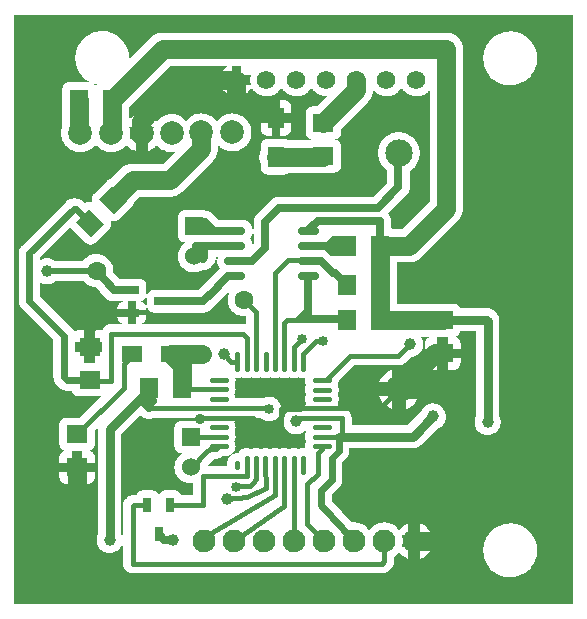
<source format=gtl>
G04 ---------------------------- Layer name :TOP LAYER*
G04 EasyEDA v5.5.14, Thu, 21 Jun 2018 15:21:40 GMT*
G04 9a38f802714640338dee6b1ee23c8345*
G04 Gerber Generator version 0.2*
G04 Scale: 100 percent, Rotated: No, Reflected: No *
G04 Dimensions in millimeters *
G04 leading zeros omitted , absolute positions ,3 integer and 3 decimal *
%FSLAX33Y33*%
%MOMM*%
G90*
G71D02*

%ADD11C,0.699999*%
%ADD12C,0.449999*%
%ADD13C,1.599997*%
%ADD14C,0.599999*%
%ADD15C,0.999998*%
%ADD16C,0.776998*%
%ADD17C,0.499999*%
%ADD18C,0.450012*%
%ADD19C,0.849986*%
%ADD20C,0.989990*%
%ADD21C,0.900024*%
%ADD22R,1.600200X1.800860*%
%ADD23R,1.800860X1.600200*%
%ADD24R,1.250010X0.699999*%
%ADD25R,0.699999X1.250010*%
%ADD26R,1.816100X1.358900*%
%ADD27R,1.358900X1.816100*%
%ADD28R,1.524000X1.524000*%
%ADD29C,1.524000*%
%ADD30R,1.574800X1.574800*%
%ADD31C,1.574800*%
%ADD32C,1.930400*%
%ADD33C,2.321560*%
%ADD34C,1.999996*%

%LPD*%
G36*
G01X0Y0D02*
G01X0Y49899D01*
G01X47349Y49899D01*
G01X47349Y0D01*
G01X0Y0D01*
G37*

%LPC*%
G36*
G01X22514Y39658D02*
G01X22854Y39658D01*
G01X22870Y39659D01*
G01X22886Y39659D01*
G01X22902Y39660D01*
G01X22918Y39662D01*
G01X22934Y39664D01*
G01X22950Y39666D01*
G01X22966Y39669D01*
G01X22982Y39672D01*
G01X22998Y39676D01*
G01X23013Y39680D01*
G01X23029Y39684D01*
G01X23044Y39689D01*
G01X23059Y39694D01*
G01X23075Y39700D01*
G01X23090Y39706D01*
G01X23104Y39713D01*
G01X23119Y39719D01*
G01X23133Y39727D01*
G01X23148Y39734D01*
G01X23162Y39742D01*
G01X23176Y39751D01*
G01X23189Y39760D01*
G01X23202Y39769D01*
G01X23216Y39778D01*
G01X23228Y39788D01*
G01X23241Y39798D01*
G01X23253Y39809D01*
G01X23265Y39819D01*
G01X23277Y39830D01*
G01X23288Y39842D01*
G01X23300Y39854D01*
G01X23310Y39866D01*
G01X23321Y39878D01*
G01X23331Y39891D01*
G01X23341Y39903D01*
G01X23350Y39916D01*
G01X23359Y39930D01*
G01X23368Y39943D01*
G01X23376Y39957D01*
G01X23385Y39971D01*
G01X23392Y39985D01*
G01X23399Y40000D01*
G01X23406Y40015D01*
G01X23413Y40029D01*
G01X23419Y40044D01*
G01X23425Y40059D01*
G01X23430Y40075D01*
G01X23435Y40090D01*
G01X23439Y40106D01*
G01X23443Y40121D01*
G01X23447Y40137D01*
G01X23450Y40153D01*
G01X23453Y40169D01*
G01X23455Y40185D01*
G01X23457Y40201D01*
G01X23459Y40217D01*
G01X23460Y40233D01*
G01X23460Y40249D01*
G01X23461Y40265D01*
G01X23461Y40719D01*
G01X22514Y40719D01*
G01X22514Y39658D01*
G37*
G36*
G01X21495Y39658D02*
G01X21834Y39658D01*
G01X21834Y40719D01*
G01X20888Y40719D01*
G01X20888Y40265D01*
G01X20888Y40249D01*
G01X20888Y40233D01*
G01X20890Y40217D01*
G01X20891Y40201D01*
G01X20893Y40185D01*
G01X20895Y40169D01*
G01X20898Y40153D01*
G01X20901Y40137D01*
G01X20905Y40121D01*
G01X20909Y40106D01*
G01X20913Y40090D01*
G01X20918Y40075D01*
G01X20924Y40059D01*
G01X20929Y40044D01*
G01X20935Y40029D01*
G01X20942Y40015D01*
G01X20949Y40000D01*
G01X20956Y39985D01*
G01X20964Y39971D01*
G01X20972Y39957D01*
G01X20980Y39943D01*
G01X20989Y39930D01*
G01X20998Y39916D01*
G01X21007Y39903D01*
G01X21017Y39891D01*
G01X21027Y39878D01*
G01X21038Y39866D01*
G01X21049Y39854D01*
G01X21060Y39842D01*
G01X21071Y39830D01*
G01X21083Y39819D01*
G01X21095Y39809D01*
G01X21107Y39798D01*
G01X21120Y39788D01*
G01X21133Y39778D01*
G01X21146Y39769D01*
G01X21159Y39760D01*
G01X21173Y39751D01*
G01X21186Y39742D01*
G01X21200Y39734D01*
G01X21215Y39727D01*
G01X21229Y39719D01*
G01X21244Y39713D01*
G01X21259Y39706D01*
G01X21274Y39700D01*
G01X21289Y39694D01*
G01X21304Y39689D01*
G01X21319Y39684D01*
G01X21335Y39680D01*
G01X21351Y39676D01*
G01X21366Y39672D01*
G01X21382Y39669D01*
G01X21398Y39666D01*
G01X21414Y39664D01*
G01X21430Y39662D01*
G01X21446Y39660D01*
G01X21462Y39659D01*
G01X21478Y39659D01*
G01X21495Y39658D01*
G37*
G36*
G01X9357Y23743D02*
G01X9670Y23743D01*
G01X9670Y23744D01*
G01X9670Y24526D01*
G01X8750Y24526D01*
G01X8750Y24351D01*
G01X8751Y24334D01*
G01X8751Y24318D01*
G01X8752Y24302D01*
G01X8754Y24286D01*
G01X8756Y24270D01*
G01X8758Y24254D01*
G01X8761Y24238D01*
G01X8764Y24222D01*
G01X8768Y24206D01*
G01X8772Y24191D01*
G01X8776Y24175D01*
G01X8781Y24160D01*
G01X8786Y24145D01*
G01X8792Y24129D01*
G01X8798Y24114D01*
G01X8805Y24100D01*
G01X8811Y24085D01*
G01X8819Y24071D01*
G01X8826Y24056D01*
G01X8834Y24042D01*
G01X8843Y24029D01*
G01X8852Y24015D01*
G01X8861Y24002D01*
G01X8870Y23989D01*
G01X8880Y23976D01*
G01X8890Y23963D01*
G01X8901Y23951D01*
G01X8911Y23939D01*
G01X8922Y23927D01*
G01X8934Y23916D01*
G01X8946Y23904D01*
G01X8958Y23894D01*
G01X8970Y23883D01*
G01X8983Y23873D01*
G01X8995Y23863D01*
G01X9008Y23854D01*
G01X9022Y23845D01*
G01X9035Y23836D01*
G01X9049Y23828D01*
G01X9063Y23820D01*
G01X9077Y23812D01*
G01X9092Y23805D01*
G01X9107Y23798D01*
G01X9121Y23791D01*
G01X9136Y23785D01*
G01X9151Y23779D01*
G01X9167Y23774D01*
G01X9182Y23769D01*
G01X9198Y23765D01*
G01X9213Y23761D01*
G01X9229Y23757D01*
G01X9245Y23754D01*
G01X9261Y23751D01*
G01X9277Y23749D01*
G01X9293Y23747D01*
G01X9309Y23745D01*
G01X9325Y23744D01*
G01X9341Y23744D01*
G01X9357Y23743D01*
G37*
G36*
G01X10295Y23743D02*
G01X10607Y23743D01*
G01X10623Y23744D01*
G01X10639Y23744D01*
G01X10655Y23745D01*
G01X10672Y23747D01*
G01X10688Y23749D01*
G01X10704Y23751D01*
G01X10720Y23754D01*
G01X10735Y23757D01*
G01X10751Y23761D01*
G01X10767Y23765D01*
G01X10782Y23769D01*
G01X10798Y23774D01*
G01X10813Y23779D01*
G01X10828Y23785D01*
G01X10843Y23791D01*
G01X10858Y23798D01*
G01X10873Y23805D01*
G01X10887Y23812D01*
G01X10901Y23820D01*
G01X10915Y23828D01*
G01X10929Y23836D01*
G01X10943Y23845D01*
G01X10956Y23854D01*
G01X10969Y23863D01*
G01X10982Y23873D01*
G01X10994Y23883D01*
G01X11007Y23894D01*
G01X11019Y23904D01*
G01X11031Y23916D01*
G01X11042Y23927D01*
G01X11053Y23939D01*
G01X11064Y23951D01*
G01X11074Y23963D01*
G01X11084Y23976D01*
G01X11094Y23989D01*
G01X11104Y24002D01*
G01X11113Y24015D01*
G01X11122Y24029D01*
G01X11130Y24042D01*
G01X11138Y24056D01*
G01X11146Y24071D01*
G01X11153Y24085D01*
G01X11160Y24100D01*
G01X11166Y24114D01*
G01X11172Y24129D01*
G01X11178Y24145D01*
G01X11183Y24160D01*
G01X11188Y24175D01*
G01X11193Y24191D01*
G01X11197Y24206D01*
G01X11200Y24222D01*
G01X11204Y24238D01*
G01X11206Y24254D01*
G01X11209Y24270D01*
G01X11211Y24286D01*
G01X11212Y24302D01*
G01X11213Y24318D01*
G01X11214Y24334D01*
G01X11214Y24351D01*
G01X11214Y24526D01*
G01X10295Y24526D01*
G01X10295Y23744D01*
G01X10295Y23743D01*
G37*
G36*
G01X22514Y41627D02*
G01X23461Y41627D01*
G01X23461Y42081D01*
G01X23460Y42098D01*
G01X23460Y42114D01*
G01X23459Y42130D01*
G01X23457Y42146D01*
G01X23455Y42162D01*
G01X23453Y42178D01*
G01X23450Y42194D01*
G01X23447Y42210D01*
G01X23443Y42226D01*
G01X23439Y42241D01*
G01X23435Y42257D01*
G01X23430Y42272D01*
G01X23425Y42287D01*
G01X23419Y42303D01*
G01X23413Y42317D01*
G01X23406Y42332D01*
G01X23399Y42347D01*
G01X23392Y42361D01*
G01X23385Y42376D01*
G01X23376Y42390D01*
G01X23368Y42403D01*
G01X23359Y42417D01*
G01X23350Y42430D01*
G01X23341Y42443D01*
G01X23331Y42456D01*
G01X23321Y42469D01*
G01X23310Y42481D01*
G01X23300Y42493D01*
G01X23288Y42505D01*
G01X23277Y42516D01*
G01X23265Y42527D01*
G01X23253Y42538D01*
G01X23241Y42549D01*
G01X23228Y42559D01*
G01X23216Y42569D01*
G01X23202Y42578D01*
G01X23189Y42587D01*
G01X23176Y42596D01*
G01X23162Y42604D01*
G01X23148Y42612D01*
G01X23133Y42620D01*
G01X23119Y42627D01*
G01X23104Y42634D01*
G01X23090Y42641D01*
G01X23075Y42647D01*
G01X23059Y42652D01*
G01X23044Y42658D01*
G01X23029Y42663D01*
G01X23013Y42667D01*
G01X22998Y42671D01*
G01X22982Y42675D01*
G01X22966Y42678D01*
G01X22950Y42681D01*
G01X22934Y42683D01*
G01X22918Y42685D01*
G01X22902Y42687D01*
G01X22886Y42688D01*
G01X22870Y42688D01*
G01X22854Y42688D01*
G01X22514Y42688D01*
G01X22514Y41627D01*
G37*
G36*
G01X20888Y41627D02*
G01X21834Y41627D01*
G01X21834Y42688D01*
G01X21495Y42688D01*
G01X21478Y42688D01*
G01X21462Y42688D01*
G01X21446Y42687D01*
G01X21430Y42685D01*
G01X21414Y42683D01*
G01X21398Y42681D01*
G01X21382Y42678D01*
G01X21366Y42675D01*
G01X21351Y42671D01*
G01X21335Y42667D01*
G01X21319Y42663D01*
G01X21304Y42658D01*
G01X21289Y42652D01*
G01X21274Y42647D01*
G01X21259Y42641D01*
G01X21244Y42634D01*
G01X21229Y42627D01*
G01X21215Y42620D01*
G01X21200Y42612D01*
G01X21186Y42604D01*
G01X21173Y42596D01*
G01X21159Y42587D01*
G01X21146Y42578D01*
G01X21133Y42569D01*
G01X21120Y42559D01*
G01X21107Y42549D01*
G01X21095Y42538D01*
G01X21083Y42527D01*
G01X21071Y42516D01*
G01X21060Y42505D01*
G01X21049Y42493D01*
G01X21038Y42481D01*
G01X21027Y42469D01*
G01X21017Y42456D01*
G01X21007Y42443D01*
G01X20998Y42430D01*
G01X20989Y42417D01*
G01X20980Y42403D01*
G01X20972Y42390D01*
G01X20964Y42376D01*
G01X20956Y42361D01*
G01X20949Y42347D01*
G01X20942Y42332D01*
G01X20935Y42317D01*
G01X20929Y42303D01*
G01X20924Y42287D01*
G01X20918Y42272D01*
G01X20913Y42257D01*
G01X20909Y42241D01*
G01X20905Y42226D01*
G01X20901Y42210D01*
G01X20898Y42194D01*
G01X20895Y42178D01*
G01X20893Y42162D01*
G01X20891Y42146D01*
G01X20890Y42130D01*
G01X20888Y42114D01*
G01X20888Y42098D01*
G01X20888Y42081D01*
G01X20888Y41627D01*
G37*
G36*
G01X18445Y43063D02*
G01X18445Y44005D01*
G01X17503Y44005D01*
G01X17529Y43922D01*
G01X17583Y43794D01*
G01X17649Y43672D01*
G01X17728Y43557D01*
G01X17817Y43450D01*
G01X17917Y43353D01*
G01X18025Y43267D01*
G01X18142Y43191D01*
G01X18266Y43128D01*
G01X18395Y43077D01*
G01X18445Y43063D01*
G37*
G36*
G01X41955Y43942D02*
G01X42182Y43948D01*
G01X42408Y43976D01*
G01X42630Y44027D01*
G01X42846Y44099D01*
G01X43053Y44193D01*
G01X43250Y44307D01*
G01X43435Y44440D01*
G01X43606Y44590D01*
G01X43761Y44757D01*
G01X43898Y44939D01*
G01X44017Y45133D01*
G01X44116Y45338D01*
G01X44194Y45552D01*
G01X44250Y45773D01*
G01X44284Y45998D01*
G01X44295Y46225D01*
G01X44284Y46452D01*
G01X44250Y46677D01*
G01X44194Y46898D01*
G01X44116Y47112D01*
G01X44017Y47317D01*
G01X43898Y47511D01*
G01X43761Y47693D01*
G01X43606Y47860D01*
G01X43435Y48010D01*
G01X43250Y48143D01*
G01X43053Y48257D01*
G01X42846Y48351D01*
G01X42630Y48423D01*
G01X42408Y48474D01*
G01X42182Y48502D01*
G01X41955Y48508D01*
G01X41728Y48491D01*
G01X41504Y48451D01*
G01X41284Y48389D01*
G01X41072Y48306D01*
G01X40870Y48202D01*
G01X40679Y48079D01*
G01X40501Y47937D01*
G01X40338Y47778D01*
G01X40191Y47604D01*
G01X40063Y47416D01*
G01X39954Y47216D01*
G01X39866Y47006D01*
G01X39799Y46788D01*
G01X39754Y46565D01*
G01X39731Y46339D01*
G01X39731Y46111D01*
G01X39754Y45885D01*
G01X39799Y45662D01*
G01X39866Y45444D01*
G01X39954Y45234D01*
G01X40063Y45034D01*
G01X40191Y44846D01*
G01X40338Y44672D01*
G01X40501Y44513D01*
G01X40679Y44371D01*
G01X40870Y44247D01*
G01X41072Y44144D01*
G01X41284Y44060D01*
G01X41504Y43999D01*
G01X41728Y43959D01*
G01X41955Y43942D01*
G37*
G36*
G01X34366Y5839D02*
G01X35379Y5839D01*
G01X35332Y5967D01*
G01X35264Y6108D01*
G01X35183Y6242D01*
G01X35088Y6367D01*
G01X34981Y6482D01*
G01X34864Y6586D01*
G01X34737Y6677D01*
G01X34601Y6755D01*
G01X34458Y6820D01*
G01X34366Y6851D01*
G01X34366Y5839D01*
G37*
G36*
G01X41955Y2286D02*
G01X42182Y2292D01*
G01X42408Y2320D01*
G01X42630Y2371D01*
G01X42846Y2443D01*
G01X43053Y2537D01*
G01X43250Y2651D01*
G01X43435Y2784D01*
G01X43606Y2934D01*
G01X43761Y3101D01*
G01X43898Y3283D01*
G01X44017Y3477D01*
G01X44116Y3682D01*
G01X44194Y3896D01*
G01X44250Y4117D01*
G01X44284Y4342D01*
G01X44295Y4569D01*
G01X44284Y4796D01*
G01X44250Y5021D01*
G01X44194Y5242D01*
G01X44116Y5456D01*
G01X44017Y5661D01*
G01X43898Y5855D01*
G01X43761Y6037D01*
G01X43606Y6204D01*
G01X43435Y6354D01*
G01X43250Y6487D01*
G01X43053Y6601D01*
G01X42846Y6695D01*
G01X42630Y6767D01*
G01X42408Y6818D01*
G01X42182Y6846D01*
G01X41955Y6852D01*
G01X41728Y6835D01*
G01X41504Y6795D01*
G01X41284Y6733D01*
G01X41072Y6650D01*
G01X40870Y6546D01*
G01X40679Y6423D01*
G01X40501Y6281D01*
G01X40338Y6122D01*
G01X40191Y5948D01*
G01X40063Y5760D01*
G01X39954Y5560D01*
G01X39866Y5350D01*
G01X39799Y5132D01*
G01X39754Y4909D01*
G01X39731Y4683D01*
G01X39731Y4455D01*
G01X39754Y4229D01*
G01X39799Y4006D01*
G01X39866Y3788D01*
G01X39954Y3578D01*
G01X40063Y3378D01*
G01X40191Y3190D01*
G01X40338Y3016D01*
G01X40501Y2857D01*
G01X40679Y2715D01*
G01X40870Y2591D01*
G01X41072Y2488D01*
G01X41284Y2404D01*
G01X41504Y2343D01*
G01X41728Y2303D01*
G01X41955Y2286D01*
G37*
G36*
G01X10048Y2617D02*
G01X31151Y2617D01*
G01X31170Y2617D01*
G01X31189Y2618D01*
G01X31209Y2619D01*
G01X31228Y2620D01*
G01X31247Y2622D01*
G01X31266Y2625D01*
G01X31286Y2628D01*
G01X31305Y2631D01*
G01X31324Y2635D01*
G01X31343Y2639D01*
G01X31361Y2644D01*
G01X31380Y2649D01*
G01X31399Y2655D01*
G01X31417Y2661D01*
G01X31435Y2667D01*
G01X31453Y2674D01*
G01X31471Y2681D01*
G01X31489Y2689D01*
G01X31507Y2697D01*
G01X31524Y2705D01*
G01X31541Y2714D01*
G01X31558Y2724D01*
G01X31575Y2733D01*
G01X31592Y2743D01*
G01X31608Y2754D01*
G01X31624Y2765D01*
G01X31640Y2776D01*
G01X31655Y2788D01*
G01X31671Y2799D01*
G01X31686Y2812D01*
G01X31700Y2824D01*
G01X31715Y2837D01*
G01X31729Y2851D01*
G01X31743Y2864D01*
G01X31941Y3065D01*
G01X31954Y3079D01*
G01X31967Y3093D01*
G01X31979Y3107D01*
G01X31992Y3122D01*
G01X32004Y3136D01*
G01X32015Y3152D01*
G01X32026Y3167D01*
G01X32037Y3183D01*
G01X32048Y3199D01*
G01X32058Y3215D01*
G01X32068Y3231D01*
G01X32077Y3248D01*
G01X32086Y3264D01*
G01X32095Y3281D01*
G01X32103Y3299D01*
G01X32111Y3316D01*
G01X32118Y3334D01*
G01X32125Y3351D01*
G01X32132Y3369D01*
G01X32138Y3387D01*
G01X32144Y3405D01*
G01X32149Y3424D01*
G01X32154Y3442D01*
G01X32159Y3461D01*
G01X32163Y3479D01*
G01X32167Y3498D01*
G01X32170Y3517D01*
G01X32173Y3535D01*
G01X32175Y3554D01*
G01X32177Y3573D01*
G01X32179Y3592D01*
G01X32180Y3611D01*
G01X32180Y3630D01*
G01X32181Y3650D01*
G01X32181Y4026D01*
G01X32197Y4036D01*
G01X32324Y4127D01*
G01X32441Y4231D01*
G01X32548Y4346D01*
G01X32613Y4432D01*
G01X32630Y4407D01*
G01X32731Y4287D01*
G01X32843Y4178D01*
G01X32966Y4080D01*
G01X33098Y3995D01*
G01X33237Y3923D01*
G01X33383Y3866D01*
G01X33401Y3861D01*
G01X33401Y4874D01*
G01X32839Y4874D01*
G01X32846Y4893D01*
G01X32885Y5045D01*
G01X32908Y5200D01*
G01X32916Y5356D01*
G01X32908Y5513D01*
G01X32885Y5668D01*
G01X32846Y5820D01*
G01X32839Y5839D01*
G01X33401Y5839D01*
G01X33401Y6852D01*
G01X33383Y6847D01*
G01X33237Y6789D01*
G01X33098Y6718D01*
G01X32966Y6633D01*
G01X32843Y6535D01*
G01X32731Y6426D01*
G01X32630Y6306D01*
G01X32613Y6281D01*
G01X32548Y6367D01*
G01X32441Y6482D01*
G01X32324Y6586D01*
G01X32197Y6677D01*
G01X32061Y6755D01*
G01X31918Y6820D01*
G01X31769Y6870D01*
G01X31617Y6905D01*
G01X31461Y6924D01*
G01X31304Y6928D01*
G01X31148Y6916D01*
G01X30994Y6889D01*
G01X30843Y6847D01*
G01X30697Y6789D01*
G01X30558Y6718D01*
G01X30426Y6633D01*
G01X30303Y6535D01*
G01X30191Y6426D01*
G01X30090Y6306D01*
G01X30073Y6281D01*
G01X30008Y6367D01*
G01X29901Y6482D01*
G01X29784Y6586D01*
G01X29657Y6677D01*
G01X29521Y6755D01*
G01X29378Y6820D01*
G01X29229Y6870D01*
G01X29077Y6905D01*
G01X28921Y6924D01*
G01X28764Y6928D01*
G01X28608Y6916D01*
G01X28601Y6915D01*
G01X26906Y8753D01*
G01X26906Y9274D01*
G01X27541Y9910D01*
G01X27555Y9924D01*
G01X27568Y9939D01*
G01X27581Y9954D01*
G01X27594Y9969D01*
G01X27607Y9984D01*
G01X27619Y9999D01*
G01X27631Y10015D01*
G01X27642Y10031D01*
G01X27653Y10048D01*
G01X27664Y10064D01*
G01X27674Y10081D01*
G01X27685Y10098D01*
G01X27694Y10115D01*
G01X27703Y10133D01*
G01X27712Y10150D01*
G01X27721Y10168D01*
G01X27729Y10186D01*
G01X27737Y10204D01*
G01X27744Y10223D01*
G01X27751Y10241D01*
G01X27758Y10260D01*
G01X27764Y10278D01*
G01X27770Y10297D01*
G01X27775Y10316D01*
G01X27780Y10335D01*
G01X27784Y10355D01*
G01X27788Y10374D01*
G01X27792Y10393D01*
G01X27795Y10413D01*
G01X27798Y10432D01*
G01X27800Y10452D01*
G01X27802Y10472D01*
G01X27804Y10491D01*
G01X27805Y10511D01*
G01X27805Y10531D01*
G01X27806Y10551D01*
G01X27806Y12024D01*
G01X28139Y12358D01*
G01X28153Y12372D01*
G01X28167Y12386D01*
G01X28180Y12401D01*
G01X28193Y12416D01*
G01X28205Y12432D01*
G01X28218Y12447D01*
G01X28229Y12463D01*
G01X28241Y12479D01*
G01X28252Y12495D01*
G01X28263Y12512D01*
G01X28273Y12529D01*
G01X28284Y12546D01*
G01X28293Y12563D01*
G01X28303Y12580D01*
G01X28312Y12598D01*
G01X28320Y12616D01*
G01X28328Y12634D01*
G01X28336Y12652D01*
G01X28343Y12671D01*
G01X28350Y12689D01*
G01X28357Y12708D01*
G01X28363Y12727D01*
G01X28369Y12745D01*
G01X28374Y12764D01*
G01X28379Y12784D01*
G01X28384Y12803D01*
G01X28388Y12822D01*
G01X28391Y12842D01*
G01X28394Y12861D01*
G01X28397Y12881D01*
G01X28400Y12900D01*
G01X28402Y12920D01*
G01X28403Y12940D01*
G01X28404Y12960D01*
G01X28405Y12979D01*
G01X28405Y12999D01*
G01X28405Y13205D01*
G01X33751Y13205D01*
G01X33772Y13205D01*
G01X33793Y13206D01*
G01X33814Y13207D01*
G01X33835Y13209D01*
G01X33856Y13211D01*
G01X33877Y13213D01*
G01X33898Y13216D01*
G01X33919Y13219D01*
G01X33940Y13223D01*
G01X33960Y13228D01*
G01X33981Y13232D01*
G01X34002Y13237D01*
G01X34022Y13243D01*
G01X34042Y13249D01*
G01X34062Y13255D01*
G01X34082Y13262D01*
G01X34102Y13269D01*
G01X34122Y13277D01*
G01X34141Y13285D01*
G01X34161Y13294D01*
G01X34180Y13302D01*
G01X34199Y13312D01*
G01X34218Y13321D01*
G01X34236Y13332D01*
G01X34254Y13342D01*
G01X34273Y13353D01*
G01X34290Y13364D01*
G01X34308Y13376D01*
G01X34325Y13388D01*
G01X34343Y13400D01*
G01X34359Y13413D01*
G01X34376Y13426D01*
G01X34392Y13440D01*
G01X34408Y13453D01*
G01X34424Y13467D01*
G01X34439Y13482D01*
G01X34455Y13497D01*
G01X35813Y14855D01*
G01X35854Y14869D01*
G01X35955Y14914D01*
G01X36050Y14969D01*
G01X36140Y15034D01*
G01X36222Y15107D01*
G01X36298Y15188D01*
G01X36364Y15276D01*
G01X36422Y15370D01*
G01X36470Y15469D01*
G01X36507Y15573D01*
G01X36535Y15680D01*
G01X36551Y15789D01*
G01X36557Y15899D01*
G01X36551Y16010D01*
G01X36535Y16119D01*
G01X36507Y16226D01*
G01X36470Y16329D01*
G01X36422Y16429D01*
G01X36364Y16523D01*
G01X36298Y16611D01*
G01X36222Y16692D01*
G01X36140Y16765D01*
G01X36050Y16829D01*
G01X35955Y16885D01*
G01X35854Y16930D01*
G01X35749Y16965D01*
G01X35642Y16990D01*
G01X35532Y17003D01*
G01X35422Y17006D01*
G01X35312Y16998D01*
G01X35203Y16979D01*
G01X35097Y16949D01*
G01X34994Y16908D01*
G01X34896Y16858D01*
G01X34803Y16798D01*
G01X34717Y16729D01*
G01X34638Y16652D01*
G01X34567Y16568D01*
G01X34505Y16477D01*
G01X34452Y16380D01*
G01X34409Y16278D01*
G01X34404Y16262D01*
G01X33338Y15196D01*
G01X28582Y15196D01*
G01X28582Y15750D01*
G01X28581Y15769D01*
G01X28581Y15788D01*
G01X28580Y15807D01*
G01X28578Y15826D01*
G01X28576Y15845D01*
G01X28574Y15864D01*
G01X28571Y15883D01*
G01X28568Y15902D01*
G01X28564Y15921D01*
G01X28560Y15939D01*
G01X28555Y15958D01*
G01X28550Y15976D01*
G01X28545Y15994D01*
G01X28539Y16013D01*
G01X28533Y16031D01*
G01X28526Y16048D01*
G01X28519Y16066D01*
G01X28512Y16084D01*
G01X28504Y16101D01*
G01X28496Y16118D01*
G01X28487Y16135D01*
G01X28478Y16152D01*
G01X28468Y16169D01*
G01X28459Y16185D01*
G01X28449Y16201D01*
G01X28438Y16217D01*
G01X28427Y16233D01*
G01X28416Y16248D01*
G01X28404Y16263D01*
G01X28392Y16278D01*
G01X28380Y16293D01*
G01X28367Y16307D01*
G01X28355Y16321D01*
G01X28341Y16335D01*
G01X28328Y16348D01*
G01X28314Y16361D01*
G01X28281Y16392D01*
G01X28266Y16405D01*
G01X28252Y16418D01*
G01X28237Y16430D01*
G01X28221Y16442D01*
G01X28206Y16453D01*
G01X28190Y16465D01*
G01X28174Y16475D01*
G01X28158Y16486D01*
G01X28141Y16496D01*
G01X28124Y16506D01*
G01X28107Y16515D01*
G01X28090Y16524D01*
G01X28073Y16532D01*
G01X28055Y16540D01*
G01X28037Y16548D01*
G01X28019Y16555D01*
G01X28001Y16562D01*
G01X27983Y16569D01*
G01X27965Y16575D01*
G01X27946Y16580D01*
G01X27927Y16585D01*
G01X27909Y16590D01*
G01X27890Y16594D01*
G01X27871Y16598D01*
G01X27852Y16601D01*
G01X27832Y16604D01*
G01X27813Y16607D01*
G01X27794Y16609D01*
G01X27775Y16611D01*
G01X27755Y16612D01*
G01X27736Y16612D01*
G01X27716Y16613D01*
G01X26986Y16613D01*
G01X26998Y16618D01*
G01X27009Y16623D01*
G01X27037Y16636D01*
G01X27047Y16641D01*
G01X27074Y16656D01*
G01X27083Y16662D01*
G01X27108Y16677D01*
G01X27118Y16683D01*
G01X27130Y16691D01*
G01X27486Y16691D01*
G01X27486Y16698D01*
G01X27484Y16709D01*
G01X27479Y16738D01*
G01X27477Y16749D01*
G01X27470Y16779D01*
G01X27467Y16790D01*
G01X27459Y16819D01*
G01X27456Y16829D01*
G01X27446Y16858D01*
G01X27442Y16868D01*
G01X27431Y16897D01*
G01X27426Y16908D01*
G01X27414Y16935D01*
G01X27409Y16945D01*
G01X27396Y16972D01*
G01X27392Y16979D01*
G01X27395Y16986D01*
G01X27409Y17013D01*
G01X27414Y17023D01*
G01X27426Y17050D01*
G01X27431Y17060D01*
G01X27442Y17090D01*
G01X27446Y17100D01*
G01X27456Y17129D01*
G01X27459Y17139D01*
G01X27467Y17168D01*
G01X27470Y17179D01*
G01X27477Y17209D01*
G01X27479Y17220D01*
G01X27484Y17249D01*
G01X27486Y17260D01*
G01X27489Y17291D01*
G01X27491Y17302D01*
G01X27493Y17332D01*
G01X27493Y17343D01*
G01X27494Y17373D01*
G01X27494Y17385D01*
G01X27493Y17415D01*
G01X27493Y17426D01*
G01X27491Y17456D01*
G01X27489Y17467D01*
G01X27486Y17498D01*
G01X27484Y17509D01*
G01X27479Y17538D01*
G01X27477Y17549D01*
G01X27470Y17579D01*
G01X27467Y17590D01*
G01X27459Y17619D01*
G01X27456Y17629D01*
G01X27446Y17658D01*
G01X27442Y17668D01*
G01X27431Y17697D01*
G01X27426Y17708D01*
G01X27414Y17735D01*
G01X27409Y17745D01*
G01X27396Y17772D01*
G01X27392Y17779D01*
G01X27395Y17786D01*
G01X27409Y17813D01*
G01X27414Y17823D01*
G01X27426Y17850D01*
G01X27431Y17861D01*
G01X27442Y17890D01*
G01X27446Y17900D01*
G01X27456Y17929D01*
G01X27459Y17939D01*
G01X27467Y17968D01*
G01X27470Y17979D01*
G01X27477Y18009D01*
G01X27479Y18020D01*
G01X27484Y18049D01*
G01X27486Y18060D01*
G01X27489Y18091D01*
G01X27491Y18102D01*
G01X27493Y18132D01*
G01X27493Y18143D01*
G01X27494Y18173D01*
G01X27494Y18185D01*
G01X27493Y18215D01*
G01X27493Y18226D01*
G01X27491Y18256D01*
G01X27489Y18267D01*
G01X27486Y18298D01*
G01X27484Y18309D01*
G01X27479Y18338D01*
G01X27477Y18349D01*
G01X27470Y18379D01*
G01X27467Y18390D01*
G01X27459Y18419D01*
G01X27456Y18429D01*
G01X27446Y18458D01*
G01X27442Y18468D01*
G01X27431Y18498D01*
G01X27426Y18508D01*
G01X27414Y18535D01*
G01X27409Y18545D01*
G01X27396Y18572D01*
G01X27392Y18579D01*
G01X27395Y18586D01*
G01X27409Y18613D01*
G01X27414Y18623D01*
G01X27426Y18650D01*
G01X27431Y18661D01*
G01X27442Y18690D01*
G01X27446Y18700D01*
G01X27456Y18729D01*
G01X27459Y18740D01*
G01X27467Y18768D01*
G01X27470Y18779D01*
G01X27477Y18810D01*
G01X27479Y18821D01*
G01X27484Y18849D01*
G01X27486Y18860D01*
G01X27489Y18891D01*
G01X27491Y18902D01*
G01X27492Y18915D01*
G01X28794Y20217D01*
G01X32549Y20217D01*
G01X32569Y20218D01*
G01X32588Y20218D01*
G01X32607Y20219D01*
G01X32626Y20221D01*
G01X32645Y20223D01*
G01X32664Y20225D01*
G01X32683Y20228D01*
G01X32702Y20232D01*
G01X32721Y20235D01*
G01X32740Y20240D01*
G01X32759Y20244D01*
G01X32777Y20249D01*
G01X32796Y20255D01*
G01X32814Y20261D01*
G01X32832Y20267D01*
G01X32850Y20274D01*
G01X32868Y20281D01*
G01X32886Y20288D01*
G01X32903Y20296D01*
G01X32920Y20305D01*
G01X32937Y20313D01*
G01X32954Y20323D01*
G01X32971Y20332D01*
G01X32987Y20342D01*
G01X33004Y20352D01*
G01X33020Y20363D01*
G01X33035Y20374D01*
G01X33051Y20385D01*
G01X33066Y20397D01*
G01X33081Y20409D01*
G01X33096Y20422D01*
G01X33110Y20435D01*
G01X33124Y20448D01*
G01X33138Y20461D01*
G01X33622Y20945D01*
G01X33632Y20946D01*
G01X33742Y20959D01*
G01X33849Y20984D01*
G01X33954Y21019D01*
G01X34054Y21064D01*
G01X34150Y21120D01*
G01X34240Y21184D01*
G01X34322Y21257D01*
G01X34397Y21338D01*
G01X34464Y21426D01*
G01X34522Y21520D01*
G01X34569Y21620D01*
G01X34607Y21723D01*
G01X34634Y21830D01*
G01X34651Y21939D01*
G01X34656Y22050D01*
G01X34651Y22160D01*
G01X34634Y22269D01*
G01X34607Y22376D01*
G01X34569Y22480D01*
G01X34522Y22579D01*
G01X34483Y22643D01*
G01X35250Y22643D01*
G01X35239Y22640D01*
G01X35224Y22635D01*
G01X35208Y22631D01*
G01X35193Y22625D01*
G01X35178Y22620D01*
G01X35163Y22613D01*
G01X35148Y22607D01*
G01X35134Y22600D01*
G01X35119Y22593D01*
G01X35105Y22585D01*
G01X35091Y22577D01*
G01X35077Y22569D01*
G01X35063Y22560D01*
G01X35050Y22551D01*
G01X35037Y22541D01*
G01X35024Y22532D01*
G01X35012Y22522D01*
G01X34999Y22511D01*
G01X34987Y22500D01*
G01X34976Y22489D01*
G01X34964Y22478D01*
G01X34953Y22466D01*
G01X34942Y22454D01*
G01X34932Y22442D01*
G01X34922Y22429D01*
G01X34912Y22416D01*
G01X34902Y22403D01*
G01X34893Y22390D01*
G01X34884Y22376D01*
G01X34876Y22362D01*
G01X34868Y22348D01*
G01X34860Y22334D01*
G01X34853Y22320D01*
G01X34846Y22305D01*
G01X34840Y22290D01*
G01X34834Y22275D01*
G01X34828Y22260D01*
G01X34823Y22245D01*
G01X34818Y22229D01*
G01X34813Y22214D01*
G01X34809Y22198D01*
G01X34806Y22183D01*
G01X34802Y22167D01*
G01X34800Y22151D01*
G01X34797Y22135D01*
G01X34795Y22119D01*
G01X34794Y22103D01*
G01X34793Y22087D01*
G01X34792Y22070D01*
G01X34792Y22054D01*
G01X34792Y21654D01*
G01X35849Y21654D01*
G01X35849Y22641D01*
G01X36273Y22641D01*
G01X36317Y22640D01*
G01X36332Y22641D01*
G01X36750Y22641D01*
G01X36750Y21654D01*
G01X37807Y21654D01*
G01X37807Y22054D01*
G01X37807Y22070D01*
G01X37806Y22087D01*
G01X37805Y22103D01*
G01X37803Y22119D01*
G01X37801Y22135D01*
G01X37799Y22151D01*
G01X37796Y22167D01*
G01X37793Y22183D01*
G01X37789Y22198D01*
G01X37785Y22214D01*
G01X37781Y22229D01*
G01X37776Y22245D01*
G01X37771Y22260D01*
G01X37765Y22275D01*
G01X37759Y22290D01*
G01X37753Y22305D01*
G01X37746Y22320D01*
G01X37738Y22334D01*
G01X37731Y22348D01*
G01X37723Y22362D01*
G01X37714Y22376D01*
G01X37706Y22390D01*
G01X37697Y22403D01*
G01X37687Y22416D01*
G01X37677Y22429D01*
G01X37667Y22442D01*
G01X37657Y22454D01*
G01X37646Y22466D01*
G01X37635Y22478D01*
G01X37623Y22489D01*
G01X37612Y22500D01*
G01X37600Y22511D01*
G01X37587Y22522D01*
G01X37575Y22532D01*
G01X37562Y22541D01*
G01X37549Y22551D01*
G01X37535Y22560D01*
G01X37522Y22569D01*
G01X37508Y22577D01*
G01X37494Y22585D01*
G01X37480Y22593D01*
G01X37465Y22600D01*
G01X37451Y22607D01*
G01X37436Y22613D01*
G01X37421Y22620D01*
G01X37406Y22625D01*
G01X37390Y22631D01*
G01X37375Y22635D01*
G01X37360Y22640D01*
G01X37344Y22644D01*
G01X37328Y22648D01*
G01X37312Y22651D01*
G01X37310Y22651D01*
G01X37312Y22652D01*
G01X37328Y22655D01*
G01X37344Y22658D01*
G01X37360Y22662D01*
G01X37375Y22667D01*
G01X37390Y22672D01*
G01X37406Y22677D01*
G01X37421Y22683D01*
G01X37436Y22689D01*
G01X37451Y22695D01*
G01X37465Y22702D01*
G01X37480Y22709D01*
G01X37494Y22717D01*
G01X37508Y22725D01*
G01X37522Y22733D01*
G01X37535Y22742D01*
G01X37549Y22751D01*
G01X37562Y22761D01*
G01X37575Y22771D01*
G01X37587Y22781D01*
G01X37600Y22791D01*
G01X37612Y22802D01*
G01X37623Y22813D01*
G01X37635Y22825D01*
G01X37646Y22836D01*
G01X37657Y22848D01*
G01X37667Y22861D01*
G01X37677Y22873D01*
G01X37687Y22886D01*
G01X37697Y22899D01*
G01X37706Y22912D01*
G01X37714Y22926D01*
G01X37723Y22940D01*
G01X37731Y22954D01*
G01X37738Y22968D01*
G01X37746Y22983D01*
G01X37753Y22997D01*
G01X37759Y23012D01*
G01X37765Y23027D01*
G01X37771Y23042D01*
G01X37776Y23057D01*
G01X37781Y23073D01*
G01X37785Y23088D01*
G01X37789Y23104D01*
G01X39104Y23104D01*
G01X39104Y15933D01*
G01X39102Y15930D01*
G01X39059Y15828D01*
G01X39027Y15722D01*
G01X39005Y15614D01*
G01X38994Y15504D01*
G01X38994Y15394D01*
G01X39005Y15284D01*
G01X39027Y15176D01*
G01X39059Y15071D01*
G01X39102Y14969D01*
G01X39155Y14872D01*
G01X39217Y14781D01*
G01X39288Y14696D01*
G01X39367Y14619D01*
G01X39453Y14550D01*
G01X39546Y14491D01*
G01X39644Y14440D01*
G01X39747Y14400D01*
G01X39853Y14370D01*
G01X39962Y14351D01*
G01X40072Y14343D01*
G01X40182Y14345D01*
G01X40292Y14359D01*
G01X40399Y14384D01*
G01X40504Y14419D01*
G01X40605Y14464D01*
G01X40700Y14519D01*
G01X40790Y14584D01*
G01X40872Y14657D01*
G01X40948Y14738D01*
G01X41014Y14826D01*
G01X41072Y14920D01*
G01X41120Y15019D01*
G01X41157Y15123D01*
G01X41185Y15230D01*
G01X41201Y15339D01*
G01X41207Y15449D01*
G01X41201Y15560D01*
G01X41185Y15669D01*
G01X41157Y15776D01*
G01X41120Y15879D01*
G01X41095Y15931D01*
G01X41095Y23999D01*
G01X41095Y24021D01*
G01X41094Y24042D01*
G01X41093Y24063D01*
G01X41091Y24084D01*
G01X41089Y24105D01*
G01X41087Y24126D01*
G01X41084Y24147D01*
G01X41081Y24168D01*
G01X41077Y24188D01*
G01X41073Y24209D01*
G01X41068Y24230D01*
G01X41063Y24250D01*
G01X41057Y24271D01*
G01X41051Y24291D01*
G01X41045Y24311D01*
G01X41038Y24331D01*
G01X41031Y24351D01*
G01X41023Y24371D01*
G01X41015Y24390D01*
G01X41007Y24410D01*
G01X40998Y24429D01*
G01X40988Y24448D01*
G01X40979Y24466D01*
G01X40969Y24485D01*
G01X40958Y24503D01*
G01X40947Y24521D01*
G01X40936Y24539D01*
G01X40924Y24557D01*
G01X40912Y24574D01*
G01X40900Y24591D01*
G01X40887Y24608D01*
G01X40874Y24625D01*
G01X40861Y24641D01*
G01X40847Y24657D01*
G01X40833Y24673D01*
G01X40818Y24688D01*
G01X40803Y24703D01*
G01X40703Y24803D01*
G01X40688Y24818D01*
G01X40673Y24833D01*
G01X40657Y24847D01*
G01X40641Y24861D01*
G01X40625Y24874D01*
G01X40608Y24887D01*
G01X40591Y24900D01*
G01X40574Y24912D01*
G01X40557Y24924D01*
G01X40539Y24936D01*
G01X40521Y24947D01*
G01X40503Y24958D01*
G01X40485Y24969D01*
G01X40466Y24979D01*
G01X40448Y24988D01*
G01X40429Y24998D01*
G01X40409Y25007D01*
G01X40390Y25015D01*
G01X40371Y25023D01*
G01X40351Y25031D01*
G01X40331Y25038D01*
G01X40311Y25045D01*
G01X40291Y25051D01*
G01X40271Y25057D01*
G01X40250Y25063D01*
G01X40230Y25068D01*
G01X40209Y25073D01*
G01X40188Y25077D01*
G01X40168Y25081D01*
G01X40147Y25084D01*
G01X40126Y25087D01*
G01X40105Y25089D01*
G01X40084Y25091D01*
G01X40063Y25093D01*
G01X40042Y25094D01*
G01X40021Y25095D01*
G01X39999Y25095D01*
G01X37754Y25095D01*
G01X37753Y25099D01*
G01X37746Y25114D01*
G01X37738Y25128D01*
G01X37731Y25142D01*
G01X37723Y25156D01*
G01X37714Y25170D01*
G01X37706Y25184D01*
G01X37697Y25197D01*
G01X37687Y25210D01*
G01X37677Y25223D01*
G01X37667Y25236D01*
G01X37657Y25248D01*
G01X37646Y25260D01*
G01X37635Y25272D01*
G01X37623Y25283D01*
G01X37612Y25294D01*
G01X37600Y25305D01*
G01X37587Y25316D01*
G01X37575Y25326D01*
G01X37562Y25335D01*
G01X37549Y25345D01*
G01X37535Y25354D01*
G01X37522Y25363D01*
G01X37508Y25371D01*
G01X37494Y25379D01*
G01X37480Y25387D01*
G01X37465Y25394D01*
G01X37451Y25401D01*
G01X37436Y25407D01*
G01X37421Y25414D01*
G01X37406Y25419D01*
G01X37390Y25425D01*
G01X37375Y25429D01*
G01X37360Y25434D01*
G01X37344Y25438D01*
G01X37328Y25442D01*
G01X37312Y25445D01*
G01X37296Y25448D01*
G01X37280Y25450D01*
G01X37264Y25452D01*
G01X37248Y25453D01*
G01X37232Y25454D01*
G01X37216Y25455D01*
G01X37200Y25455D01*
G01X36357Y25455D01*
G01X36347Y25456D01*
G01X36322Y25456D01*
G01X36298Y25457D01*
G01X32405Y25457D01*
G01X32405Y28938D01*
G01X33447Y28938D01*
G01X33471Y28938D01*
G01X33496Y28939D01*
G01X33520Y28940D01*
G01X33545Y28941D01*
G01X33569Y28943D01*
G01X33594Y28946D01*
G01X33618Y28948D01*
G01X33643Y28952D01*
G01X33667Y28955D01*
G01X33691Y28959D01*
G01X33715Y28964D01*
G01X33739Y28969D01*
G01X33763Y28974D01*
G01X33787Y28980D01*
G01X33811Y28986D01*
G01X33835Y28992D01*
G01X33858Y28999D01*
G01X33882Y29007D01*
G01X33905Y29015D01*
G01X33928Y29023D01*
G01X33951Y29031D01*
G01X33974Y29040D01*
G01X33997Y29050D01*
G01X34019Y29060D01*
G01X34042Y29070D01*
G01X34064Y29080D01*
G01X34086Y29091D01*
G01X34108Y29103D01*
G01X34129Y29114D01*
G01X34151Y29127D01*
G01X34172Y29139D01*
G01X34193Y29152D01*
G01X34213Y29165D01*
G01X34234Y29179D01*
G01X34254Y29193D01*
G01X34274Y29207D01*
G01X34294Y29221D01*
G01X34313Y29236D01*
G01X34333Y29252D01*
G01X34352Y29267D01*
G01X34370Y29283D01*
G01X34389Y29300D01*
G01X34407Y29316D01*
G01X34425Y29333D01*
G01X34442Y29350D01*
G01X37594Y32505D01*
G01X37611Y32523D01*
G01X37628Y32540D01*
G01X37645Y32559D01*
G01X37661Y32577D01*
G01X37677Y32596D01*
G01X37693Y32614D01*
G01X37708Y32634D01*
G01X37723Y32653D01*
G01X37737Y32673D01*
G01X37752Y32693D01*
G01X37766Y32713D01*
G01X37779Y32734D01*
G01X37792Y32754D01*
G01X37805Y32775D01*
G01X37818Y32796D01*
G01X37830Y32818D01*
G01X37841Y32839D01*
G01X37853Y32861D01*
G01X37864Y32883D01*
G01X37874Y32905D01*
G01X37884Y32928D01*
G01X37894Y32950D01*
G01X37904Y32973D01*
G01X37913Y32996D01*
G01X37921Y33019D01*
G01X37929Y33042D01*
G01X37937Y33065D01*
G01X37944Y33088D01*
G01X37951Y33112D01*
G01X37958Y33136D01*
G01X37964Y33159D01*
G01X37970Y33183D01*
G01X37975Y33207D01*
G01X37980Y33231D01*
G01X37985Y33255D01*
G01X37989Y33280D01*
G01X37992Y33304D01*
G01X37995Y33328D01*
G01X37998Y33353D01*
G01X38001Y33377D01*
G01X38002Y33401D01*
G01X38004Y33426D01*
G01X38005Y33451D01*
G01X38006Y33475D01*
G01X38006Y33500D01*
G01X38006Y43515D01*
G01X38008Y43531D01*
G01X38010Y43547D01*
G01X38012Y43563D01*
G01X38013Y43579D01*
G01X38013Y43595D01*
G01X38014Y43611D01*
G01X38014Y44212D01*
G01X38016Y44232D01*
G01X38019Y44259D01*
G01X38020Y44268D01*
G01X38021Y44276D01*
G01X38022Y44302D01*
G01X38024Y44329D01*
G01X38025Y44337D01*
G01X38025Y44346D01*
G01X38026Y44372D01*
G01X38026Y44399D01*
G01X38026Y46979D01*
G01X38026Y47004D01*
G01X38025Y47028D01*
G01X38024Y47053D01*
G01X38023Y47078D01*
G01X38021Y47102D01*
G01X38018Y47126D01*
G01X38016Y47151D01*
G01X38013Y47175D01*
G01X38009Y47199D01*
G01X38005Y47224D01*
G01X38000Y47248D01*
G01X37995Y47272D01*
G01X37990Y47296D01*
G01X37984Y47320D01*
G01X37978Y47344D01*
G01X37972Y47367D01*
G01X37965Y47391D01*
G01X37957Y47414D01*
G01X37950Y47437D01*
G01X37941Y47461D01*
G01X37933Y47484D01*
G01X37924Y47506D01*
G01X37914Y47529D01*
G01X37905Y47552D01*
G01X37894Y47574D01*
G01X37884Y47596D01*
G01X37873Y47618D01*
G01X37862Y47640D01*
G01X37850Y47662D01*
G01X37838Y47683D01*
G01X37825Y47704D01*
G01X37812Y47725D01*
G01X37799Y47746D01*
G01X37786Y47766D01*
G01X37772Y47786D01*
G01X37757Y47806D01*
G01X37743Y47826D01*
G01X37728Y47846D01*
G01X37713Y47865D01*
G01X37697Y47884D01*
G01X37681Y47902D01*
G01X37665Y47921D01*
G01X37648Y47939D01*
G01X37631Y47957D01*
G01X37614Y47974D01*
G01X37594Y47995D01*
G01X37576Y48012D01*
G01X37558Y48029D01*
G01X37540Y48045D01*
G01X37522Y48062D01*
G01X37503Y48078D01*
G01X37484Y48093D01*
G01X37465Y48108D01*
G01X37446Y48123D01*
G01X37426Y48138D01*
G01X37406Y48152D01*
G01X37386Y48166D01*
G01X37365Y48180D01*
G01X37344Y48193D01*
G01X37324Y48206D01*
G01X37302Y48218D01*
G01X37281Y48230D01*
G01X37259Y48242D01*
G01X37238Y48253D01*
G01X37216Y48264D01*
G01X37194Y48275D01*
G01X37171Y48285D01*
G01X37149Y48295D01*
G01X37126Y48304D01*
G01X37103Y48313D01*
G01X37080Y48322D01*
G01X37057Y48330D01*
G01X37034Y48338D01*
G01X37010Y48345D01*
G01X36987Y48352D01*
G01X36963Y48359D01*
G01X36939Y48365D01*
G01X36915Y48371D01*
G01X36891Y48376D01*
G01X36867Y48381D01*
G01X36843Y48385D01*
G01X36819Y48389D01*
G01X36795Y48393D01*
G01X36770Y48396D01*
G01X36746Y48399D01*
G01X36721Y48401D01*
G01X36697Y48403D01*
G01X36673Y48405D01*
G01X36648Y48406D01*
G01X36623Y48406D01*
G01X36599Y48407D01*
G01X12596Y48407D01*
G01X12571Y48406D01*
G01X12547Y48406D01*
G01X12522Y48405D01*
G01X12498Y48403D01*
G01X12473Y48401D01*
G01X12449Y48399D01*
G01X12424Y48396D01*
G01X12400Y48393D01*
G01X12376Y48389D01*
G01X12352Y48385D01*
G01X12327Y48381D01*
G01X12303Y48376D01*
G01X12279Y48371D01*
G01X12255Y48365D01*
G01X12232Y48359D01*
G01X12208Y48352D01*
G01X12184Y48345D01*
G01X12161Y48338D01*
G01X12138Y48330D01*
G01X12115Y48322D01*
G01X12092Y48313D01*
G01X12069Y48304D01*
G01X12046Y48295D01*
G01X12024Y48285D01*
G01X12001Y48275D01*
G01X11979Y48264D01*
G01X11957Y48253D01*
G01X11935Y48242D01*
G01X11914Y48230D01*
G01X11892Y48218D01*
G01X11871Y48206D01*
G01X11850Y48193D01*
G01X11830Y48180D01*
G01X11809Y48166D01*
G01X11789Y48152D01*
G01X11769Y48138D01*
G01X11749Y48123D01*
G01X11730Y48108D01*
G01X11710Y48093D01*
G01X11691Y48078D01*
G01X11673Y48062D01*
G01X11654Y48045D01*
G01X11636Y48029D01*
G01X11618Y48012D01*
G01X11601Y47995D01*
G01X9745Y46139D01*
G01X9751Y46250D01*
G01X9740Y46478D01*
G01X9706Y46703D01*
G01X9650Y46923D01*
G01X9572Y47137D01*
G01X9473Y47342D01*
G01X9354Y47537D01*
G01X9217Y47718D01*
G01X9062Y47885D01*
G01X8891Y48036D01*
G01X8706Y48169D01*
G01X8509Y48282D01*
G01X8302Y48376D01*
G01X8086Y48448D01*
G01X7864Y48499D01*
G01X7638Y48527D01*
G01X7411Y48533D01*
G01X7184Y48516D01*
G01X6960Y48477D01*
G01X6740Y48415D01*
G01X6528Y48332D01*
G01X6326Y48228D01*
G01X6135Y48104D01*
G01X5957Y47962D01*
G01X5794Y47803D01*
G01X5647Y47629D01*
G01X5519Y47441D01*
G01X5410Y47241D01*
G01X5322Y47031D01*
G01X5255Y46814D01*
G01X5210Y46591D01*
G01X5187Y46364D01*
G01X5187Y46137D01*
G01X5210Y45910D01*
G01X5255Y45687D01*
G01X5322Y45469D01*
G01X5410Y45260D01*
G01X5519Y45060D01*
G01X5647Y44872D01*
G01X5794Y44697D01*
G01X5957Y44538D01*
G01X6135Y44396D01*
G01X6326Y44273D01*
G01X6528Y44169D01*
G01X6740Y44086D01*
G01X6960Y44024D01*
G01X7048Y44009D01*
G01X7041Y44001D01*
G01X7031Y43989D01*
G01X7021Y43976D01*
G01X7011Y43963D01*
G01X7001Y43950D01*
G01X6992Y43937D01*
G01X6984Y43923D01*
G01X6975Y43909D01*
G01X6967Y43895D01*
G01X6959Y43881D01*
G01X6952Y43867D01*
G01X6945Y43852D01*
G01X6939Y43837D01*
G01X6933Y43822D01*
G01X6927Y43807D01*
G01X6922Y43792D01*
G01X6917Y43776D01*
G01X6912Y43761D01*
G01X6908Y43745D01*
G01X6905Y43729D01*
G01X6902Y43714D01*
G01X6901Y43711D01*
G01X6901Y43714D01*
G01X6898Y43729D01*
G01X6894Y43745D01*
G01X6890Y43761D01*
G01X6885Y43776D01*
G01X6881Y43792D01*
G01X6875Y43807D01*
G01X6870Y43822D01*
G01X6864Y43837D01*
G01X6857Y43852D01*
G01X6850Y43867D01*
G01X6843Y43881D01*
G01X6835Y43895D01*
G01X6827Y43909D01*
G01X6819Y43923D01*
G01X6810Y43937D01*
G01X6801Y43950D01*
G01X6792Y43963D01*
G01X6782Y43976D01*
G01X6772Y43989D01*
G01X6761Y44001D01*
G01X6750Y44013D01*
G01X6739Y44025D01*
G01X6728Y44036D01*
G01X6716Y44047D01*
G01X6704Y44058D01*
G01X6692Y44068D01*
G01X6679Y44079D01*
G01X6666Y44088D01*
G01X6653Y44098D01*
G01X6640Y44107D01*
G01X6626Y44116D01*
G01X6612Y44124D01*
G01X6598Y44132D01*
G01X6584Y44140D01*
G01X6570Y44147D01*
G01X6555Y44154D01*
G01X6540Y44160D01*
G01X6525Y44166D01*
G01X6510Y44172D01*
G01X6495Y44177D01*
G01X6480Y44182D01*
G01X6464Y44187D01*
G01X6448Y44191D01*
G01X6433Y44194D01*
G01X6417Y44198D01*
G01X6401Y44200D01*
G01X6385Y44203D01*
G01X6369Y44205D01*
G01X6353Y44206D01*
G01X6337Y44207D01*
G01X6320Y44208D01*
G01X6304Y44208D01*
G01X4704Y44208D01*
G01X4688Y44208D01*
G01X4672Y44207D01*
G01X4656Y44206D01*
G01X4640Y44205D01*
G01X4624Y44203D01*
G01X4608Y44200D01*
G01X4592Y44198D01*
G01X4576Y44194D01*
G01X4560Y44191D01*
G01X4544Y44187D01*
G01X4529Y44182D01*
G01X4513Y44177D01*
G01X4498Y44172D01*
G01X4483Y44166D01*
G01X4468Y44160D01*
G01X4453Y44154D01*
G01X4439Y44147D01*
G01X4424Y44140D01*
G01X4410Y44132D01*
G01X4396Y44124D01*
G01X4382Y44116D01*
G01X4369Y44107D01*
G01X4355Y44098D01*
G01X4342Y44088D01*
G01X4329Y44079D01*
G01X4317Y44068D01*
G01X4304Y44058D01*
G01X4292Y44047D01*
G01X4281Y44036D01*
G01X4269Y44025D01*
G01X4258Y44013D01*
G01X4247Y44001D01*
G01X4237Y43989D01*
G01X4227Y43976D01*
G01X4217Y43963D01*
G01X4207Y43950D01*
G01X4198Y43937D01*
G01X4190Y43923D01*
G01X4181Y43909D01*
G01X4173Y43895D01*
G01X4165Y43881D01*
G01X4158Y43867D01*
G01X4151Y43852D01*
G01X4145Y43837D01*
G01X4139Y43822D01*
G01X4133Y43807D01*
G01X4128Y43792D01*
G01X4123Y43776D01*
G01X4118Y43761D01*
G01X4114Y43745D01*
G01X4111Y43729D01*
G01X4108Y43714D01*
G01X4105Y43698D01*
G01X4102Y43682D01*
G01X4101Y43666D01*
G01X4099Y43650D01*
G01X4098Y43633D01*
G01X4097Y43617D01*
G01X4097Y43601D01*
G01X4097Y41800D01*
G01X4097Y41792D01*
G01X4097Y40433D01*
G01X4051Y40283D01*
G01X4019Y40126D01*
G01X4003Y39967D01*
G01X4003Y39807D01*
G01X4019Y39647D01*
G01X4051Y39490D01*
G01X4098Y39337D01*
G01X4160Y39189D01*
G01X4237Y39049D01*
G01X4327Y38916D01*
G01X4430Y38794D01*
G01X4545Y38682D01*
G01X4670Y38582D01*
G01X4805Y38495D01*
G01X4947Y38422D01*
G01X5097Y38363D01*
G01X5251Y38320D01*
G01X5409Y38292D01*
G01X5568Y38280D01*
G01X5728Y38284D01*
G01X5887Y38304D01*
G01X6044Y38340D01*
G01X6195Y38391D01*
G01X6341Y38457D01*
G01X6480Y38537D01*
G01X6610Y38630D01*
G01X6730Y38736D01*
G01X6839Y38854D01*
G01X6928Y38971D01*
G01X6965Y38916D01*
G01X7068Y38794D01*
G01X7183Y38682D01*
G01X7308Y38582D01*
G01X7442Y38495D01*
G01X7585Y38422D01*
G01X7734Y38363D01*
G01X7888Y38320D01*
G01X8046Y38292D01*
G01X8206Y38280D01*
G01X8366Y38284D01*
G01X8525Y38304D01*
G01X8681Y38340D01*
G01X8833Y38391D01*
G01X8979Y38457D01*
G01X9118Y38537D01*
G01X9248Y38630D01*
G01X9368Y38736D01*
G01X9477Y38854D01*
G01X9534Y38929D01*
G01X9542Y38916D01*
G01X9645Y38794D01*
G01X9760Y38682D01*
G01X9885Y38582D01*
G01X10020Y38495D01*
G01X10163Y38422D01*
G01X10312Y38363D01*
G01X10323Y38360D01*
G01X10323Y39387D01*
G01X9772Y39387D01*
G01X9781Y39413D01*
G01X9821Y39568D01*
G01X9845Y39727D01*
G01X9853Y39887D01*
G01X9845Y40047D01*
G01X9821Y40205D01*
G01X9781Y40360D01*
G01X9772Y40387D01*
G01X10323Y40387D01*
G01X10323Y41413D01*
G01X10312Y41410D01*
G01X10163Y41351D01*
G01X10020Y41278D01*
G01X9885Y41191D01*
G01X9760Y41092D01*
G01X9705Y41038D01*
G01X9705Y41792D01*
G01X9705Y41800D01*
G01X9705Y42119D01*
G01X13179Y45593D01*
G01X18121Y45593D01*
G01X18025Y45531D01*
G01X17917Y45444D01*
G01X17817Y45347D01*
G01X17728Y45241D01*
G01X17649Y45126D01*
G01X17583Y45004D01*
G01X17529Y44876D01*
G01X17503Y44792D01*
G01X18445Y44792D01*
G01X18445Y45593D01*
G01X19233Y45593D01*
G01X19233Y44792D01*
G01X20043Y44792D01*
G01X20028Y44743D01*
G01X20000Y44607D01*
G01X19987Y44468D01*
G01X19987Y44329D01*
G01X20000Y44191D01*
G01X20028Y44055D01*
G01X20043Y44005D01*
G01X19233Y44005D01*
G01X19233Y43062D01*
G01X19349Y43101D01*
G01X19475Y43158D01*
G01X19596Y43227D01*
G01X19709Y43309D01*
G01X19813Y43401D01*
G01X19907Y43502D01*
G01X19991Y43613D01*
G01X20064Y43732D01*
G01X20109Y43826D01*
G01X20123Y43794D01*
G01X20189Y43672D01*
G01X20268Y43557D01*
G01X20357Y43450D01*
G01X20457Y43353D01*
G01X20565Y43267D01*
G01X20682Y43191D01*
G01X20806Y43128D01*
G01X20935Y43077D01*
G01X21069Y43039D01*
G01X21206Y43015D01*
G01X21344Y43005D01*
G01X21483Y43008D01*
G01X21621Y43025D01*
G01X21757Y43056D01*
G01X21889Y43101D01*
G01X22015Y43158D01*
G01X22136Y43227D01*
G01X22249Y43309D01*
G01X22353Y43401D01*
G01X22447Y43502D01*
G01X22531Y43613D01*
G01X22604Y43732D01*
G01X22649Y43826D01*
G01X22663Y43794D01*
G01X22729Y43672D01*
G01X22808Y43557D01*
G01X22897Y43450D01*
G01X22997Y43353D01*
G01X23105Y43267D01*
G01X23222Y43191D01*
G01X23346Y43128D01*
G01X23475Y43077D01*
G01X23609Y43039D01*
G01X23746Y43015D01*
G01X23884Y43005D01*
G01X24023Y43008D01*
G01X24161Y43025D01*
G01X24297Y43056D01*
G01X24429Y43101D01*
G01X24555Y43158D01*
G01X24676Y43227D01*
G01X24789Y43309D01*
G01X24893Y43401D01*
G01X24987Y43502D01*
G01X25071Y43613D01*
G01X25144Y43732D01*
G01X25189Y43826D01*
G01X25203Y43794D01*
G01X25269Y43672D01*
G01X25348Y43557D01*
G01X25437Y43450D01*
G01X25537Y43353D01*
G01X25645Y43267D01*
G01X25762Y43191D01*
G01X25886Y43128D01*
G01X26015Y43077D01*
G01X26149Y43039D01*
G01X26286Y43015D01*
G01X26424Y43005D01*
G01X26466Y43006D01*
G01X25614Y42154D01*
G01X25297Y42154D01*
G01X25281Y42154D01*
G01X25265Y42153D01*
G01X25249Y42152D01*
G01X25233Y42151D01*
G01X25217Y42149D01*
G01X25201Y42146D01*
G01X25185Y42143D01*
G01X25169Y42140D01*
G01X25153Y42137D01*
G01X25138Y42133D01*
G01X25122Y42128D01*
G01X25107Y42123D01*
G01X25091Y42118D01*
G01X25076Y42112D01*
G01X25061Y42106D01*
G01X25046Y42100D01*
G01X25032Y42093D01*
G01X25017Y42086D01*
G01X25003Y42078D01*
G01X24989Y42070D01*
G01X24975Y42062D01*
G01X24962Y42053D01*
G01X24948Y42044D01*
G01X24935Y42034D01*
G01X24922Y42024D01*
G01X24910Y42014D01*
G01X24898Y42004D01*
G01X24886Y41993D01*
G01X24874Y41982D01*
G01X24862Y41970D01*
G01X24851Y41959D01*
G01X24840Y41947D01*
G01X24830Y41934D01*
G01X24820Y41922D01*
G01X24810Y41909D01*
G01X24801Y41896D01*
G01X24791Y41883D01*
G01X24783Y41869D01*
G01X24774Y41855D01*
G01X24766Y41841D01*
G01X24759Y41827D01*
G01X24751Y41812D01*
G01X24744Y41798D01*
G01X24738Y41783D01*
G01X24732Y41768D01*
G01X24726Y41753D01*
G01X24721Y41738D01*
G01X24716Y41722D01*
G01X24712Y41707D01*
G01X24708Y41691D01*
G01X24704Y41675D01*
G01X24701Y41659D01*
G01X24698Y41644D01*
G01X24696Y41628D01*
G01X24694Y41612D01*
G01X24692Y41595D01*
G01X24691Y41579D01*
G01X24690Y41563D01*
G01X24690Y41547D01*
G01X24690Y39947D01*
G01X24690Y39931D01*
G01X24691Y39914D01*
G01X24692Y39898D01*
G01X24694Y39882D01*
G01X24696Y39866D01*
G01X24698Y39850D01*
G01X24701Y39834D01*
G01X24704Y39818D01*
G01X24708Y39803D01*
G01X24712Y39787D01*
G01X24716Y39772D01*
G01X24721Y39756D01*
G01X24726Y39741D01*
G01X24732Y39726D01*
G01X24738Y39711D01*
G01X24744Y39696D01*
G01X24751Y39681D01*
G01X24759Y39667D01*
G01X24766Y39653D01*
G01X24774Y39639D01*
G01X24783Y39625D01*
G01X24791Y39611D01*
G01X24801Y39598D01*
G01X24810Y39585D01*
G01X24820Y39572D01*
G01X24830Y39559D01*
G01X24840Y39547D01*
G01X24851Y39535D01*
G01X24862Y39523D01*
G01X24874Y39512D01*
G01X24886Y39501D01*
G01X24898Y39490D01*
G01X24910Y39480D01*
G01X24922Y39469D01*
G01X24935Y39460D01*
G01X24948Y39450D01*
G01X24962Y39441D01*
G01X24975Y39432D01*
G01X24989Y39424D01*
G01X25003Y39416D01*
G01X25017Y39408D01*
G01X25032Y39401D01*
G01X25046Y39394D01*
G01X25061Y39388D01*
G01X25076Y39381D01*
G01X25091Y39376D01*
G01X25107Y39370D01*
G01X25122Y39366D01*
G01X25138Y39361D01*
G01X25153Y39357D01*
G01X25169Y39353D01*
G01X25185Y39350D01*
G01X25187Y39350D01*
G01X25185Y39349D01*
G01X25169Y39346D01*
G01X25153Y39343D01*
G01X25138Y39339D01*
G01X25122Y39334D01*
G01X25107Y39329D01*
G01X25091Y39324D01*
G01X25076Y39318D01*
G01X25061Y39312D01*
G01X25046Y39306D01*
G01X25042Y39304D01*
G01X23199Y39304D01*
G01X23189Y39311D01*
G01X23176Y39319D01*
G01X23162Y39328D01*
G01X23148Y39336D01*
G01X23133Y39343D01*
G01X23119Y39351D01*
G01X23104Y39358D01*
G01X23090Y39364D01*
G01X23075Y39370D01*
G01X23059Y39376D01*
G01X23044Y39381D01*
G01X23029Y39386D01*
G01X23013Y39390D01*
G01X22998Y39395D01*
G01X22982Y39398D01*
G01X22966Y39401D01*
G01X22950Y39404D01*
G01X22934Y39407D01*
G01X22918Y39408D01*
G01X22902Y39410D01*
G01X22886Y39411D01*
G01X22870Y39412D01*
G01X22854Y39412D01*
G01X21495Y39412D01*
G01X21478Y39412D01*
G01X21462Y39411D01*
G01X21446Y39410D01*
G01X21430Y39408D01*
G01X21414Y39407D01*
G01X21398Y39404D01*
G01X21382Y39401D01*
G01X21366Y39398D01*
G01X21351Y39395D01*
G01X21335Y39390D01*
G01X21319Y39386D01*
G01X21304Y39381D01*
G01X21289Y39376D01*
G01X21274Y39370D01*
G01X21259Y39364D01*
G01X21244Y39358D01*
G01X21229Y39351D01*
G01X21215Y39343D01*
G01X21200Y39336D01*
G01X21186Y39328D01*
G01X21173Y39319D01*
G01X21159Y39311D01*
G01X21146Y39302D01*
G01X21133Y39292D01*
G01X21120Y39282D01*
G01X21107Y39272D01*
G01X21095Y39262D01*
G01X21083Y39251D01*
G01X21071Y39240D01*
G01X21060Y39228D01*
G01X21049Y39217D01*
G01X21038Y39205D01*
G01X21027Y39192D01*
G01X21017Y39180D01*
G01X21007Y39167D01*
G01X20998Y39154D01*
G01X20989Y39140D01*
G01X20980Y39127D01*
G01X20972Y39113D01*
G01X20964Y39099D01*
G01X20956Y39085D01*
G01X20949Y39070D01*
G01X20942Y39056D01*
G01X20935Y39041D01*
G01X20929Y39026D01*
G01X20924Y39011D01*
G01X20918Y38996D01*
G01X20913Y38980D01*
G01X20909Y38965D01*
G01X20905Y38949D01*
G01X20901Y38933D01*
G01X20898Y38917D01*
G01X20895Y38901D01*
G01X20893Y38885D01*
G01X20891Y38869D01*
G01X20890Y38853D01*
G01X20888Y38837D01*
G01X20888Y38821D01*
G01X20888Y38805D01*
G01X20888Y38466D01*
G01X20864Y38411D01*
G01X20840Y38345D01*
G01X20820Y38278D01*
G01X20802Y38210D01*
G01X20788Y38141D01*
G01X20778Y38072D01*
G01X20771Y38002D01*
G01X20768Y37932D01*
G01X20768Y37862D01*
G01X20771Y37792D01*
G01X20778Y37722D01*
G01X20788Y37652D01*
G01X20802Y37584D01*
G01X20820Y37516D01*
G01X20840Y37449D01*
G01X20864Y37383D01*
G01X20888Y37328D01*
G01X20888Y36989D01*
G01X20888Y36973D01*
G01X20888Y36956D01*
G01X20890Y36940D01*
G01X20891Y36924D01*
G01X20893Y36908D01*
G01X20895Y36892D01*
G01X20898Y36876D01*
G01X20901Y36860D01*
G01X20905Y36845D01*
G01X20909Y36829D01*
G01X20913Y36814D01*
G01X20918Y36798D01*
G01X20924Y36783D01*
G01X20929Y36768D01*
G01X20935Y36753D01*
G01X20942Y36738D01*
G01X20949Y36723D01*
G01X20956Y36709D01*
G01X20964Y36695D01*
G01X20972Y36681D01*
G01X20980Y36667D01*
G01X20989Y36653D01*
G01X20998Y36640D01*
G01X21007Y36627D01*
G01X21017Y36614D01*
G01X21027Y36601D01*
G01X21038Y36589D01*
G01X21049Y36577D01*
G01X21060Y36565D01*
G01X21071Y36554D01*
G01X21083Y36543D01*
G01X21095Y36532D01*
G01X21107Y36521D01*
G01X21120Y36511D01*
G01X21133Y36502D01*
G01X21146Y36492D01*
G01X21159Y36483D01*
G01X21173Y36474D01*
G01X21186Y36466D01*
G01X21200Y36458D01*
G01X21215Y36450D01*
G01X21229Y36443D01*
G01X21244Y36436D01*
G01X21259Y36430D01*
G01X21274Y36423D01*
G01X21289Y36418D01*
G01X21304Y36412D01*
G01X21319Y36408D01*
G01X21335Y36403D01*
G01X21351Y36399D01*
G01X21366Y36395D01*
G01X21382Y36392D01*
G01X21398Y36389D01*
G01X21414Y36387D01*
G01X21430Y36385D01*
G01X21446Y36384D01*
G01X21462Y36383D01*
G01X21478Y36382D01*
G01X21495Y36382D01*
G01X22854Y36382D01*
G01X22870Y36382D01*
G01X22886Y36383D01*
G01X22902Y36384D01*
G01X22918Y36385D01*
G01X22934Y36387D01*
G01X22950Y36389D01*
G01X22966Y36392D01*
G01X22982Y36395D01*
G01X22998Y36399D01*
G01X23013Y36403D01*
G01X23029Y36408D01*
G01X23044Y36412D01*
G01X23059Y36418D01*
G01X23075Y36423D01*
G01X23090Y36430D01*
G01X23104Y36436D01*
G01X23119Y36443D01*
G01X23133Y36450D01*
G01X23148Y36458D01*
G01X23162Y36466D01*
G01X23176Y36474D01*
G01X23189Y36483D01*
G01X23199Y36490D01*
G01X26141Y36490D01*
G01X26165Y36490D01*
G01X26190Y36491D01*
G01X26214Y36492D01*
G01X26239Y36493D01*
G01X26263Y36495D01*
G01X26288Y36497D01*
G01X26312Y36500D01*
G01X26336Y36503D01*
G01X26361Y36507D01*
G01X26385Y36511D01*
G01X26409Y36516D01*
G01X26433Y36521D01*
G01X26457Y36526D01*
G01X26481Y36532D01*
G01X26505Y36538D01*
G01X26528Y36544D01*
G01X26533Y36546D01*
G01X27098Y36546D01*
G01X27114Y36546D01*
G01X27130Y36547D01*
G01X27147Y36548D01*
G01X27163Y36549D01*
G01X27179Y36551D01*
G01X27195Y36554D01*
G01X27211Y36556D01*
G01X27226Y36559D01*
G01X27242Y36563D01*
G01X27258Y36567D01*
G01X27273Y36572D01*
G01X27289Y36576D01*
G01X27304Y36582D01*
G01X27319Y36587D01*
G01X27334Y36594D01*
G01X27349Y36600D01*
G01X27364Y36607D01*
G01X27378Y36614D01*
G01X27392Y36622D01*
G01X27406Y36630D01*
G01X27420Y36638D01*
G01X27434Y36647D01*
G01X27447Y36656D01*
G01X27460Y36666D01*
G01X27473Y36675D01*
G01X27486Y36686D01*
G01X27498Y36696D01*
G01X27510Y36707D01*
G01X27522Y36718D01*
G01X27533Y36729D01*
G01X27544Y36741D01*
G01X27555Y36753D01*
G01X27565Y36765D01*
G01X27576Y36778D01*
G01X27585Y36791D01*
G01X27595Y36804D01*
G01X27604Y36817D01*
G01X27613Y36831D01*
G01X27621Y36845D01*
G01X27629Y36859D01*
G01X27637Y36873D01*
G01X27644Y36887D01*
G01X27651Y36902D01*
G01X27657Y36917D01*
G01X27663Y36932D01*
G01X27669Y36947D01*
G01X27674Y36962D01*
G01X27679Y36978D01*
G01X27684Y36993D01*
G01X27688Y37009D01*
G01X27691Y37024D01*
G01X27695Y37040D01*
G01X27697Y37056D01*
G01X27700Y37072D01*
G01X27702Y37088D01*
G01X27703Y37104D01*
G01X27704Y37120D01*
G01X27705Y37137D01*
G01X27705Y37153D01*
G01X27705Y38753D01*
G01X27705Y38769D01*
G01X27704Y38785D01*
G01X27703Y38801D01*
G01X27702Y38818D01*
G01X27700Y38834D01*
G01X27697Y38850D01*
G01X27695Y38865D01*
G01X27691Y38881D01*
G01X27688Y38897D01*
G01X27684Y38913D01*
G01X27679Y38928D01*
G01X27674Y38944D01*
G01X27669Y38959D01*
G01X27663Y38974D01*
G01X27657Y38989D01*
G01X27651Y39004D01*
G01X27644Y39018D01*
G01X27637Y39033D01*
G01X27629Y39047D01*
G01X27621Y39061D01*
G01X27613Y39075D01*
G01X27604Y39089D01*
G01X27595Y39102D01*
G01X27585Y39115D01*
G01X27576Y39128D01*
G01X27565Y39140D01*
G01X27555Y39153D01*
G01X27544Y39165D01*
G01X27533Y39176D01*
G01X27522Y39188D01*
G01X27510Y39199D01*
G01X27498Y39210D01*
G01X27486Y39220D01*
G01X27473Y39230D01*
G01X27460Y39240D01*
G01X27447Y39250D01*
G01X27434Y39259D01*
G01X27420Y39268D01*
G01X27406Y39276D01*
G01X27392Y39284D01*
G01X27378Y39292D01*
G01X27364Y39299D01*
G01X27349Y39306D01*
G01X27334Y39312D01*
G01X27319Y39318D01*
G01X27304Y39324D01*
G01X27289Y39329D01*
G01X27273Y39334D01*
G01X27258Y39339D01*
G01X27242Y39343D01*
G01X27226Y39346D01*
G01X27211Y39349D01*
G01X27208Y39350D01*
G01X27211Y39350D01*
G01X27226Y39353D01*
G01X27242Y39357D01*
G01X27258Y39361D01*
G01X27273Y39366D01*
G01X27289Y39370D01*
G01X27304Y39376D01*
G01X27319Y39381D01*
G01X27334Y39388D01*
G01X27349Y39394D01*
G01X27364Y39401D01*
G01X27378Y39408D01*
G01X27392Y39416D01*
G01X27406Y39424D01*
G01X27420Y39432D01*
G01X27434Y39441D01*
G01X27447Y39450D01*
G01X27460Y39460D01*
G01X27473Y39469D01*
G01X27486Y39480D01*
G01X27498Y39490D01*
G01X27510Y39501D01*
G01X27522Y39512D01*
G01X27533Y39523D01*
G01X27544Y39535D01*
G01X27555Y39547D01*
G01X27565Y39559D01*
G01X27576Y39572D01*
G01X27585Y39585D01*
G01X27595Y39598D01*
G01X27604Y39611D01*
G01X27613Y39625D01*
G01X27621Y39639D01*
G01X27629Y39653D01*
G01X27637Y39667D01*
G01X27644Y39681D01*
G01X27651Y39696D01*
G01X27657Y39711D01*
G01X27663Y39726D01*
G01X27669Y39741D01*
G01X27674Y39756D01*
G01X27679Y39772D01*
G01X27684Y39787D01*
G01X27688Y39803D01*
G01X27691Y39818D01*
G01X27695Y39834D01*
G01X27697Y39850D01*
G01X27700Y39866D01*
G01X27702Y39882D01*
G01X27703Y39898D01*
G01X27704Y39914D01*
G01X27705Y39931D01*
G01X27705Y39947D01*
G01X27705Y40266D01*
G01X29994Y42555D01*
G01X30011Y42572D01*
G01X30028Y42590D01*
G01X30045Y42608D01*
G01X30061Y42626D01*
G01X30077Y42645D01*
G01X30093Y42664D01*
G01X30108Y42683D01*
G01X30123Y42703D01*
G01X30137Y42722D01*
G01X30152Y42742D01*
G01X30166Y42763D01*
G01X30179Y42783D01*
G01X30192Y42804D01*
G01X30205Y42825D01*
G01X30218Y42846D01*
G01X30230Y42867D01*
G01X30242Y42889D01*
G01X30253Y42911D01*
G01X30264Y42933D01*
G01X30274Y42955D01*
G01X30285Y42977D01*
G01X30294Y43000D01*
G01X30304Y43022D01*
G01X30313Y43045D01*
G01X30321Y43068D01*
G01X30330Y43091D01*
G01X30337Y43115D01*
G01X30345Y43138D01*
G01X30352Y43162D01*
G01X30358Y43185D01*
G01X30364Y43209D01*
G01X30370Y43233D01*
G01X30375Y43257D01*
G01X30380Y43281D01*
G01X30385Y43305D01*
G01X30389Y43329D01*
G01X30393Y43354D01*
G01X30396Y43378D01*
G01X30398Y43402D01*
G01X30401Y43427D01*
G01X30403Y43451D01*
G01X30404Y43476D01*
G01X30405Y43500D01*
G01X30406Y43525D01*
G01X30406Y43549D01*
G01X30406Y43588D01*
G01X30428Y43557D01*
G01X30517Y43450D01*
G01X30617Y43353D01*
G01X30725Y43267D01*
G01X30842Y43191D01*
G01X30966Y43128D01*
G01X31095Y43077D01*
G01X31229Y43039D01*
G01X31366Y43015D01*
G01X31504Y43005D01*
G01X31643Y43008D01*
G01X31781Y43025D01*
G01X31917Y43056D01*
G01X32049Y43101D01*
G01X32175Y43158D01*
G01X32296Y43227D01*
G01X32409Y43309D01*
G01X32513Y43401D01*
G01X32607Y43502D01*
G01X32691Y43613D01*
G01X32764Y43732D01*
G01X32809Y43826D01*
G01X32823Y43794D01*
G01X32889Y43672D01*
G01X32968Y43557D01*
G01X33057Y43450D01*
G01X33157Y43353D01*
G01X33265Y43267D01*
G01X33382Y43191D01*
G01X33506Y43128D01*
G01X33635Y43077D01*
G01X33769Y43039D01*
G01X33906Y43015D01*
G01X34044Y43005D01*
G01X34183Y43008D01*
G01X34321Y43025D01*
G01X34457Y43056D01*
G01X34589Y43101D01*
G01X34715Y43158D01*
G01X34836Y43227D01*
G01X34949Y43309D01*
G01X35053Y43401D01*
G01X35147Y43502D01*
G01X35192Y43561D01*
G01X35192Y34082D01*
G01X32864Y31752D01*
G01X32135Y31752D01*
G01X32134Y31752D01*
G01X32120Y31761D01*
G01X32106Y31770D01*
G01X32092Y31778D01*
G01X32078Y31785D01*
G01X32064Y31793D01*
G01X32049Y31799D01*
G01X32034Y31806D01*
G01X32019Y31812D01*
G01X32004Y31818D01*
G01X31989Y31823D01*
G01X31974Y31828D01*
G01X31958Y31832D01*
G01X31942Y31836D01*
G01X31927Y31840D01*
G01X31911Y31843D01*
G01X31907Y31844D01*
G01X31907Y32451D01*
G01X31907Y32474D01*
G01X31906Y32498D01*
G01X31904Y32522D01*
G01X31902Y32546D01*
G01X31900Y32570D01*
G01X31896Y32593D01*
G01X31892Y32617D01*
G01X31888Y32640D01*
G01X31883Y32664D01*
G01X31877Y32687D01*
G01X31871Y32710D01*
G01X31864Y32733D01*
G01X31857Y32755D01*
G01X31849Y32778D01*
G01X31841Y32800D01*
G01X31832Y32822D01*
G01X31822Y32844D01*
G01X31812Y32866D01*
G01X31802Y32887D01*
G01X31790Y32908D01*
G01X31779Y32929D01*
G01X31767Y32950D01*
G01X31754Y32970D01*
G01X31741Y32990D01*
G01X31727Y33009D01*
G01X31713Y33028D01*
G01X31698Y33047D01*
G01X31683Y33066D01*
G01X31677Y33073D01*
G01X33226Y34623D01*
G01X33240Y34637D01*
G01X33254Y34652D01*
G01X33268Y34667D01*
G01X33281Y34683D01*
G01X33294Y34698D01*
G01X33307Y34714D01*
G01X33319Y34730D01*
G01X33331Y34747D01*
G01X33342Y34764D01*
G01X33354Y34780D01*
G01X33364Y34798D01*
G01X33375Y34815D01*
G01X33385Y34833D01*
G01X33395Y34851D01*
G01X33404Y34869D01*
G01X33413Y34887D01*
G01X33422Y34905D01*
G01X33430Y34924D01*
G01X33437Y34943D01*
G01X33445Y34962D01*
G01X33452Y34981D01*
G01X33458Y35000D01*
G01X33465Y35019D01*
G01X33470Y35039D01*
G01X33476Y35058D01*
G01X33481Y35078D01*
G01X33485Y35098D01*
G01X33489Y35118D01*
G01X33493Y35138D01*
G01X33496Y35158D01*
G01X33499Y35178D01*
G01X33501Y35198D01*
G01X33503Y35218D01*
G01X33505Y35239D01*
G01X33506Y35259D01*
G01X33506Y35279D01*
G01X33506Y35299D01*
G01X33506Y36684D01*
G01X33558Y36714D01*
G01X33702Y36817D01*
G01X33834Y36934D01*
G01X33954Y37063D01*
G01X34060Y37204D01*
G01X34152Y37354D01*
G01X34228Y37513D01*
G01X34289Y37678D01*
G01X34332Y37849D01*
G01X34358Y38023D01*
G01X34367Y38199D01*
G01X34358Y38375D01*
G01X34332Y38550D01*
G01X34289Y38720D01*
G01X34228Y38886D01*
G01X34152Y39045D01*
G01X34060Y39195D01*
G01X33954Y39336D01*
G01X33834Y39465D01*
G01X33702Y39581D01*
G01X33558Y39684D01*
G01X33406Y39772D01*
G01X33245Y39845D01*
G01X33078Y39901D01*
G01X32906Y39940D01*
G01X32731Y39962D01*
G01X32555Y39967D01*
G01X32380Y39953D01*
G01X32206Y39923D01*
G01X32036Y39875D01*
G01X31872Y39811D01*
G01X31715Y39730D01*
G01X31567Y39635D01*
G01X31430Y39525D01*
G01X31304Y39402D01*
G01X31190Y39267D01*
G01X31091Y39121D01*
G01X31007Y38966D01*
G01X30938Y38804D01*
G01X30886Y38636D01*
G01X30851Y38463D01*
G01X30834Y38287D01*
G01X30834Y38111D01*
G01X30851Y37936D01*
G01X30886Y37763D01*
G01X30938Y37595D01*
G01X31007Y37432D01*
G01X31091Y37278D01*
G01X31190Y37132D01*
G01X31304Y36997D01*
G01X31430Y36874D01*
G01X31567Y36764D01*
G01X31592Y36748D01*
G01X31592Y35696D01*
G01X30403Y34506D01*
G01X22449Y34506D01*
G01X22429Y34506D01*
G01X22409Y34506D01*
G01X22389Y34505D01*
G01X22368Y34503D01*
G01X22348Y34501D01*
G01X22328Y34499D01*
G01X22308Y34496D01*
G01X22288Y34493D01*
G01X22268Y34489D01*
G01X22248Y34485D01*
G01X22228Y34480D01*
G01X22208Y34476D01*
G01X22189Y34470D01*
G01X22169Y34464D01*
G01X22150Y34458D01*
G01X22131Y34452D01*
G01X22112Y34445D01*
G01X22093Y34437D01*
G01X22074Y34430D01*
G01X22055Y34421D01*
G01X22037Y34413D01*
G01X22019Y34404D01*
G01X22001Y34395D01*
G01X21983Y34385D01*
G01X21965Y34375D01*
G01X21948Y34364D01*
G01X21931Y34354D01*
G01X21914Y34342D01*
G01X21897Y34331D01*
G01X21880Y34319D01*
G01X21864Y34307D01*
G01X21848Y34294D01*
G01X21833Y34281D01*
G01X21817Y34268D01*
G01X21802Y34254D01*
G01X21787Y34240D01*
G01X21773Y34226D01*
G01X20573Y33026D01*
G01X20559Y33012D01*
G01X20545Y32997D01*
G01X20531Y32982D01*
G01X20518Y32966D01*
G01X20505Y32951D01*
G01X20492Y32935D01*
G01X20480Y32919D01*
G01X20468Y32902D01*
G01X20457Y32885D01*
G01X20445Y32868D01*
G01X20435Y32851D01*
G01X20424Y32834D01*
G01X20414Y32816D01*
G01X20404Y32798D01*
G01X20395Y32780D01*
G01X20386Y32762D01*
G01X20377Y32744D01*
G01X20369Y32725D01*
G01X20361Y32706D01*
G01X20354Y32687D01*
G01X20347Y32668D01*
G01X20341Y32649D01*
G01X20334Y32630D01*
G01X20329Y32610D01*
G01X20323Y32591D01*
G01X20318Y32571D01*
G01X20314Y32551D01*
G01X20310Y32531D01*
G01X20306Y32511D01*
G01X20303Y32491D01*
G01X20300Y32471D01*
G01X20298Y32451D01*
G01X20296Y32431D01*
G01X20294Y32410D01*
G01X20293Y32390D01*
G01X20293Y32370D01*
G01X20292Y32349D01*
G01X20292Y30546D01*
G01X20210Y30463D01*
G01X20208Y30473D01*
G01X20206Y30490D01*
G01X20200Y30520D01*
G01X20197Y30537D01*
G01X20190Y30567D01*
G01X20186Y30584D01*
G01X20178Y30613D01*
G01X20172Y30630D01*
G01X20163Y30659D01*
G01X20157Y30675D01*
G01X20146Y30702D01*
G01X20139Y30718D01*
G01X20126Y30747D01*
G01X20119Y30763D01*
G01X20105Y30789D01*
G01X20097Y30804D01*
G01X20082Y30831D01*
G01X20073Y30846D01*
G01X20056Y30871D01*
G01X20047Y30885D01*
G01X20029Y30910D01*
G01X20018Y30924D01*
G01X19999Y30948D01*
G01X19988Y30961D01*
G01X19976Y30974D01*
G01X19988Y30987D01*
G01X19999Y31001D01*
G01X20018Y31025D01*
G01X20029Y31039D01*
G01X20047Y31063D01*
G01X20056Y31078D01*
G01X20073Y31103D01*
G01X20082Y31118D01*
G01X20097Y31144D01*
G01X20105Y31160D01*
G01X20119Y31186D01*
G01X20126Y31201D01*
G01X20139Y31231D01*
G01X20146Y31247D01*
G01X20157Y31274D01*
G01X20163Y31290D01*
G01X20172Y31319D01*
G01X20178Y31335D01*
G01X20186Y31364D01*
G01X20190Y31381D01*
G01X20197Y31411D01*
G01X20200Y31428D01*
G01X20206Y31458D01*
G01X20208Y31476D01*
G01X20212Y31506D01*
G01X20214Y31523D01*
G01X20216Y31552D01*
G01X20217Y31570D01*
G01X20218Y31601D01*
G01X20218Y31618D01*
G01X20217Y31649D01*
G01X20216Y31666D01*
G01X20214Y31696D01*
G01X20212Y31713D01*
G01X20208Y31743D01*
G01X20206Y31760D01*
G01X20200Y31790D01*
G01X20197Y31807D01*
G01X20190Y31837D01*
G01X20186Y31854D01*
G01X20178Y31883D01*
G01X20172Y31900D01*
G01X20163Y31929D01*
G01X20157Y31945D01*
G01X20146Y31972D01*
G01X20139Y31988D01*
G01X20126Y32017D01*
G01X20119Y32033D01*
G01X20105Y32059D01*
G01X20097Y32074D01*
G01X20082Y32101D01*
G01X20073Y32116D01*
G01X20056Y32141D01*
G01X20047Y32155D01*
G01X20029Y32180D01*
G01X20018Y32194D01*
G01X19999Y32218D01*
G01X19988Y32231D01*
G01X19968Y32253D01*
G01X19957Y32266D01*
G01X19935Y32289D01*
G01X19922Y32301D01*
G01X19901Y32321D01*
G01X19888Y32332D01*
G01X19864Y32352D01*
G01X19850Y32363D01*
G01X19827Y32381D01*
G01X19813Y32391D01*
G01X19786Y32409D01*
G01X19772Y32418D01*
G01X19747Y32433D01*
G01X19732Y32442D01*
G01X19705Y32457D01*
G01X19689Y32465D01*
G01X19663Y32478D01*
G01X19647Y32485D01*
G01X19618Y32497D01*
G01X19602Y32503D01*
G01X19574Y32514D01*
G01X19557Y32519D01*
G01X19528Y32528D01*
G01X19511Y32533D01*
G01X19482Y32540D01*
G01X19465Y32544D01*
G01X19435Y32550D01*
G01X19418Y32553D01*
G01X19389Y32558D01*
G01X19371Y32560D01*
G01X19341Y32563D01*
G01X19323Y32564D01*
G01X19293Y32566D01*
G01X19276Y32566D01*
G01X19261Y32566D01*
G01X18730Y32566D01*
G01X18710Y32567D01*
G01X17334Y32567D01*
G01X16878Y33024D01*
G01X16852Y33049D01*
G01X16826Y33073D01*
G01X16798Y33096D01*
G01X16770Y33118D01*
G01X16741Y33139D01*
G01X16711Y33158D01*
G01X16680Y33177D01*
G01X16649Y33194D01*
G01X16617Y33211D01*
G01X16584Y33226D01*
G01X16551Y33239D01*
G01X16518Y33252D01*
G01X16484Y33263D01*
G01X16449Y33273D01*
G01X16414Y33282D01*
G01X16379Y33289D01*
G01X16344Y33295D01*
G01X16309Y33300D01*
G01X16286Y33302D01*
G01X16278Y33306D01*
G01X16263Y33313D01*
G01X16248Y33320D01*
G01X16233Y33326D01*
G01X16218Y33331D01*
G01X16203Y33337D01*
G01X16187Y33342D01*
G01X16172Y33346D01*
G01X16156Y33350D01*
G01X16140Y33354D01*
G01X16125Y33357D01*
G01X16109Y33360D01*
G01X16093Y33362D01*
G01X16077Y33364D01*
G01X16061Y33366D01*
G01X16044Y33367D01*
G01X16028Y33367D01*
G01X16012Y33367D01*
G01X14488Y33367D01*
G01X14472Y33367D01*
G01X14456Y33367D01*
G01X14440Y33366D01*
G01X14424Y33364D01*
G01X14408Y33362D01*
G01X14392Y33360D01*
G01X14376Y33357D01*
G01X14360Y33354D01*
G01X14344Y33350D01*
G01X14328Y33346D01*
G01X14313Y33342D01*
G01X14298Y33337D01*
G01X14282Y33331D01*
G01X14267Y33326D01*
G01X14252Y33320D01*
G01X14237Y33313D01*
G01X14223Y33306D01*
G01X14208Y33299D01*
G01X14194Y33291D01*
G01X14180Y33283D01*
G01X14166Y33275D01*
G01X14153Y33266D01*
G01X14139Y33257D01*
G01X14126Y33248D01*
G01X14113Y33238D01*
G01X14101Y33228D01*
G01X14088Y33217D01*
G01X14076Y33206D01*
G01X14065Y33195D01*
G01X14053Y33184D01*
G01X14042Y33172D01*
G01X14031Y33160D01*
G01X14021Y33148D01*
G01X14011Y33135D01*
G01X14001Y33122D01*
G01X13991Y33109D01*
G01X13982Y33096D01*
G01X13974Y33082D01*
G01X13965Y33069D01*
G01X13957Y33055D01*
G01X13950Y33040D01*
G01X13942Y33026D01*
G01X13935Y33011D01*
G01X13929Y32996D01*
G01X13923Y32982D01*
G01X13917Y32966D01*
G01X13912Y32951D01*
G01X13907Y32936D01*
G01X13903Y32920D01*
G01X13899Y32905D01*
G01X13895Y32889D01*
G01X13892Y32873D01*
G01X13889Y32857D01*
G01X13887Y32841D01*
G01X13885Y32825D01*
G01X13883Y32809D01*
G01X13882Y32793D01*
G01X13881Y32777D01*
G01X13881Y32760D01*
G01X13881Y31236D01*
G01X13881Y31220D01*
G01X13882Y31204D01*
G01X13883Y31188D01*
G01X13885Y31172D01*
G01X13887Y31156D01*
G01X13889Y31140D01*
G01X13892Y31124D01*
G01X13895Y31108D01*
G01X13899Y31092D01*
G01X13903Y31077D01*
G01X13907Y31061D01*
G01X13912Y31046D01*
G01X13917Y31031D01*
G01X13923Y31015D01*
G01X13929Y31000D01*
G01X13935Y30986D01*
G01X13942Y30971D01*
G01X13950Y30957D01*
G01X13957Y30942D01*
G01X13965Y30928D01*
G01X13974Y30914D01*
G01X13982Y30901D01*
G01X13991Y30888D01*
G01X14001Y30874D01*
G01X14011Y30862D01*
G01X14021Y30849D01*
G01X14031Y30837D01*
G01X14042Y30825D01*
G01X14053Y30813D01*
G01X14065Y30802D01*
G01X14076Y30790D01*
G01X14088Y30780D01*
G01X14101Y30769D01*
G01X14113Y30759D01*
G01X14126Y30749D01*
G01X14139Y30740D01*
G01X14153Y30731D01*
G01X14166Y30722D01*
G01X14180Y30713D01*
G01X14194Y30705D01*
G01X14208Y30698D01*
G01X14223Y30691D01*
G01X14237Y30684D01*
G01X14252Y30677D01*
G01X14267Y30671D01*
G01X14282Y30665D01*
G01X14298Y30660D01*
G01X14313Y30655D01*
G01X14328Y30651D01*
G01X14344Y30647D01*
G01X14360Y30643D01*
G01X14376Y30640D01*
G01X14392Y30637D01*
G01X14408Y30635D01*
G01X14424Y30633D01*
G01X14440Y30631D01*
G01X14456Y30630D01*
G01X14472Y30630D01*
G01X14485Y30629D01*
G01X14476Y30598D01*
G01X14473Y30585D01*
G01X14450Y30571D01*
G01X14344Y30486D01*
G01X14246Y30390D01*
G01X14158Y30286D01*
G01X14081Y30173D01*
G01X14016Y30053D01*
G01X13963Y29927D01*
G01X13923Y29797D01*
G01X13896Y29663D01*
G01X13882Y29527D01*
G01X13882Y29391D01*
G01X13896Y29255D01*
G01X13923Y29121D01*
G01X13963Y28991D01*
G01X14016Y28865D01*
G01X14081Y28745D01*
G01X14158Y28633D01*
G01X14246Y28528D01*
G01X14344Y28433D01*
G01X14450Y28348D01*
G01X14565Y28274D01*
G01X14686Y28211D01*
G01X14813Y28161D01*
G01X14945Y28125D01*
G01X15079Y28101D01*
G01X15215Y28091D01*
G01X15352Y28094D01*
G01X15487Y28111D01*
G01X15620Y28141D01*
G01X15750Y28185D01*
G01X15874Y28241D01*
G01X15966Y28294D01*
G01X15988Y28293D01*
G01X16035Y28294D01*
G01X16083Y28297D01*
G01X16130Y28302D01*
G01X16177Y28310D01*
G01X16224Y28320D01*
G01X16270Y28332D01*
G01X16316Y28347D01*
G01X16360Y28364D01*
G01X16404Y28383D01*
G01X16447Y28404D01*
G01X16488Y28427D01*
G01X16529Y28453D01*
G01X16568Y28480D01*
G01X16605Y28509D01*
G01X16642Y28541D01*
G01X16676Y28573D01*
G01X16806Y28703D01*
G01X16820Y28718D01*
G01X16834Y28732D01*
G01X16847Y28747D01*
G01X16861Y28763D01*
G01X16874Y28778D01*
G01X16886Y28794D01*
G01X16898Y28811D01*
G01X16910Y28827D01*
G01X16922Y28844D01*
G01X16933Y28861D01*
G01X16944Y28878D01*
G01X16954Y28895D01*
G01X16964Y28913D01*
G01X16974Y28931D01*
G01X16984Y28949D01*
G01X16993Y28967D01*
G01X17001Y28985D01*
G01X17009Y29004D01*
G01X17017Y29023D01*
G01X17024Y29042D01*
G01X17031Y29061D01*
G01X17038Y29080D01*
G01X17044Y29099D01*
G01X17050Y29119D01*
G01X17055Y29139D01*
G01X17060Y29158D01*
G01X17065Y29178D01*
G01X17069Y29198D01*
G01X17072Y29218D01*
G01X17075Y29238D01*
G01X17078Y29258D01*
G01X17081Y29278D01*
G01X17083Y29299D01*
G01X17084Y29319D01*
G01X17085Y29339D01*
G01X17086Y29359D01*
G01X17086Y29380D01*
G01X17086Y29383D01*
G01X17257Y29383D01*
G01X17249Y29360D01*
G01X17244Y29343D01*
G01X17236Y29314D01*
G01X17231Y29297D01*
G01X17224Y29267D01*
G01X17221Y29250D01*
G01X17216Y29220D01*
G01X17213Y29203D01*
G01X17209Y29173D01*
G01X17208Y29156D01*
G01X17205Y29126D01*
G01X17205Y29109D01*
G01X17204Y29078D01*
G01X17204Y29061D01*
G01X17205Y29030D01*
G01X17205Y29012D01*
G01X17208Y28983D01*
G01X17209Y28966D01*
G01X17213Y28936D01*
G01X17216Y28918D01*
G01X17221Y28888D01*
G01X17224Y28871D01*
G01X17231Y28841D01*
G01X17236Y28824D01*
G01X17244Y28795D01*
G01X17249Y28779D01*
G01X17259Y28750D01*
G01X17265Y28734D01*
G01X17275Y28707D01*
G01X17282Y28691D01*
G01X17295Y28661D01*
G01X17303Y28646D01*
G01X17316Y28620D01*
G01X17324Y28604D01*
G01X17340Y28578D01*
G01X17349Y28563D01*
G01X17365Y28538D01*
G01X17375Y28523D01*
G01X17393Y28499D01*
G01X17403Y28485D01*
G01X17422Y28461D01*
G01X17434Y28447D01*
G01X17438Y28442D01*
G01X16923Y27925D01*
G01X16223Y27228D01*
G01X16222Y27227D01*
G01X15601Y26605D01*
G01X13167Y26605D01*
G01X13155Y26607D01*
G01X13139Y26608D01*
G01X13123Y26608D01*
G01X13106Y26609D01*
G01X11857Y26609D01*
G01X11841Y26608D01*
G01X11824Y26608D01*
G01X11808Y26607D01*
G01X11792Y26605D01*
G01X11776Y26603D01*
G01X11760Y26601D01*
G01X11744Y26598D01*
G01X11728Y26595D01*
G01X11713Y26591D01*
G01X11697Y26587D01*
G01X11681Y26583D01*
G01X11666Y26578D01*
G01X11651Y26573D01*
G01X11636Y26567D01*
G01X11621Y26561D01*
G01X11606Y26554D01*
G01X11591Y26547D01*
G01X11577Y26540D01*
G01X11563Y26532D01*
G01X11549Y26524D01*
G01X11535Y26516D01*
G01X11521Y26507D01*
G01X11508Y26498D01*
G01X11495Y26489D01*
G01X11482Y26479D01*
G01X11469Y26469D01*
G01X11457Y26458D01*
G01X11445Y26448D01*
G01X11433Y26436D01*
G01X11422Y26425D01*
G01X11411Y26413D01*
G01X11400Y26401D01*
G01X11389Y26389D01*
G01X11379Y26376D01*
G01X11369Y26364D01*
G01X11360Y26350D01*
G01X11351Y26337D01*
G01X11342Y26323D01*
G01X11334Y26310D01*
G01X11326Y26296D01*
G01X11318Y26281D01*
G01X11311Y26267D01*
G01X11304Y26252D01*
G01X11297Y26238D01*
G01X11291Y26223D01*
G01X11286Y26207D01*
G01X11280Y26192D01*
G01X11276Y26177D01*
G01X11271Y26161D01*
G01X11267Y26146D01*
G01X11263Y26130D01*
G01X11260Y26114D01*
G01X11257Y26098D01*
G01X11255Y26082D01*
G01X11253Y26066D01*
G01X11252Y26050D01*
G01X11251Y26034D01*
G01X11250Y26018D01*
G01X11250Y26002D01*
G01X11250Y25300D01*
G01X11250Y25284D01*
G01X11251Y25268D01*
G01X11252Y25252D01*
G01X11253Y25236D01*
G01X11255Y25220D01*
G01X11257Y25204D01*
G01X11260Y25188D01*
G01X11263Y25172D01*
G01X11267Y25156D01*
G01X11271Y25141D01*
G01X11276Y25125D01*
G01X11280Y25110D01*
G01X11286Y25095D01*
G01X11291Y25079D01*
G01X11297Y25064D01*
G01X11304Y25050D01*
G01X11311Y25035D01*
G01X11318Y25021D01*
G01X11326Y25006D01*
G01X11334Y24992D01*
G01X11342Y24978D01*
G01X11351Y24965D01*
G01X11360Y24952D01*
G01X11369Y24938D01*
G01X11379Y24926D01*
G01X11389Y24913D01*
G01X11400Y24901D01*
G01X11411Y24889D01*
G01X11422Y24877D01*
G01X11433Y24866D01*
G01X11445Y24854D01*
G01X11457Y24844D01*
G01X11469Y24833D01*
G01X11482Y24823D01*
G01X11495Y24813D01*
G01X11508Y24804D01*
G01X11521Y24795D01*
G01X11535Y24786D01*
G01X11549Y24778D01*
G01X11563Y24769D01*
G01X11577Y24762D01*
G01X11591Y24755D01*
G01X11606Y24748D01*
G01X11621Y24741D01*
G01X11636Y24735D01*
G01X11651Y24729D01*
G01X11666Y24724D01*
G01X11681Y24719D01*
G01X11697Y24715D01*
G01X11713Y24711D01*
G01X11728Y24707D01*
G01X11744Y24704D01*
G01X11760Y24701D01*
G01X11776Y24699D01*
G01X11792Y24697D01*
G01X11808Y24695D01*
G01X11824Y24694D01*
G01X11841Y24694D01*
G01X11857Y24693D01*
G01X12422Y24693D01*
G01X12423Y24693D01*
G01X12443Y24692D01*
G01X12464Y24692D01*
G01X12484Y24691D01*
G01X15999Y24691D01*
G01X16020Y24692D01*
G01X16041Y24692D01*
G01X16061Y24693D01*
G01X16082Y24695D01*
G01X16102Y24697D01*
G01X16123Y24699D01*
G01X16143Y24702D01*
G01X16164Y24706D01*
G01X16184Y24709D01*
G01X16204Y24714D01*
G01X16224Y24718D01*
G01X16244Y24723D01*
G01X16264Y24729D01*
G01X16284Y24735D01*
G01X16304Y24741D01*
G01X16323Y24748D01*
G01X16343Y24755D01*
G01X16362Y24763D01*
G01X16381Y24771D01*
G01X16400Y24779D01*
G01X16418Y24788D01*
G01X16437Y24797D01*
G01X16455Y24807D01*
G01X16473Y24817D01*
G01X16491Y24827D01*
G01X16508Y24838D01*
G01X16526Y24849D01*
G01X16543Y24861D01*
G01X16560Y24873D01*
G01X16576Y24885D01*
G01X16593Y24897D01*
G01X16609Y24910D01*
G01X16625Y24924D01*
G01X16640Y24937D01*
G01X16655Y24951D01*
G01X16670Y24966D01*
G01X16685Y24980D01*
G01X16780Y25078D01*
G01X17574Y25872D01*
G01X17574Y25872D01*
G01X18275Y26571D01*
G01X18278Y26573D01*
G01X18546Y26842D01*
G01X18556Y26842D01*
G01X18468Y26756D01*
G01X18378Y26649D01*
G01X18299Y26533D01*
G01X18232Y26410D01*
G01X18177Y26281D01*
G01X18136Y26147D01*
G01X18108Y26009D01*
G01X18094Y25869D01*
G01X18094Y25729D01*
G01X18108Y25590D01*
G01X18136Y25452D01*
G01X18177Y25318D01*
G01X18232Y25189D01*
G01X18299Y25066D01*
G01X18378Y24950D01*
G01X18468Y24842D01*
G01X18569Y24744D01*
G01X18678Y24657D01*
G01X18796Y24581D01*
G01X18921Y24517D01*
G01X19051Y24466D01*
G01X19187Y24428D01*
G01X19325Y24403D01*
G01X19465Y24393D01*
G01X19605Y24396D01*
G01X19668Y24404D01*
G01X19668Y23669D01*
G01X19668Y23669D01*
G01X19650Y23676D01*
G01X19632Y23683D01*
G01X19614Y23689D01*
G01X19596Y23695D01*
G01X19577Y23700D01*
G01X19559Y23705D01*
G01X19540Y23710D01*
G01X19521Y23714D01*
G01X19503Y23718D01*
G01X19484Y23721D01*
G01X19465Y23724D01*
G01X19446Y23727D01*
G01X19426Y23729D01*
G01X19407Y23730D01*
G01X19388Y23731D01*
G01X19369Y23732D01*
G01X19350Y23732D01*
G01X8250Y23732D01*
G01X8229Y23732D01*
G01X8208Y23731D01*
G01X8188Y23730D01*
G01X8167Y23728D01*
G01X8146Y23726D01*
G01X8126Y23723D01*
G01X8105Y23720D01*
G01X8085Y23716D01*
G01X8065Y23711D01*
G01X8045Y23706D01*
G01X8025Y23701D01*
G01X8005Y23695D01*
G01X7985Y23689D01*
G01X7965Y23682D01*
G01X7946Y23675D01*
G01X7927Y23667D01*
G01X7908Y23659D01*
G01X7889Y23650D01*
G01X7870Y23641D01*
G01X7852Y23631D01*
G01X7834Y23621D01*
G01X7816Y23610D01*
G01X7799Y23599D01*
G01X7781Y23588D01*
G01X7764Y23576D01*
G01X7748Y23563D01*
G01X7731Y23551D01*
G01X7715Y23538D01*
G01X7699Y23524D01*
G01X7684Y23510D01*
G01X7669Y23496D01*
G01X7654Y23481D01*
G01X7640Y23466D01*
G01X7626Y23451D01*
G01X7613Y23435D01*
G01X7599Y23419D01*
G01X7587Y23403D01*
G01X7574Y23386D01*
G01X7563Y23369D01*
G01X7551Y23352D01*
G01X7540Y23334D01*
G01X7529Y23316D01*
G01X7519Y23298D01*
G01X7510Y23280D01*
G01X7500Y23261D01*
G01X7492Y23242D01*
G01X7483Y23223D01*
G01X7475Y23204D01*
G01X7468Y23185D01*
G01X7466Y23179D01*
G01X7460Y23181D01*
G01X7444Y23185D01*
G01X7428Y23189D01*
G01X7412Y23192D01*
G01X7397Y23195D01*
G01X7381Y23197D01*
G01X7364Y23199D01*
G01X7348Y23200D01*
G01X7332Y23202D01*
G01X7316Y23202D01*
G01X7300Y23202D01*
G01X6850Y23202D01*
G01X6850Y22195D01*
G01X7418Y22195D01*
G01X7418Y21395D01*
G01X6850Y21395D01*
G01X6850Y20408D01*
G01X5949Y20408D01*
G01X5949Y21395D01*
G01X5156Y21395D01*
G01X5156Y22195D01*
G01X5949Y22195D01*
G01X5949Y23202D01*
G01X5499Y23202D01*
G01X5483Y23202D01*
G01X5467Y23202D01*
G01X5451Y23200D01*
G01X5435Y23199D01*
G01X5419Y23197D01*
G01X5403Y23195D01*
G01X5387Y23192D01*
G01X5371Y23189D01*
G01X5355Y23185D01*
G01X5339Y23181D01*
G01X5324Y23177D01*
G01X5308Y23172D01*
G01X5293Y23166D01*
G01X5278Y23161D01*
G01X5263Y23155D01*
G01X5248Y23148D01*
G01X5234Y23141D01*
G01X5219Y23134D01*
G01X5205Y23126D01*
G01X5191Y23118D01*
G01X5177Y23110D01*
G01X5164Y23101D01*
G01X5150Y23092D01*
G01X5137Y23083D01*
G01X5124Y23073D01*
G01X5112Y23063D01*
G01X5103Y23056D01*
G01X5102Y23061D01*
G01X5095Y23079D01*
G01X5087Y23097D01*
G01X5080Y23116D01*
G01X5071Y23134D01*
G01X5063Y23151D01*
G01X5054Y23169D01*
G01X5045Y23187D01*
G01X5035Y23204D01*
G01X5025Y23221D01*
G01X5014Y23238D01*
G01X5004Y23254D01*
G01X4992Y23271D01*
G01X4981Y23287D01*
G01X4969Y23302D01*
G01X4957Y23318D01*
G01X4944Y23333D01*
G01X4931Y23348D01*
G01X4918Y23363D01*
G01X4905Y23378D01*
G01X4891Y23392D01*
G01X2207Y26075D01*
G01X2207Y27265D01*
G01X2248Y27239D01*
G01X2346Y27189D01*
G01X2449Y27148D01*
G01X2555Y27119D01*
G01X2664Y27099D01*
G01X2774Y27091D01*
G01X2884Y27094D01*
G01X2994Y27108D01*
G01X3101Y27132D01*
G01X3206Y27167D01*
G01X3307Y27213D01*
G01X3402Y27268D01*
G01X3492Y27332D01*
G01X3502Y27341D01*
G01X5927Y27341D01*
G01X5968Y27292D01*
G01X6068Y27194D01*
G01X6178Y27107D01*
G01X6296Y27031D01*
G01X6421Y26967D01*
G01X6551Y26916D01*
G01X6686Y26878D01*
G01X6825Y26853D01*
G01X6962Y26843D01*
G01X7732Y25967D01*
G01X7745Y25952D01*
G01X7759Y25937D01*
G01X7773Y25922D01*
G01X7788Y25908D01*
G01X7803Y25894D01*
G01X7818Y25880D01*
G01X7833Y25867D01*
G01X7849Y25854D01*
G01X7865Y25841D01*
G01X7881Y25829D01*
G01X7898Y25817D01*
G01X7915Y25806D01*
G01X7932Y25794D01*
G01X7949Y25783D01*
G01X7966Y25773D01*
G01X7984Y25763D01*
G01X8002Y25753D01*
G01X8020Y25744D01*
G01X8038Y25735D01*
G01X8057Y25726D01*
G01X8075Y25718D01*
G01X8094Y25710D01*
G01X8113Y25703D01*
G01X8132Y25696D01*
G01X8152Y25689D01*
G01X8171Y25683D01*
G01X8191Y25677D01*
G01X8210Y25672D01*
G01X8230Y25667D01*
G01X8250Y25663D01*
G01X8270Y25659D01*
G01X8290Y25655D01*
G01X8310Y25652D01*
G01X8330Y25649D01*
G01X8350Y25647D01*
G01X8371Y25645D01*
G01X8391Y25643D01*
G01X8411Y25642D01*
G01X8432Y25642D01*
G01X8452Y25641D01*
G01X9220Y25643D01*
G01X9213Y25641D01*
G01X9198Y25637D01*
G01X9182Y25633D01*
G01X9167Y25628D01*
G01X9151Y25623D01*
G01X9136Y25617D01*
G01X9121Y25611D01*
G01X9107Y25604D01*
G01X9092Y25597D01*
G01X9077Y25590D01*
G01X9063Y25583D01*
G01X9049Y25575D01*
G01X9035Y25566D01*
G01X9022Y25557D01*
G01X9008Y25548D01*
G01X8995Y25539D01*
G01X8983Y25529D01*
G01X8970Y25519D01*
G01X8958Y25508D01*
G01X8946Y25498D01*
G01X8934Y25486D01*
G01X8922Y25475D01*
G01X8911Y25463D01*
G01X8901Y25451D01*
G01X8890Y25439D01*
G01X8880Y25426D01*
G01X8870Y25414D01*
G01X8861Y25400D01*
G01X8852Y25387D01*
G01X8843Y25374D01*
G01X8834Y25360D01*
G01X8826Y25346D01*
G01X8819Y25331D01*
G01X8811Y25317D01*
G01X8805Y25302D01*
G01X8798Y25288D01*
G01X8792Y25273D01*
G01X8786Y25257D01*
G01X8781Y25242D01*
G01X8776Y25227D01*
G01X8772Y25211D01*
G01X8768Y25196D01*
G01X8764Y25180D01*
G01X8761Y25164D01*
G01X8758Y25148D01*
G01X8756Y25132D01*
G01X8754Y25116D01*
G01X8752Y25100D01*
G01X8751Y25084D01*
G01X8751Y25068D01*
G01X8750Y25052D01*
G01X8750Y24876D01*
G01X9670Y24876D01*
G01X9670Y25643D01*
G01X9677Y25643D01*
G01X10295Y25643D01*
G01X10295Y24876D01*
G01X11214Y24876D01*
G01X11214Y25052D01*
G01X11214Y25068D01*
G01X11213Y25084D01*
G01X11212Y25100D01*
G01X11211Y25116D01*
G01X11209Y25132D01*
G01X11206Y25148D01*
G01X11204Y25164D01*
G01X11200Y25180D01*
G01X11197Y25196D01*
G01X11193Y25211D01*
G01X11188Y25227D01*
G01X11183Y25242D01*
G01X11178Y25257D01*
G01X11172Y25273D01*
G01X11166Y25288D01*
G01X11160Y25302D01*
G01X11153Y25317D01*
G01X11146Y25331D01*
G01X11138Y25346D01*
G01X11130Y25360D01*
G01X11122Y25374D01*
G01X11113Y25387D01*
G01X11104Y25400D01*
G01X11094Y25414D01*
G01X11084Y25426D01*
G01X11074Y25439D01*
G01X11064Y25451D01*
G01X11053Y25463D01*
G01X11042Y25475D01*
G01X11031Y25486D01*
G01X11019Y25498D01*
G01X11007Y25508D01*
G01X10994Y25519D01*
G01X10982Y25529D01*
G01X10969Y25539D01*
G01X10956Y25548D01*
G01X10943Y25557D01*
G01X10929Y25566D01*
G01X10915Y25575D01*
G01X10901Y25583D01*
G01X10887Y25590D01*
G01X10873Y25597D01*
G01X10858Y25604D01*
G01X10843Y25611D01*
G01X10828Y25617D01*
G01X10813Y25623D01*
G01X10798Y25628D01*
G01X10782Y25633D01*
G01X10767Y25637D01*
G01X10751Y25641D01*
G01X10735Y25645D01*
G01X10720Y25648D01*
G01X10704Y25651D01*
G01X10703Y25651D01*
G01X10704Y25651D01*
G01X10720Y25654D01*
G01X10735Y25657D01*
G01X10751Y25661D01*
G01X10767Y25665D01*
G01X10782Y25669D01*
G01X10798Y25674D01*
G01X10813Y25679D01*
G01X10828Y25685D01*
G01X10843Y25691D01*
G01X10858Y25698D01*
G01X10873Y25705D01*
G01X10887Y25712D01*
G01X10901Y25719D01*
G01X10915Y25727D01*
G01X10929Y25736D01*
G01X10943Y25745D01*
G01X10956Y25754D01*
G01X10969Y25763D01*
G01X10982Y25773D01*
G01X10994Y25783D01*
G01X11007Y25794D01*
G01X11019Y25804D01*
G01X11031Y25816D01*
G01X11042Y25827D01*
G01X11053Y25839D01*
G01X11064Y25851D01*
G01X11074Y25863D01*
G01X11084Y25876D01*
G01X11094Y25888D01*
G01X11104Y25902D01*
G01X11113Y25915D01*
G01X11122Y25928D01*
G01X11130Y25942D01*
G01X11138Y25956D01*
G01X11146Y25971D01*
G01X11153Y25985D01*
G01X11160Y26000D01*
G01X11166Y26014D01*
G01X11172Y26029D01*
G01X11178Y26045D01*
G01X11183Y26060D01*
G01X11188Y26075D01*
G01X11193Y26091D01*
G01X11197Y26106D01*
G01X11200Y26122D01*
G01X11204Y26138D01*
G01X11206Y26154D01*
G01X11209Y26170D01*
G01X11211Y26186D01*
G01X11212Y26202D01*
G01X11213Y26218D01*
G01X11214Y26234D01*
G01X11214Y26250D01*
G01X11214Y26951D01*
G01X11214Y26968D01*
G01X11213Y26984D01*
G01X11212Y27000D01*
G01X11211Y27016D01*
G01X11209Y27032D01*
G01X11206Y27048D01*
G01X11204Y27064D01*
G01X11200Y27080D01*
G01X11197Y27096D01*
G01X11193Y27111D01*
G01X11188Y27127D01*
G01X11183Y27142D01*
G01X11178Y27157D01*
G01X11172Y27173D01*
G01X11166Y27187D01*
G01X11160Y27202D01*
G01X11153Y27217D01*
G01X11146Y27231D01*
G01X11138Y27246D01*
G01X11130Y27260D01*
G01X11122Y27273D01*
G01X11113Y27287D01*
G01X11104Y27300D01*
G01X11094Y27313D01*
G01X11084Y27326D01*
G01X11074Y27339D01*
G01X11064Y27351D01*
G01X11053Y27363D01*
G01X11042Y27375D01*
G01X11031Y27386D01*
G01X11019Y27397D01*
G01X11007Y27408D01*
G01X10994Y27419D01*
G01X10982Y27429D01*
G01X10969Y27439D01*
G01X10956Y27448D01*
G01X10943Y27457D01*
G01X10929Y27466D01*
G01X10915Y27474D01*
G01X10901Y27482D01*
G01X10887Y27490D01*
G01X10873Y27497D01*
G01X10858Y27504D01*
G01X10843Y27511D01*
G01X10828Y27517D01*
G01X10813Y27522D01*
G01X10798Y27528D01*
G01X10782Y27533D01*
G01X10767Y27537D01*
G01X10751Y27541D01*
G01X10735Y27545D01*
G01X10720Y27548D01*
G01X10704Y27551D01*
G01X10688Y27553D01*
G01X10672Y27555D01*
G01X10655Y27557D01*
G01X10639Y27558D01*
G01X10623Y27558D01*
G01X10607Y27558D01*
G01X9357Y27558D01*
G01X9341Y27558D01*
G01X9325Y27558D01*
G01X9314Y27557D01*
G01X8883Y27556D01*
G01X8399Y28107D01*
G01X8400Y28109D01*
G01X8406Y28249D01*
G01X8400Y28389D01*
G01X8379Y28528D01*
G01X8344Y28664D01*
G01X8296Y28796D01*
G01X8235Y28922D01*
G01X8162Y29042D01*
G01X8077Y29154D01*
G01X7982Y29257D01*
G01X7877Y29349D01*
G01X7763Y29431D01*
G01X7641Y29501D01*
G01X7514Y29559D01*
G01X7381Y29604D01*
G01X7244Y29635D01*
G01X7105Y29652D01*
G01X6964Y29656D01*
G01X6825Y29645D01*
G01X6686Y29621D01*
G01X6551Y29583D01*
G01X6421Y29532D01*
G01X6296Y29468D01*
G01X6178Y29392D01*
G01X6068Y29304D01*
G01X5968Y29206D01*
G01X5878Y29099D01*
G01X5848Y29055D01*
G01X3501Y29055D01*
G01X3492Y29063D01*
G01X3402Y29128D01*
G01X3307Y29183D01*
G01X3206Y29228D01*
G01X3101Y29263D01*
G01X2994Y29288D01*
G01X2884Y29302D01*
G01X2774Y29304D01*
G01X2664Y29296D01*
G01X2555Y29277D01*
G01X2449Y29247D01*
G01X2346Y29207D01*
G01X2248Y29157D01*
G01X2207Y29130D01*
G01X2207Y29324D01*
G01X4783Y31899D01*
G01X6052Y30627D01*
G01X6064Y30616D01*
G01X6076Y30605D01*
G01X6088Y30594D01*
G01X6100Y30584D01*
G01X6113Y30574D01*
G01X6126Y30564D01*
G01X6139Y30555D01*
G01X6153Y30546D01*
G01X6167Y30538D01*
G01X6180Y30529D01*
G01X6195Y30521D01*
G01X6209Y30514D01*
G01X6223Y30507D01*
G01X6238Y30500D01*
G01X6253Y30494D01*
G01X6268Y30488D01*
G01X6283Y30483D01*
G01X6299Y30477D01*
G01X6314Y30473D01*
G01X6330Y30469D01*
G01X6346Y30465D01*
G01X6361Y30461D01*
G01X6377Y30458D01*
G01X6393Y30456D01*
G01X6409Y30453D01*
G01X6425Y30452D01*
G01X6441Y30450D01*
G01X6458Y30450D01*
G01X6474Y30449D01*
G01X6490Y30449D01*
G01X6506Y30450D01*
G01X6522Y30450D01*
G01X6538Y30452D01*
G01X6554Y30453D01*
G01X6570Y30456D01*
G01X6586Y30458D01*
G01X6602Y30461D01*
G01X6618Y30465D01*
G01X6634Y30468D01*
G01X6649Y30473D01*
G01X6665Y30477D01*
G01X6680Y30482D01*
G01X6695Y30488D01*
G01X6711Y30494D01*
G01X6725Y30500D01*
G01X6740Y30507D01*
G01X6755Y30514D01*
G01X6769Y30521D01*
G01X6783Y30529D01*
G01X6797Y30537D01*
G01X6811Y30546D01*
G01X6824Y30555D01*
G01X6838Y30564D01*
G01X6850Y30574D01*
G01X6863Y30584D01*
G01X6876Y30594D01*
G01X6888Y30605D01*
G01X6900Y30616D01*
G01X6911Y30627D01*
G01X8044Y31760D01*
G01X8055Y31771D01*
G01X8066Y31783D01*
G01X8077Y31795D01*
G01X8087Y31808D01*
G01X8097Y31821D01*
G01X8107Y31834D01*
G01X8116Y31847D01*
G01X8125Y31860D01*
G01X8134Y31874D01*
G01X8142Y31888D01*
G01X8150Y31902D01*
G01X8157Y31916D01*
G01X8164Y31931D01*
G01X8171Y31946D01*
G01X8177Y31961D01*
G01X8183Y31976D01*
G01X8189Y31991D01*
G01X8194Y32006D01*
G01X8198Y32022D01*
G01X8203Y32037D01*
G01X8207Y32053D01*
G01X8210Y32069D01*
G01X8213Y32085D01*
G01X8215Y32101D01*
G01X8218Y32117D01*
G01X8219Y32133D01*
G01X8221Y32149D01*
G01X8221Y32165D01*
G01X8222Y32181D01*
G01X8222Y32197D01*
G01X8221Y32214D01*
G01X8221Y32230D01*
G01X8219Y32246D01*
G01X8218Y32262D01*
G01X8215Y32278D01*
G01X8213Y32294D01*
G01X8210Y32310D01*
G01X8206Y32326D01*
G01X8203Y32341D01*
G01X8198Y32357D01*
G01X8194Y32372D01*
G01X8188Y32388D01*
G01X8183Y32403D01*
G01X8177Y32418D01*
G01X8171Y32433D01*
G01X8164Y32448D01*
G01X8157Y32462D01*
G01X8150Y32476D01*
G01X8142Y32491D01*
G01X8133Y32504D01*
G01X8125Y32518D01*
G01X8117Y32530D01*
G01X8129Y32522D01*
G01X8143Y32514D01*
G01X8157Y32505D01*
G01X8171Y32498D01*
G01X8185Y32490D01*
G01X8200Y32483D01*
G01X8214Y32476D01*
G01X8229Y32470D01*
G01X8244Y32464D01*
G01X8260Y32459D01*
G01X8275Y32454D01*
G01X8291Y32449D01*
G01X8306Y32445D01*
G01X8322Y32441D01*
G01X8338Y32437D01*
G01X8354Y32434D01*
G01X8370Y32432D01*
G01X8386Y32430D01*
G01X8402Y32428D01*
G01X8418Y32427D01*
G01X8434Y32426D01*
G01X8450Y32425D01*
G01X8466Y32425D01*
G01X8483Y32426D01*
G01X8499Y32427D01*
G01X8515Y32428D01*
G01X8531Y32430D01*
G01X8547Y32432D01*
G01X8563Y32434D01*
G01X8579Y32437D01*
G01X8595Y32441D01*
G01X8610Y32445D01*
G01X8626Y32449D01*
G01X8641Y32454D01*
G01X8657Y32459D01*
G01X8672Y32464D01*
G01X8687Y32470D01*
G01X8702Y32476D01*
G01X8717Y32483D01*
G01X8731Y32490D01*
G01X8746Y32498D01*
G01X8760Y32505D01*
G01X8774Y32514D01*
G01X8787Y32522D01*
G01X8801Y32531D01*
G01X8814Y32541D01*
G01X8827Y32550D01*
G01X8840Y32560D01*
G01X8852Y32571D01*
G01X8864Y32581D01*
G01X8876Y32592D01*
G01X8888Y32603D01*
G01X10018Y33736D01*
G01X10029Y33748D01*
G01X10040Y33760D01*
G01X10051Y33772D01*
G01X10061Y33784D01*
G01X10071Y33797D01*
G01X10081Y33810D01*
G01X10090Y33823D01*
G01X10099Y33837D01*
G01X10108Y33850D01*
G01X10116Y33864D01*
G01X10124Y33879D01*
G01X10131Y33893D01*
G01X10138Y33907D01*
G01X10145Y33922D01*
G01X10151Y33937D01*
G01X10157Y33952D01*
G01X10162Y33967D01*
G01X10167Y33983D01*
G01X10172Y33998D01*
G01X10176Y34014D01*
G01X10180Y34029D01*
G01X10184Y34045D01*
G01X10184Y34045D01*
G01X10631Y34493D01*
G01X13200Y34493D01*
G01X13225Y34493D01*
G01X13249Y34494D01*
G01X13274Y34495D01*
G01X13299Y34496D01*
G01X13323Y34498D01*
G01X13347Y34501D01*
G01X13372Y34503D01*
G01X13396Y34507D01*
G01X13421Y34510D01*
G01X13445Y34514D01*
G01X13469Y34519D01*
G01X13493Y34524D01*
G01X13517Y34529D01*
G01X13541Y34535D01*
G01X13565Y34541D01*
G01X13588Y34547D01*
G01X13612Y34554D01*
G01X13635Y34562D01*
G01X13658Y34570D01*
G01X13682Y34578D01*
G01X13705Y34586D01*
G01X13727Y34595D01*
G01X13750Y34605D01*
G01X13773Y34615D01*
G01X13795Y34625D01*
G01X13817Y34635D01*
G01X13839Y34646D01*
G01X13861Y34658D01*
G01X13883Y34669D01*
G01X13904Y34681D01*
G01X13925Y34694D01*
G01X13946Y34707D01*
G01X13967Y34720D01*
G01X13987Y34733D01*
G01X14007Y34747D01*
G01X14027Y34762D01*
G01X14047Y34776D01*
G01X14067Y34791D01*
G01X14086Y34806D01*
G01X14105Y34822D01*
G01X14123Y34838D01*
G01X14142Y34854D01*
G01X14160Y34871D01*
G01X14178Y34888D01*
G01X14195Y34905D01*
G01X16845Y37554D01*
G01X16862Y37572D01*
G01X16879Y37590D01*
G01X16895Y37608D01*
G01X16911Y37626D01*
G01X16927Y37645D01*
G01X16943Y37664D01*
G01X16958Y37683D01*
G01X16973Y37702D01*
G01X16988Y37722D01*
G01X17002Y37742D01*
G01X17016Y37762D01*
G01X17030Y37783D01*
G01X17043Y37804D01*
G01X17056Y37824D01*
G01X17068Y37846D01*
G01X17080Y37867D01*
G01X17092Y37889D01*
G01X17103Y37910D01*
G01X17114Y37932D01*
G01X17125Y37954D01*
G01X17135Y37977D01*
G01X17145Y37999D01*
G01X17154Y38022D01*
G01X17163Y38045D01*
G01X17172Y38068D01*
G01X17180Y38091D01*
G01X17188Y38114D01*
G01X17195Y38138D01*
G01X17202Y38161D01*
G01X17209Y38185D01*
G01X17215Y38209D01*
G01X17221Y38233D01*
G01X17226Y38257D01*
G01X17231Y38281D01*
G01X17235Y38305D01*
G01X17239Y38329D01*
G01X17243Y38353D01*
G01X17246Y38378D01*
G01X17249Y38402D01*
G01X17251Y38426D01*
G01X17253Y38451D01*
G01X17255Y38475D01*
G01X17256Y38500D01*
G01X17256Y38525D01*
G01X17257Y38549D01*
G01X17257Y38927D01*
G01X17318Y38854D01*
G01X17433Y38742D01*
G01X17558Y38642D01*
G01X17693Y38555D01*
G01X17835Y38482D01*
G01X17984Y38423D01*
G01X18139Y38380D01*
G01X18296Y38352D01*
G01X18456Y38340D01*
G01X18616Y38344D01*
G01X18775Y38364D01*
G01X18932Y38400D01*
G01X19083Y38451D01*
G01X19229Y38517D01*
G01X19368Y38597D01*
G01X19498Y38690D01*
G01X19618Y38796D01*
G01X19727Y38914D01*
G01X19824Y39041D01*
G01X19908Y39178D01*
G01X19977Y39322D01*
G01X20032Y39473D01*
G01X20071Y39628D01*
G01X20095Y39787D01*
G01X20103Y39947D01*
G01X20095Y40107D01*
G01X20071Y40265D01*
G01X20032Y40420D01*
G01X19977Y40571D01*
G01X19908Y40715D01*
G01X19824Y40852D01*
G01X19727Y40980D01*
G01X19618Y41097D01*
G01X19498Y41203D01*
G01X19368Y41297D01*
G01X19229Y41377D01*
G01X19083Y41443D01*
G01X18932Y41494D01*
G01X18775Y41529D01*
G01X18616Y41549D01*
G01X18456Y41553D01*
G01X18296Y41541D01*
G01X18139Y41513D01*
G01X17984Y41470D01*
G01X17835Y41411D01*
G01X17693Y41338D01*
G01X17558Y41251D01*
G01X17433Y41152D01*
G01X17318Y41040D01*
G01X17215Y40917D01*
G01X17178Y40863D01*
G01X17090Y40980D01*
G01X16981Y41097D01*
G01X16861Y41203D01*
G01X16731Y41297D01*
G01X16592Y41377D01*
G01X16446Y41443D01*
G01X16294Y41494D01*
G01X16138Y41529D01*
G01X15979Y41549D01*
G01X15819Y41553D01*
G01X15659Y41541D01*
G01X15501Y41513D01*
G01X15347Y41470D01*
G01X15198Y41411D01*
G01X15055Y41338D01*
G01X14921Y41251D01*
G01X14795Y41152D01*
G01X14681Y41040D01*
G01X14578Y40917D01*
G01X14576Y40914D01*
G01X14572Y40920D01*
G01X14463Y41037D01*
G01X14343Y41143D01*
G01X14213Y41237D01*
G01X14074Y41317D01*
G01X13928Y41383D01*
G01X13776Y41434D01*
G01X13620Y41469D01*
G01X13461Y41489D01*
G01X13301Y41493D01*
G01X13141Y41481D01*
G01X12984Y41453D01*
G01X12829Y41410D01*
G01X12680Y41351D01*
G01X12538Y41278D01*
G01X12403Y41191D01*
G01X12278Y41092D01*
G01X12163Y40980D01*
G01X12082Y40883D01*
G01X12054Y40920D01*
G01X11946Y41037D01*
G01X11825Y41143D01*
G01X11695Y41237D01*
G01X11557Y41317D01*
G01X11411Y41383D01*
G01X11323Y41412D01*
G01X11323Y40387D01*
G01X11816Y40387D01*
G01X11784Y40283D01*
G01X11752Y40126D01*
G01X11736Y39967D01*
G01X11736Y39807D01*
G01X11752Y39647D01*
G01X11784Y39490D01*
G01X11816Y39387D01*
G01X11323Y39387D01*
G01X11323Y38361D01*
G01X11411Y38391D01*
G01X11557Y38457D01*
G01X11695Y38537D01*
G01X11825Y38630D01*
G01X11946Y38736D01*
G01X12054Y38854D01*
G01X12082Y38890D01*
G01X12163Y38794D01*
G01X12278Y38682D01*
G01X12403Y38582D01*
G01X12538Y38495D01*
G01X12680Y38422D01*
G01X12829Y38363D01*
G01X12984Y38320D01*
G01X13141Y38292D01*
G01X13301Y38280D01*
G01X13461Y38284D01*
G01X13614Y38303D01*
G01X12618Y37307D01*
G01X10048Y37307D01*
G01X10024Y37307D01*
G01X9999Y37306D01*
G01X9975Y37305D01*
G01X9950Y37303D01*
G01X9926Y37302D01*
G01X9901Y37299D01*
G01X9877Y37296D01*
G01X9852Y37293D01*
G01X9828Y37290D01*
G01X9804Y37286D01*
G01X9780Y37281D01*
G01X9756Y37276D01*
G01X9732Y37271D01*
G01X9708Y37265D01*
G01X9684Y37259D01*
G01X9660Y37252D01*
G01X9637Y37245D01*
G01X9613Y37238D01*
G01X9590Y37230D01*
G01X9567Y37222D01*
G01X9544Y37213D01*
G01X9521Y37204D01*
G01X9498Y37195D01*
G01X9476Y37185D01*
G01X9454Y37175D01*
G01X9431Y37165D01*
G01X9409Y37154D01*
G01X9388Y37142D01*
G01X9366Y37130D01*
G01X9345Y37118D01*
G01X9324Y37106D01*
G01X9303Y37093D01*
G01X9282Y37080D01*
G01X9261Y37066D01*
G01X9241Y37052D01*
G01X9221Y37038D01*
G01X9201Y37024D01*
G01X9182Y37009D01*
G01X9163Y36993D01*
G01X9144Y36978D01*
G01X9125Y36962D01*
G01X9107Y36946D01*
G01X9089Y36929D01*
G01X9071Y36912D01*
G01X9053Y36895D01*
G01X8190Y36031D01*
G01X8180Y36029D01*
G01X8164Y36025D01*
G01X8148Y36021D01*
G01X8133Y36016D01*
G01X8118Y36011D01*
G01X8102Y36006D01*
G01X8087Y36000D01*
G01X8073Y35994D01*
G01X8058Y35987D01*
G01X8043Y35980D01*
G01X8029Y35972D01*
G01X8015Y35965D01*
G01X8001Y35956D01*
G01X7987Y35948D01*
G01X7974Y35939D01*
G01X7960Y35930D01*
G01X7948Y35920D01*
G01X7935Y35910D01*
G01X7922Y35900D01*
G01X7910Y35889D01*
G01X7898Y35878D01*
G01X7887Y35867D01*
G01X6756Y34737D01*
G01X6745Y34725D01*
G01X6734Y34713D01*
G01X6724Y34701D01*
G01X6713Y34689D01*
G01X6703Y34676D01*
G01X6694Y34663D01*
G01X6684Y34650D01*
G01X6675Y34636D01*
G01X6667Y34622D01*
G01X6659Y34609D01*
G01X6651Y34594D01*
G01X6643Y34580D01*
G01X6636Y34566D01*
G01X6630Y34551D01*
G01X6623Y34536D01*
G01X6617Y34521D01*
G01X6612Y34506D01*
G01X6607Y34490D01*
G01X6602Y34475D01*
G01X6598Y34459D01*
G01X6594Y34444D01*
G01X6591Y34428D01*
G01X6588Y34412D01*
G01X6585Y34396D01*
G01X6583Y34380D01*
G01X6581Y34364D01*
G01X6580Y34348D01*
G01X6579Y34332D01*
G01X6579Y34316D01*
G01X6579Y34300D01*
G01X6579Y34283D01*
G01X6580Y34267D01*
G01X6581Y34251D01*
G01X6583Y34235D01*
G01X6585Y34219D01*
G01X6588Y34203D01*
G01X6591Y34187D01*
G01X6594Y34171D01*
G01X6598Y34156D01*
G01X6602Y34140D01*
G01X6607Y34125D01*
G01X6612Y34109D01*
G01X6617Y34094D01*
G01X6623Y34079D01*
G01X6629Y34064D01*
G01X6636Y34050D01*
G01X6643Y34035D01*
G01X6651Y34021D01*
G01X6658Y34007D01*
G01X6667Y33993D01*
G01X6675Y33979D01*
G01X6684Y33965D01*
G01X6690Y33958D01*
G01X6682Y33963D01*
G01X6668Y33972D01*
G01X6655Y33981D01*
G01X6641Y33989D01*
G01X6626Y33997D01*
G01X6612Y34004D01*
G01X6598Y34011D01*
G01X6583Y34018D01*
G01X6568Y34024D01*
G01X6553Y34030D01*
G01X6538Y34035D01*
G01X6522Y34040D01*
G01X6507Y34045D01*
G01X6491Y34049D01*
G01X6476Y34053D01*
G01X6460Y34057D01*
G01X6444Y34060D01*
G01X6428Y34062D01*
G01X6412Y34064D01*
G01X6396Y34066D01*
G01X6380Y34067D01*
G01X6364Y34068D01*
G01X6348Y34068D01*
G01X6331Y34068D01*
G01X6315Y34068D01*
G01X6299Y34067D01*
G01X6283Y34066D01*
G01X6267Y34064D01*
G01X6251Y34062D01*
G01X6235Y34059D01*
G01X6219Y34056D01*
G01X6203Y34053D01*
G01X6188Y34049D01*
G01X6172Y34045D01*
G01X6157Y34040D01*
G01X6141Y34035D01*
G01X6126Y34030D01*
G01X6111Y34024D01*
G01X6096Y34017D01*
G01X6082Y34011D01*
G01X6067Y34004D01*
G01X6053Y33996D01*
G01X6039Y33988D01*
G01X6025Y33980D01*
G01X6011Y33972D01*
G01X5998Y33963D01*
G01X5994Y33960D01*
G01X5864Y34090D01*
G01X5849Y34104D01*
G01X5835Y34117D01*
G01X5820Y34131D01*
G01X5805Y34144D01*
G01X5790Y34156D01*
G01X5774Y34168D01*
G01X5759Y34180D01*
G01X5742Y34192D01*
G01X5726Y34203D01*
G01X5710Y34214D01*
G01X5693Y34224D01*
G01X5676Y34234D01*
G01X5659Y34244D01*
G01X5641Y34253D01*
G01X5623Y34262D01*
G01X5606Y34271D01*
G01X5588Y34279D01*
G01X5569Y34287D01*
G01X5551Y34294D01*
G01X5532Y34301D01*
G01X5514Y34308D01*
G01X5495Y34314D01*
G01X5476Y34320D01*
G01X5457Y34325D01*
G01X5438Y34330D01*
G01X5419Y34334D01*
G01X5399Y34338D01*
G01X5380Y34342D01*
G01X5360Y34345D01*
G01X5341Y34348D01*
G01X5321Y34350D01*
G01X5301Y34352D01*
G01X5282Y34354D01*
G01X5262Y34355D01*
G01X5242Y34356D01*
G01X5222Y34356D01*
G01X5050Y34356D01*
G01X5030Y34356D01*
G01X5010Y34355D01*
G01X4990Y34354D01*
G01X4970Y34352D01*
G01X4951Y34350D01*
G01X4931Y34348D01*
G01X4912Y34345D01*
G01X4892Y34342D01*
G01X4873Y34338D01*
G01X4853Y34334D01*
G01X4834Y34330D01*
G01X4815Y34325D01*
G01X4796Y34320D01*
G01X4777Y34314D01*
G01X4758Y34308D01*
G01X4739Y34301D01*
G01X4721Y34294D01*
G01X4702Y34287D01*
G01X4684Y34279D01*
G01X4666Y34271D01*
G01X4648Y34262D01*
G01X4631Y34253D01*
G01X4613Y34244D01*
G01X4596Y34234D01*
G01X4579Y34224D01*
G01X4562Y34214D01*
G01X4546Y34203D01*
G01X4529Y34192D01*
G01X4513Y34180D01*
G01X4497Y34168D01*
G01X4482Y34156D01*
G01X4467Y34144D01*
G01X4451Y34131D01*
G01X4437Y34117D01*
G01X4422Y34104D01*
G01X4408Y34090D01*
G01X659Y30341D01*
G01X645Y30327D01*
G01X632Y30313D01*
G01X619Y30298D01*
G01X606Y30283D01*
G01X593Y30267D01*
G01X581Y30252D01*
G01X569Y30236D01*
G01X558Y30220D01*
G01X546Y30204D01*
G01X536Y30187D01*
G01X525Y30170D01*
G01X515Y30153D01*
G01X505Y30136D01*
G01X496Y30119D01*
G01X487Y30101D01*
G01X478Y30083D01*
G01X470Y30065D01*
G01X463Y30047D01*
G01X455Y30028D01*
G01X448Y30010D01*
G01X442Y29991D01*
G01X435Y29972D01*
G01X430Y29954D01*
G01X424Y29934D01*
G01X419Y29915D01*
G01X415Y29896D01*
G01X411Y29877D01*
G01X407Y29857D01*
G01X404Y29838D01*
G01X401Y29818D01*
G01X399Y29799D01*
G01X397Y29779D01*
G01X395Y29759D01*
G01X394Y29739D01*
G01X394Y29720D01*
G01X393Y29700D01*
G01X393Y25699D01*
G01X394Y25679D01*
G01X394Y25660D01*
G01X395Y25640D01*
G01X397Y25620D01*
G01X399Y25600D01*
G01X401Y25581D01*
G01X404Y25561D01*
G01X407Y25542D01*
G01X411Y25522D01*
G01X415Y25503D01*
G01X419Y25484D01*
G01X424Y25464D01*
G01X430Y25445D01*
G01X435Y25427D01*
G01X442Y25408D01*
G01X448Y25389D01*
G01X455Y25371D01*
G01X463Y25352D01*
G01X470Y25334D01*
G01X478Y25316D01*
G01X487Y25298D01*
G01X496Y25280D01*
G01X505Y25263D01*
G01X515Y25246D01*
G01X525Y25229D01*
G01X536Y25212D01*
G01X546Y25195D01*
G01X558Y25179D01*
G01X569Y25163D01*
G01X581Y25147D01*
G01X593Y25132D01*
G01X606Y25116D01*
G01X619Y25101D01*
G01X632Y25086D01*
G01X645Y25072D01*
G01X659Y25058D01*
G01X3342Y22375D01*
G01X3342Y19199D01*
G01X3343Y19180D01*
G01X3343Y19160D01*
G01X3344Y19140D01*
G01X3346Y19120D01*
G01X3348Y19101D01*
G01X3350Y19081D01*
G01X3353Y19061D01*
G01X3356Y19042D01*
G01X3360Y19022D01*
G01X3364Y19003D01*
G01X3368Y18984D01*
G01X3373Y18965D01*
G01X3379Y18946D01*
G01X3384Y18927D01*
G01X3391Y18908D01*
G01X3397Y18889D01*
G01X3404Y18871D01*
G01X3411Y18852D01*
G01X3419Y18834D01*
G01X3427Y18816D01*
G01X3436Y18798D01*
G01X3445Y18781D01*
G01X3454Y18763D01*
G01X3464Y18746D01*
G01X3474Y18729D01*
G01X3484Y18712D01*
G01X3495Y18695D01*
G01X3506Y18679D01*
G01X3518Y18663D01*
G01X3530Y18647D01*
G01X3542Y18632D01*
G01X3555Y18616D01*
G01X3568Y18601D01*
G01X3581Y18587D01*
G01X3594Y18572D01*
G01X3608Y18558D01*
G01X3806Y18360D01*
G01X3820Y18346D01*
G01X3835Y18333D01*
G01X3850Y18319D01*
G01X3865Y18306D01*
G01X3880Y18294D01*
G01X3895Y18282D01*
G01X3911Y18270D01*
G01X3927Y18258D01*
G01X3944Y18247D01*
G01X3960Y18236D01*
G01X3977Y18226D01*
G01X3994Y18216D01*
G01X4011Y18206D01*
G01X4029Y18197D01*
G01X4046Y18188D01*
G01X4064Y18179D01*
G01X4082Y18171D01*
G01X4100Y18163D01*
G01X4119Y18156D01*
G01X4137Y18149D01*
G01X4156Y18142D01*
G01X4175Y18136D01*
G01X4194Y18131D01*
G01X4213Y18125D01*
G01X4232Y18120D01*
G01X4251Y18116D01*
G01X4271Y18112D01*
G01X4290Y18108D01*
G01X4310Y18105D01*
G01X4329Y18102D01*
G01X4349Y18100D01*
G01X4369Y18098D01*
G01X4388Y18096D01*
G01X4408Y18095D01*
G01X4428Y18094D01*
G01X4448Y18094D01*
G01X4902Y18094D01*
G01X4903Y18089D01*
G01X4906Y18073D01*
G01X4909Y18057D01*
G01X4913Y18041D01*
G01X4918Y18026D01*
G01X4923Y18011D01*
G01X4928Y17995D01*
G01X4934Y17980D01*
G01X4940Y17965D01*
G01X4946Y17950D01*
G01X4953Y17936D01*
G01X4960Y17921D01*
G01X4968Y17907D01*
G01X4976Y17893D01*
G01X4985Y17879D01*
G01X4993Y17866D01*
G01X5002Y17852D01*
G01X5012Y17839D01*
G01X5022Y17826D01*
G01X5032Y17814D01*
G01X5042Y17801D01*
G01X5053Y17789D01*
G01X5064Y17778D01*
G01X5076Y17766D01*
G01X5087Y17755D01*
G01X5099Y17744D01*
G01X5112Y17734D01*
G01X5124Y17724D01*
G01X5137Y17714D01*
G01X5150Y17704D01*
G01X5164Y17695D01*
G01X5177Y17687D01*
G01X5191Y17678D01*
G01X5205Y17670D01*
G01X5219Y17663D01*
G01X5234Y17655D01*
G01X5248Y17648D01*
G01X5263Y17642D01*
G01X5278Y17636D01*
G01X5293Y17630D01*
G01X5308Y17625D01*
G01X5324Y17620D01*
G01X5339Y17616D01*
G01X5355Y17612D01*
G01X5371Y17608D01*
G01X5387Y17605D01*
G01X5403Y17602D01*
G01X5419Y17600D01*
G01X5435Y17598D01*
G01X5451Y17596D01*
G01X5467Y17595D01*
G01X5483Y17594D01*
G01X5499Y17594D01*
G01X7300Y17594D01*
G01X7316Y17594D01*
G01X7332Y17595D01*
G01X7348Y17596D01*
G01X7364Y17598D01*
G01X7373Y17599D01*
G01X5578Y15803D01*
G01X4448Y15803D01*
G01X4431Y15803D01*
G01X4415Y15802D01*
G01X4399Y15801D01*
G01X4383Y15800D01*
G01X4367Y15798D01*
G01X4351Y15796D01*
G01X4335Y15793D01*
G01X4319Y15790D01*
G01X4303Y15786D01*
G01X4288Y15782D01*
G01X4272Y15777D01*
G01X4257Y15773D01*
G01X4242Y15767D01*
G01X4226Y15762D01*
G01X4212Y15756D01*
G01X4197Y15749D01*
G01X4182Y15742D01*
G01X4168Y15735D01*
G01X4153Y15727D01*
G01X4139Y15719D01*
G01X4126Y15711D01*
G01X4112Y15702D01*
G01X4099Y15693D01*
G01X4086Y15684D01*
G01X4073Y15674D01*
G01X4060Y15664D01*
G01X4048Y15653D01*
G01X4036Y15642D01*
G01X4024Y15631D01*
G01X4013Y15620D01*
G01X4002Y15608D01*
G01X3991Y15596D01*
G01X3980Y15584D01*
G01X3970Y15571D01*
G01X3960Y15558D01*
G01X3951Y15545D01*
G01X3942Y15532D01*
G01X3933Y15518D01*
G01X3925Y15504D01*
G01X3917Y15490D01*
G01X3909Y15476D01*
G01X3902Y15462D01*
G01X3895Y15447D01*
G01X3888Y15432D01*
G01X3882Y15417D01*
G01X3877Y15402D01*
G01X3871Y15387D01*
G01X3866Y15372D01*
G01X3862Y15356D01*
G01X3858Y15340D01*
G01X3854Y15325D01*
G01X3851Y15309D01*
G01X3848Y15293D01*
G01X3846Y15277D01*
G01X3844Y15261D01*
G01X3842Y15245D01*
G01X3841Y15229D01*
G01X3841Y15212D01*
G01X3841Y15196D01*
G01X3841Y13596D01*
G01X3841Y13580D01*
G01X3841Y13564D01*
G01X3842Y13548D01*
G01X3844Y13532D01*
G01X3846Y13516D01*
G01X3848Y13500D01*
G01X3851Y13484D01*
G01X3854Y13468D01*
G01X3858Y13452D01*
G01X3862Y13436D01*
G01X3866Y13421D01*
G01X3871Y13405D01*
G01X3877Y13390D01*
G01X3882Y13375D01*
G01X3888Y13360D01*
G01X3895Y13345D01*
G01X3902Y13331D01*
G01X3909Y13316D01*
G01X3917Y13302D01*
G01X3925Y13288D01*
G01X3933Y13274D01*
G01X3942Y13261D01*
G01X3951Y13247D01*
G01X3960Y13234D01*
G01X3970Y13221D01*
G01X3980Y13209D01*
G01X3991Y13196D01*
G01X4002Y13184D01*
G01X4013Y13173D01*
G01X4024Y13161D01*
G01X4036Y13150D01*
G01X4048Y13139D01*
G01X4060Y13129D01*
G01X4073Y13119D01*
G01X4086Y13109D01*
G01X4099Y13099D01*
G01X4112Y13090D01*
G01X4126Y13082D01*
G01X4139Y13073D01*
G01X4153Y13065D01*
G01X4168Y13058D01*
G01X4182Y13050D01*
G01X4197Y13043D01*
G01X4212Y13037D01*
G01X4226Y13031D01*
G01X4242Y13025D01*
G01X4257Y13020D01*
G01X4272Y13015D01*
G01X4288Y13011D01*
G01X4303Y13006D01*
G01X4319Y13003D01*
G01X4335Y13000D01*
G01X4337Y12999D01*
G01X4335Y12999D01*
G01X4319Y12996D01*
G01X4303Y12992D01*
G01X4288Y12988D01*
G01X4272Y12983D01*
G01X4257Y12979D01*
G01X4242Y12973D01*
G01X4226Y12968D01*
G01X4212Y12962D01*
G01X4197Y12955D01*
G01X4182Y12948D01*
G01X4168Y12941D01*
G01X4153Y12933D01*
G01X4139Y12925D01*
G01X4126Y12917D01*
G01X4112Y12908D01*
G01X4099Y12899D01*
G01X4086Y12890D01*
G01X4073Y12880D01*
G01X4060Y12870D01*
G01X4048Y12859D01*
G01X4036Y12848D01*
G01X4024Y12837D01*
G01X4013Y12826D01*
G01X4002Y12814D01*
G01X3991Y12802D01*
G01X3980Y12790D01*
G01X3970Y12777D01*
G01X3960Y12764D01*
G01X3951Y12751D01*
G01X3942Y12738D01*
G01X3933Y12724D01*
G01X3925Y12710D01*
G01X3917Y12696D01*
G01X3909Y12682D01*
G01X3902Y12668D01*
G01X3895Y12653D01*
G01X3888Y12638D01*
G01X3882Y12623D01*
G01X3877Y12608D01*
G01X3871Y12593D01*
G01X3866Y12578D01*
G01X3862Y12562D01*
G01X3858Y12546D01*
G01X3854Y12531D01*
G01X3851Y12515D01*
G01X3848Y12499D01*
G01X3846Y12483D01*
G01X3844Y12467D01*
G01X3842Y12451D01*
G01X3841Y12435D01*
G01X3841Y12418D01*
G01X3841Y12402D01*
G01X3841Y12002D01*
G01X4898Y12002D01*
G01X4898Y12989D01*
G01X5798Y12989D01*
G01X5798Y12002D01*
G01X6855Y12002D01*
G01X6855Y12402D01*
G01X6855Y12418D01*
G01X6855Y12435D01*
G01X6853Y12451D01*
G01X6852Y12467D01*
G01X6850Y12483D01*
G01X6848Y12499D01*
G01X6845Y12515D01*
G01X6842Y12531D01*
G01X6838Y12546D01*
G01X6834Y12562D01*
G01X6830Y12578D01*
G01X6825Y12593D01*
G01X6819Y12608D01*
G01X6814Y12623D01*
G01X6808Y12638D01*
G01X6801Y12653D01*
G01X6794Y12668D01*
G01X6787Y12682D01*
G01X6779Y12696D01*
G01X6771Y12710D01*
G01X6763Y12724D01*
G01X6754Y12738D01*
G01X6745Y12751D01*
G01X6736Y12764D01*
G01X6726Y12777D01*
G01X6716Y12790D01*
G01X6705Y12802D01*
G01X6694Y12814D01*
G01X6683Y12826D01*
G01X6672Y12837D01*
G01X6660Y12848D01*
G01X6648Y12859D01*
G01X6636Y12870D01*
G01X6623Y12880D01*
G01X6610Y12890D01*
G01X6597Y12899D01*
G01X6584Y12908D01*
G01X6570Y12917D01*
G01X6557Y12925D01*
G01X6543Y12933D01*
G01X6528Y12941D01*
G01X6514Y12948D01*
G01X6499Y12955D01*
G01X6484Y12962D01*
G01X6469Y12968D01*
G01X6454Y12973D01*
G01X6439Y12979D01*
G01X6424Y12983D01*
G01X6408Y12988D01*
G01X6392Y12992D01*
G01X6377Y12996D01*
G01X6361Y12999D01*
G01X6359Y12999D01*
G01X6361Y13000D01*
G01X6377Y13003D01*
G01X6392Y13006D01*
G01X6408Y13011D01*
G01X6424Y13015D01*
G01X6439Y13020D01*
G01X6454Y13025D01*
G01X6469Y13031D01*
G01X6484Y13037D01*
G01X6499Y13043D01*
G01X6514Y13050D01*
G01X6528Y13058D01*
G01X6543Y13065D01*
G01X6557Y13073D01*
G01X6570Y13082D01*
G01X6584Y13090D01*
G01X6597Y13099D01*
G01X6610Y13109D01*
G01X6623Y13119D01*
G01X6636Y13129D01*
G01X6648Y13139D01*
G01X6660Y13150D01*
G01X6672Y13161D01*
G01X6683Y13173D01*
G01X6694Y13184D01*
G01X6705Y13196D01*
G01X6716Y13209D01*
G01X6726Y13221D01*
G01X6736Y13234D01*
G01X6745Y13247D01*
G01X6754Y13261D01*
G01X6763Y13274D01*
G01X6771Y13288D01*
G01X6779Y13302D01*
G01X6787Y13316D01*
G01X6794Y13331D01*
G01X6801Y13345D01*
G01X6808Y13360D01*
G01X6814Y13375D01*
G01X6819Y13390D01*
G01X6825Y13405D01*
G01X6830Y13421D01*
G01X6834Y13436D01*
G01X6838Y13452D01*
G01X6842Y13468D01*
G01X6845Y13484D01*
G01X6848Y13500D01*
G01X6850Y13516D01*
G01X6852Y13532D01*
G01X6853Y13548D01*
G01X6855Y13564D01*
G01X6855Y13580D01*
G01X6855Y13596D01*
G01X6855Y14728D01*
G01X7124Y14996D01*
G01X7122Y14988D01*
G01X7118Y14968D01*
G01X7115Y14947D01*
G01X7112Y14926D01*
G01X7110Y14905D01*
G01X7108Y14884D01*
G01X7106Y14863D01*
G01X7105Y14842D01*
G01X7104Y14821D01*
G01X7104Y14799D01*
G01X7104Y5921D01*
G01X7064Y5826D01*
G01X7032Y5721D01*
G01X7010Y5614D01*
G01X6999Y5504D01*
G01X6999Y5394D01*
G01X7010Y5285D01*
G01X7032Y5177D01*
G01X7064Y5072D01*
G01X7107Y4971D01*
G01X7159Y4875D01*
G01X7221Y4784D01*
G01X7292Y4700D01*
G01X7370Y4623D01*
G01X7456Y4555D01*
G01X7549Y4495D01*
G01X7646Y4445D01*
G01X7749Y4405D01*
G01X7854Y4375D01*
G01X7963Y4356D01*
G01X8072Y4348D01*
G01X8182Y4350D01*
G01X8291Y4364D01*
G01X8398Y4389D01*
G01X8502Y4424D01*
G01X8602Y4469D01*
G01X8697Y4524D01*
G01X8787Y4588D01*
G01X8869Y4660D01*
G01X8944Y4741D01*
G01X9010Y4829D01*
G01X9067Y4922D01*
G01X9115Y5021D01*
G01X9153Y5125D01*
G01X9180Y5231D01*
G01X9196Y5340D01*
G01X9202Y5449D01*
G01X9196Y5559D01*
G01X9180Y5668D01*
G01X9153Y5774D01*
G01X9115Y5877D01*
G01X9095Y5919D01*
G01X9095Y14387D01*
G01X10702Y15994D01*
G01X10723Y15973D01*
G01X10727Y15968D01*
G01X10731Y15964D01*
G01X10745Y15952D01*
G01X10757Y15940D01*
G01X10762Y15936D01*
G01X10766Y15932D01*
G01X10780Y15920D01*
G01X10794Y15908D01*
G01X10798Y15905D01*
G01X10803Y15901D01*
G01X10817Y15890D01*
G01X10831Y15879D01*
G01X10836Y15876D01*
G01X10841Y15872D01*
G01X10855Y15863D01*
G01X10870Y15852D01*
G01X10876Y15849D01*
G01X10880Y15845D01*
G01X10895Y15836D01*
G01X10911Y15826D01*
G01X10916Y15823D01*
G01X10921Y15820D01*
G01X10936Y15812D01*
G01X10952Y15803D01*
G01X10958Y15800D01*
G01X10963Y15798D01*
G01X10979Y15790D01*
G01X10995Y15782D01*
G01X11000Y15780D01*
G01X11006Y15777D01*
G01X11023Y15770D01*
G01X11039Y15763D01*
G01X11045Y15761D01*
G01X11050Y15758D01*
G01X11066Y15753D01*
G01X11083Y15746D01*
G01X11089Y15744D01*
G01X11095Y15742D01*
G01X11112Y15737D01*
G01X11129Y15731D01*
G01X11135Y15730D01*
G01X11140Y15728D01*
G01X11158Y15724D01*
G01X11175Y15719D01*
G01X11181Y15718D01*
G01X11187Y15716D01*
G01X11204Y15713D01*
G01X11222Y15709D01*
G01X11227Y15708D01*
G01X11233Y15707D01*
G01X11252Y15704D01*
G01X11269Y15701D01*
G01X11274Y15701D01*
G01X11281Y15700D01*
G01X11299Y15698D01*
G01X11316Y15696D01*
G01X11322Y15695D01*
G01X11328Y15695D01*
G01X11345Y15694D01*
G01X11364Y15693D01*
G01X11370Y15693D01*
G01X11376Y15693D01*
G01X11393Y15693D01*
G01X11411Y15692D01*
G01X11418Y15693D01*
G01X11423Y15693D01*
G01X11441Y15693D01*
G01X11459Y15694D01*
G01X11465Y15695D01*
G01X11471Y15695D01*
G01X11490Y15697D01*
G01X11507Y15698D01*
G01X11512Y15699D01*
G01X11519Y15700D01*
G01X11537Y15702D01*
G01X11554Y15705D01*
G01X11559Y15706D01*
G01X11566Y15707D01*
G01X11584Y15710D01*
G01X11601Y15714D01*
G01X11607Y15715D01*
G01X11612Y15716D01*
G01X11630Y15721D01*
G01X11647Y15725D01*
G01X11653Y15726D01*
G01X11659Y15728D01*
G01X11676Y15733D01*
G01X11693Y15738D01*
G01X11699Y15740D01*
G01X11704Y15742D01*
G01X11721Y15748D01*
G01X11738Y15754D01*
G01X11743Y15756D01*
G01X16398Y15756D01*
G01X16388Y15752D01*
G01X16378Y15748D01*
G01X16349Y15734D01*
G01X16339Y15729D01*
G01X16313Y15714D01*
G01X16303Y15709D01*
G01X16279Y15694D01*
G01X16269Y15688D01*
G01X16256Y15679D01*
G01X15900Y15679D01*
G01X15901Y15673D01*
G01X15903Y15662D01*
G01X15908Y15633D01*
G01X15910Y15622D01*
G01X15917Y15592D01*
G01X15920Y15581D01*
G01X15928Y15552D01*
G01X15931Y15541D01*
G01X15941Y15513D01*
G01X15945Y15502D01*
G01X15956Y15473D01*
G01X15959Y15467D01*
G01X15948Y15471D01*
G01X15934Y15477D01*
G01X15918Y15483D01*
G01X15903Y15488D01*
G01X15888Y15493D01*
G01X15872Y15497D01*
G01X15857Y15502D01*
G01X15841Y15505D01*
G01X15825Y15508D01*
G01X15809Y15511D01*
G01X15793Y15514D01*
G01X15777Y15515D01*
G01X15761Y15517D01*
G01X15745Y15518D01*
G01X15729Y15519D01*
G01X15712Y15519D01*
G01X14188Y15519D01*
G01X14172Y15519D01*
G01X14156Y15518D01*
G01X14140Y15517D01*
G01X14124Y15515D01*
G01X14108Y15514D01*
G01X14092Y15511D01*
G01X14076Y15508D01*
G01X14060Y15505D01*
G01X14044Y15502D01*
G01X14029Y15497D01*
G01X14013Y15493D01*
G01X13998Y15488D01*
G01X13983Y15483D01*
G01X13967Y15477D01*
G01X13952Y15471D01*
G01X13938Y15465D01*
G01X13923Y15458D01*
G01X13909Y15450D01*
G01X13894Y15443D01*
G01X13880Y15435D01*
G01X13866Y15426D01*
G01X13853Y15418D01*
G01X13840Y15409D01*
G01X13826Y15399D01*
G01X13814Y15389D01*
G01X13801Y15379D01*
G01X13789Y15369D01*
G01X13777Y15358D01*
G01X13765Y15347D01*
G01X13754Y15335D01*
G01X13742Y15324D01*
G01X13732Y15312D01*
G01X13721Y15299D01*
G01X13711Y15287D01*
G01X13701Y15274D01*
G01X13692Y15261D01*
G01X13683Y15247D01*
G01X13674Y15234D01*
G01X13665Y15220D01*
G01X13657Y15206D01*
G01X13650Y15192D01*
G01X13643Y15177D01*
G01X13636Y15163D01*
G01X13629Y15148D01*
G01X13623Y15133D01*
G01X13617Y15118D01*
G01X13612Y15103D01*
G01X13607Y15087D01*
G01X13603Y15072D01*
G01X13599Y15056D01*
G01X13595Y15040D01*
G01X13592Y15024D01*
G01X13589Y15008D01*
G01X13587Y14992D01*
G01X13585Y14976D01*
G01X13583Y14960D01*
G01X13582Y14944D01*
G01X13582Y14928D01*
G01X13581Y14912D01*
G01X13581Y13388D01*
G01X13582Y13372D01*
G01X13582Y13356D01*
G01X13583Y13339D01*
G01X13585Y13323D01*
G01X13587Y13307D01*
G01X13589Y13291D01*
G01X13592Y13275D01*
G01X13595Y13260D01*
G01X13599Y13244D01*
G01X13603Y13228D01*
G01X13607Y13213D01*
G01X13612Y13197D01*
G01X13617Y13182D01*
G01X13623Y13167D01*
G01X13629Y13152D01*
G01X13636Y13137D01*
G01X13643Y13122D01*
G01X13650Y13108D01*
G01X13657Y13094D01*
G01X13665Y13080D01*
G01X13674Y13066D01*
G01X13683Y13052D01*
G01X13692Y13039D01*
G01X13701Y13026D01*
G01X13711Y13013D01*
G01X13721Y13000D01*
G01X13732Y12988D01*
G01X13742Y12976D01*
G01X13754Y12964D01*
G01X13765Y12953D01*
G01X13777Y12942D01*
G01X13789Y12931D01*
G01X13801Y12921D01*
G01X13814Y12910D01*
G01X13826Y12901D01*
G01X13840Y12891D01*
G01X13853Y12882D01*
G01X13866Y12873D01*
G01X13880Y12865D01*
G01X13894Y12857D01*
G01X13909Y12849D01*
G01X13923Y12842D01*
G01X13938Y12835D01*
G01X13952Y12829D01*
G01X13967Y12823D01*
G01X13983Y12817D01*
G01X13998Y12812D01*
G01X14013Y12807D01*
G01X14029Y12802D01*
G01X14044Y12798D01*
G01X14060Y12795D01*
G01X14076Y12791D01*
G01X14092Y12789D01*
G01X14108Y12786D01*
G01X14124Y12784D01*
G01X14140Y12783D01*
G01X14156Y12782D01*
G01X14172Y12781D01*
G01X14188Y12781D01*
G01X14243Y12781D01*
G01X14151Y12721D01*
G01X14044Y12636D01*
G01X13946Y12541D01*
G01X13858Y12436D01*
G01X13782Y12323D01*
G01X13716Y12203D01*
G01X13663Y12078D01*
G01X13623Y11947D01*
G01X13596Y11813D01*
G01X13582Y11678D01*
G01X13582Y11541D01*
G01X13596Y11405D01*
G01X13623Y11272D01*
G01X13663Y11141D01*
G01X13716Y11015D01*
G01X13782Y10896D01*
G01X13858Y10783D01*
G01X13946Y10678D01*
G01X14044Y10583D01*
G01X14151Y10498D01*
G01X14265Y10424D01*
G01X14387Y10362D01*
G01X14514Y10312D01*
G01X14645Y10275D01*
G01X14779Y10251D01*
G01X14916Y10241D01*
G01X15052Y10244D01*
G01X15167Y10259D01*
G01X15167Y9237D01*
G01X14124Y9245D01*
G01X14122Y9250D01*
G01X14116Y9266D01*
G01X14110Y9280D01*
G01X14104Y9295D01*
G01X14097Y9310D01*
G01X14090Y9324D01*
G01X14082Y9339D01*
G01X14074Y9353D01*
G01X14065Y9366D01*
G01X14057Y9380D01*
G01X14048Y9393D01*
G01X14038Y9406D01*
G01X14028Y9419D01*
G01X14018Y9432D01*
G01X14008Y9444D01*
G01X13997Y9456D01*
G01X13986Y9468D01*
G01X13974Y9479D01*
G01X13963Y9490D01*
G01X13951Y9501D01*
G01X13938Y9512D01*
G01X13926Y9522D01*
G01X13913Y9532D01*
G01X13900Y9541D01*
G01X13886Y9550D01*
G01X13873Y9559D01*
G01X13859Y9567D01*
G01X13845Y9575D01*
G01X13831Y9583D01*
G01X13816Y9590D01*
G01X13802Y9597D01*
G01X13787Y9604D01*
G01X13772Y9610D01*
G01X13757Y9615D01*
G01X13742Y9621D01*
G01X13726Y9626D01*
G01X13711Y9630D01*
G01X13695Y9634D01*
G01X13679Y9638D01*
G01X13663Y9641D01*
G01X13647Y9644D01*
G01X13631Y9646D01*
G01X13615Y9648D01*
G01X13599Y9650D01*
G01X13583Y9651D01*
G01X13567Y9651D01*
G01X13551Y9651D01*
G01X12850Y9651D01*
G01X12834Y9651D01*
G01X12818Y9651D01*
G01X12801Y9650D01*
G01X12785Y9648D01*
G01X12769Y9646D01*
G01X12753Y9644D01*
G01X12737Y9641D01*
G01X12722Y9638D01*
G01X12706Y9634D01*
G01X12690Y9630D01*
G01X12675Y9626D01*
G01X12659Y9621D01*
G01X12644Y9615D01*
G01X12629Y9610D01*
G01X12614Y9604D01*
G01X12599Y9597D01*
G01X12584Y9590D01*
G01X12570Y9583D01*
G01X12556Y9575D01*
G01X12542Y9567D01*
G01X12528Y9559D01*
G01X12514Y9550D01*
G01X12501Y9541D01*
G01X12488Y9532D01*
G01X12475Y9522D01*
G01X12462Y9512D01*
G01X12450Y9501D01*
G01X12438Y9490D01*
G01X12426Y9479D01*
G01X12415Y9468D01*
G01X12404Y9456D01*
G01X12393Y9444D01*
G01X12383Y9432D01*
G01X12372Y9419D01*
G01X12363Y9406D01*
G01X12353Y9393D01*
G01X12344Y9380D01*
G01X12335Y9366D01*
G01X12327Y9353D01*
G01X12319Y9339D01*
G01X12311Y9324D01*
G01X12304Y9310D01*
G01X12297Y9295D01*
G01X12291Y9280D01*
G01X12285Y9266D01*
G01X12279Y9250D01*
G01X12274Y9235D01*
G01X12269Y9220D01*
G01X12264Y9204D01*
G01X12260Y9189D01*
G01X12257Y9173D01*
G01X12253Y9157D01*
G01X12251Y9141D01*
G01X12250Y9140D01*
G01X12250Y9141D01*
G01X12247Y9157D01*
G01X12244Y9173D01*
G01X12241Y9189D01*
G01X12237Y9204D01*
G01X12232Y9220D01*
G01X12227Y9235D01*
G01X12222Y9250D01*
G01X12216Y9266D01*
G01X12210Y9280D01*
G01X12204Y9295D01*
G01X12197Y9310D01*
G01X12190Y9324D01*
G01X12182Y9339D01*
G01X12174Y9353D01*
G01X12166Y9366D01*
G01X12157Y9380D01*
G01X12148Y9393D01*
G01X12138Y9406D01*
G01X12128Y9419D01*
G01X12118Y9432D01*
G01X12108Y9444D01*
G01X12097Y9456D01*
G01X12086Y9468D01*
G01X12074Y9479D01*
G01X12063Y9490D01*
G01X12051Y9501D01*
G01X12038Y9512D01*
G01X12026Y9522D01*
G01X12013Y9532D01*
G01X12000Y9541D01*
G01X11987Y9550D01*
G01X11973Y9559D01*
G01X11959Y9567D01*
G01X11945Y9575D01*
G01X11931Y9583D01*
G01X11916Y9590D01*
G01X11902Y9597D01*
G01X11887Y9604D01*
G01X11872Y9610D01*
G01X11857Y9615D01*
G01X11842Y9621D01*
G01X11826Y9626D01*
G01X11811Y9630D01*
G01X11795Y9634D01*
G01X11779Y9638D01*
G01X11763Y9641D01*
G01X11748Y9644D01*
G01X11732Y9646D01*
G01X11716Y9648D01*
G01X11699Y9650D01*
G01X11683Y9651D01*
G01X11667Y9651D01*
G01X11651Y9651D01*
G01X10950Y9651D01*
G01X10934Y9651D01*
G01X10918Y9651D01*
G01X10902Y9650D01*
G01X10885Y9648D01*
G01X10869Y9646D01*
G01X10853Y9644D01*
G01X10837Y9641D01*
G01X10822Y9638D01*
G01X10806Y9634D01*
G01X10790Y9630D01*
G01X10775Y9626D01*
G01X10759Y9621D01*
G01X10744Y9615D01*
G01X10729Y9610D01*
G01X10714Y9604D01*
G01X10699Y9597D01*
G01X10684Y9590D01*
G01X10670Y9583D01*
G01X10656Y9575D01*
G01X10642Y9567D01*
G01X10628Y9559D01*
G01X10614Y9550D01*
G01X10601Y9541D01*
G01X10588Y9532D01*
G01X10575Y9522D01*
G01X10563Y9512D01*
G01X10550Y9501D01*
G01X10538Y9490D01*
G01X10526Y9479D01*
G01X10515Y9468D01*
G01X10504Y9456D01*
G01X10493Y9444D01*
G01X10483Y9432D01*
G01X10473Y9419D01*
G01X10463Y9406D01*
G01X10453Y9393D01*
G01X10444Y9380D01*
G01X10435Y9366D01*
G01X10427Y9353D01*
G01X10419Y9339D01*
G01X10411Y9324D01*
G01X10404Y9310D01*
G01X10397Y9295D01*
G01X10391Y9280D01*
G01X10385Y9266D01*
G01X10379Y9252D01*
G01X10119Y9252D01*
G01X10100Y9251D01*
G01X10081Y9251D01*
G01X10062Y9250D01*
G01X10043Y9248D01*
G01X10023Y9246D01*
G01X10004Y9244D01*
G01X9985Y9241D01*
G01X9966Y9237D01*
G01X9948Y9234D01*
G01X9929Y9230D01*
G01X9910Y9225D01*
G01X9892Y9220D01*
G01X9873Y9214D01*
G01X9855Y9208D01*
G01X9837Y9202D01*
G01X9819Y9195D01*
G01X9801Y9188D01*
G01X9783Y9181D01*
G01X9766Y9173D01*
G01X9749Y9164D01*
G01X9731Y9156D01*
G01X9715Y9146D01*
G01X9698Y9137D01*
G01X9681Y9127D01*
G01X9665Y9117D01*
G01X9649Y9106D01*
G01X9633Y9095D01*
G01X9618Y9084D01*
G01X9603Y9072D01*
G01X9588Y9060D01*
G01X9573Y9047D01*
G01X9559Y9034D01*
G01X9545Y9021D01*
G01X9531Y9008D01*
G01X9460Y8937D01*
G01X9446Y8923D01*
G01X9433Y8909D01*
G01X9421Y8895D01*
G01X9408Y8880D01*
G01X9396Y8865D01*
G01X9384Y8850D01*
G01X9373Y8834D01*
G01X9362Y8819D01*
G01X9351Y8803D01*
G01X9341Y8787D01*
G01X9331Y8770D01*
G01X9321Y8753D01*
G01X9312Y8736D01*
G01X9303Y8719D01*
G01X9295Y8702D01*
G01X9287Y8685D01*
G01X9280Y8667D01*
G01X9272Y8649D01*
G01X9266Y8631D01*
G01X9259Y8613D01*
G01X9253Y8595D01*
G01X9248Y8576D01*
G01X9243Y8558D01*
G01X9238Y8539D01*
G01X9234Y8520D01*
G01X9230Y8501D01*
G01X9227Y8482D01*
G01X9224Y8463D01*
G01X9222Y8444D01*
G01X9220Y8425D01*
G01X9218Y8406D01*
G01X9217Y8387D01*
G01X9216Y8368D01*
G01X9216Y8349D01*
G01X9216Y3449D01*
G01X9216Y3428D01*
G01X9217Y3407D01*
G01X9219Y3387D01*
G01X9220Y3366D01*
G01X9223Y3345D01*
G01X9226Y3325D01*
G01X9229Y3304D01*
G01X9233Y3284D01*
G01X9237Y3264D01*
G01X9242Y3244D01*
G01X9247Y3223D01*
G01X9253Y3204D01*
G01X9260Y3184D01*
G01X9266Y3164D01*
G01X9274Y3145D01*
G01X9282Y3126D01*
G01X9290Y3107D01*
G01X9299Y3088D01*
G01X9308Y3069D01*
G01X9318Y3051D01*
G01X9328Y3033D01*
G01X9338Y3015D01*
G01X9349Y2997D01*
G01X9361Y2980D01*
G01X9373Y2963D01*
G01X9385Y2946D01*
G01X9398Y2930D01*
G01X9411Y2914D01*
G01X9424Y2898D01*
G01X9438Y2883D01*
G01X9453Y2868D01*
G01X9467Y2853D01*
G01X9482Y2839D01*
G01X9498Y2825D01*
G01X9513Y2811D01*
G01X9530Y2798D01*
G01X9546Y2786D01*
G01X9563Y2773D01*
G01X9580Y2761D01*
G01X9597Y2750D01*
G01X9614Y2739D01*
G01X9632Y2728D01*
G01X9650Y2718D01*
G01X9669Y2708D01*
G01X9687Y2699D01*
G01X9706Y2690D01*
G01X9725Y2682D01*
G01X9744Y2674D01*
G01X9764Y2667D01*
G01X9783Y2660D01*
G01X9803Y2654D01*
G01X9823Y2648D01*
G01X9843Y2643D01*
G01X9863Y2638D01*
G01X9883Y2633D01*
G01X9904Y2629D01*
G01X9924Y2626D01*
G01X9945Y2623D01*
G01X9965Y2621D01*
G01X9986Y2619D01*
G01X10007Y2618D01*
G01X10027Y2617D01*
G01X10048Y2617D01*
G37*
G36*
G01X5798Y10195D02*
G01X6248Y10195D01*
G01X6265Y10195D01*
G01X6281Y10196D01*
G01X6297Y10197D01*
G01X6313Y10199D01*
G01X6329Y10200D01*
G01X6345Y10203D01*
G01X6361Y10206D01*
G01X6377Y10209D01*
G01X6392Y10212D01*
G01X6408Y10217D01*
G01X6424Y10221D01*
G01X6439Y10226D01*
G01X6454Y10231D01*
G01X6469Y10237D01*
G01X6484Y10243D01*
G01X6499Y10249D01*
G01X6514Y10256D01*
G01X6528Y10264D01*
G01X6543Y10271D01*
G01X6557Y10279D01*
G01X6570Y10288D01*
G01X6584Y10296D01*
G01X6597Y10305D01*
G01X6610Y10315D01*
G01X6623Y10325D01*
G01X6636Y10335D01*
G01X6648Y10345D01*
G01X6660Y10356D01*
G01X6672Y10367D01*
G01X6683Y10379D01*
G01X6694Y10390D01*
G01X6705Y10402D01*
G01X6716Y10415D01*
G01X6726Y10427D01*
G01X6736Y10440D01*
G01X6745Y10453D01*
G01X6754Y10467D01*
G01X6763Y10480D01*
G01X6771Y10494D01*
G01X6779Y10508D01*
G01X6787Y10522D01*
G01X6794Y10537D01*
G01X6801Y10551D01*
G01X6808Y10566D01*
G01X6814Y10581D01*
G01X6819Y10596D01*
G01X6825Y10611D01*
G01X6830Y10627D01*
G01X6834Y10642D01*
G01X6838Y10658D01*
G01X6842Y10674D01*
G01X6845Y10690D01*
G01X6848Y10706D01*
G01X6850Y10722D01*
G01X6852Y10738D01*
G01X6853Y10754D01*
G01X6855Y10770D01*
G01X6855Y10786D01*
G01X6855Y10802D01*
G01X6855Y11202D01*
G01X5798Y11202D01*
G01X5798Y10195D01*
G37*
G36*
G01X4448Y10195D02*
G01X4898Y10195D01*
G01X4898Y11202D01*
G01X3841Y11202D01*
G01X3841Y10802D01*
G01X3841Y10786D01*
G01X3841Y10770D01*
G01X3842Y10754D01*
G01X3844Y10738D01*
G01X3846Y10722D01*
G01X3848Y10706D01*
G01X3851Y10690D01*
G01X3854Y10674D01*
G01X3858Y10658D01*
G01X3862Y10642D01*
G01X3866Y10627D01*
G01X3871Y10611D01*
G01X3877Y10596D01*
G01X3882Y10581D01*
G01X3888Y10566D01*
G01X3895Y10551D01*
G01X3902Y10537D01*
G01X3909Y10522D01*
G01X3917Y10508D01*
G01X3925Y10494D01*
G01X3933Y10480D01*
G01X3942Y10467D01*
G01X3951Y10453D01*
G01X3960Y10440D01*
G01X3970Y10427D01*
G01X3980Y10415D01*
G01X3991Y10402D01*
G01X4002Y10390D01*
G01X4013Y10379D01*
G01X4024Y10367D01*
G01X4036Y10356D01*
G01X4048Y10345D01*
G01X4060Y10335D01*
G01X4073Y10325D01*
G01X4086Y10315D01*
G01X4099Y10305D01*
G01X4112Y10296D01*
G01X4126Y10288D01*
G01X4139Y10279D01*
G01X4153Y10271D01*
G01X4168Y10264D01*
G01X4182Y10256D01*
G01X4197Y10249D01*
G01X4212Y10243D01*
G01X4226Y10237D01*
G01X4242Y10231D01*
G01X4257Y10226D01*
G01X4272Y10221D01*
G01X4288Y10217D01*
G01X4303Y10212D01*
G01X4319Y10209D01*
G01X4335Y10206D01*
G01X4351Y10203D01*
G01X4367Y10200D01*
G01X4383Y10199D01*
G01X4399Y10197D01*
G01X4415Y10196D01*
G01X4431Y10195D01*
G01X4448Y10195D01*
G37*
G36*
G01X35399Y19847D02*
G01X35849Y19847D01*
G01X35849Y20854D01*
G01X34792Y20854D01*
G01X34792Y20454D01*
G01X34792Y20438D01*
G01X34793Y20422D01*
G01X34794Y20406D01*
G01X34795Y20390D01*
G01X34797Y20373D01*
G01X34800Y20357D01*
G01X34802Y20342D01*
G01X34806Y20326D01*
G01X34809Y20310D01*
G01X34813Y20294D01*
G01X34818Y20279D01*
G01X34823Y20263D01*
G01X34828Y20248D01*
G01X34834Y20233D01*
G01X34840Y20218D01*
G01X34846Y20203D01*
G01X34853Y20189D01*
G01X34860Y20174D01*
G01X34868Y20160D01*
G01X34876Y20146D01*
G01X34884Y20132D01*
G01X34893Y20118D01*
G01X34902Y20105D01*
G01X34912Y20092D01*
G01X34922Y20079D01*
G01X34932Y20067D01*
G01X34942Y20054D01*
G01X34953Y20042D01*
G01X34964Y20031D01*
G01X34976Y20019D01*
G01X34987Y20008D01*
G01X34999Y19997D01*
G01X35012Y19987D01*
G01X35024Y19977D01*
G01X35037Y19967D01*
G01X35050Y19957D01*
G01X35063Y19948D01*
G01X35077Y19939D01*
G01X35091Y19931D01*
G01X35105Y19923D01*
G01X35119Y19915D01*
G01X35134Y19908D01*
G01X35148Y19901D01*
G01X35163Y19895D01*
G01X35178Y19889D01*
G01X35193Y19883D01*
G01X35208Y19878D01*
G01X35224Y19873D01*
G01X35239Y19868D01*
G01X35255Y19864D01*
G01X35271Y19861D01*
G01X35287Y19858D01*
G01X35302Y19855D01*
G01X35318Y19852D01*
G01X35334Y19850D01*
G01X35351Y19849D01*
G01X35367Y19848D01*
G01X35383Y19847D01*
G01X35399Y19847D01*
G37*
G36*
G01X32019Y16530D02*
G01X32019Y17619D01*
G01X30931Y17619D01*
G01X30938Y17595D01*
G01X31007Y17432D01*
G01X31091Y17278D01*
G01X31190Y17132D01*
G01X31304Y16997D01*
G01X31430Y16874D01*
G01X31567Y16764D01*
G01X31715Y16668D01*
G01X31872Y16588D01*
G01X32019Y16530D01*
G37*
G36*
G01X33180Y16532D02*
G01X33245Y16554D01*
G01X33406Y16626D01*
G01X33558Y16714D01*
G01X33702Y16817D01*
G01X33834Y16934D01*
G01X33954Y17063D01*
G01X34060Y17204D01*
G01X34152Y17354D01*
G01X34228Y17513D01*
G01X34267Y17619D01*
G01X33180Y17619D01*
G01X33180Y16532D01*
G37*
G36*
G01X34366Y3862D02*
G01X34458Y3893D01*
G01X34601Y3957D01*
G01X34737Y4036D01*
G01X34864Y4127D01*
G01X34981Y4231D01*
G01X35088Y4346D01*
G01X35183Y4471D01*
G01X35264Y4604D01*
G01X35332Y4746D01*
G01X35379Y4874D01*
G01X34366Y4874D01*
G01X34366Y3862D01*
G37*
G36*
G01X30931Y18780D02*
G01X32019Y18780D01*
G01X32019Y19868D01*
G01X31872Y19811D01*
G01X31715Y19730D01*
G01X31567Y19635D01*
G01X31430Y19525D01*
G01X31304Y19402D01*
G01X31190Y19267D01*
G01X31091Y19121D01*
G01X31007Y18966D01*
G01X30938Y18804D01*
G01X30931Y18780D01*
G37*
G36*
G01X36750Y19847D02*
G01X37200Y19847D01*
G01X37216Y19847D01*
G01X37232Y19848D01*
G01X37248Y19849D01*
G01X37264Y19850D01*
G01X37280Y19852D01*
G01X37296Y19855D01*
G01X37312Y19858D01*
G01X37328Y19861D01*
G01X37344Y19864D01*
G01X37360Y19868D01*
G01X37375Y19873D01*
G01X37390Y19878D01*
G01X37406Y19883D01*
G01X37421Y19889D01*
G01X37436Y19895D01*
G01X37451Y19901D01*
G01X37465Y19908D01*
G01X37480Y19915D01*
G01X37494Y19923D01*
G01X37508Y19931D01*
G01X37522Y19939D01*
G01X37535Y19948D01*
G01X37549Y19957D01*
G01X37562Y19967D01*
G01X37575Y19977D01*
G01X37587Y19987D01*
G01X37600Y19997D01*
G01X37612Y20008D01*
G01X37623Y20019D01*
G01X37635Y20031D01*
G01X37646Y20042D01*
G01X37657Y20054D01*
G01X37667Y20067D01*
G01X37677Y20079D01*
G01X37687Y20092D01*
G01X37697Y20105D01*
G01X37706Y20118D01*
G01X37714Y20132D01*
G01X37723Y20146D01*
G01X37731Y20160D01*
G01X37738Y20174D01*
G01X37746Y20189D01*
G01X37753Y20203D01*
G01X37759Y20218D01*
G01X37765Y20233D01*
G01X37771Y20248D01*
G01X37776Y20263D01*
G01X37781Y20279D01*
G01X37785Y20294D01*
G01X37789Y20310D01*
G01X37793Y20326D01*
G01X37796Y20342D01*
G01X37799Y20357D01*
G01X37801Y20373D01*
G01X37803Y20390D01*
G01X37805Y20406D01*
G01X37806Y20422D01*
G01X37807Y20438D01*
G01X37807Y20454D01*
G01X37807Y20854D01*
G01X36750Y20854D01*
G01X36750Y19847D01*
G37*
G36*
G01X33180Y18780D02*
G01X34267Y18780D01*
G01X34228Y18886D01*
G01X34152Y19045D01*
G01X34060Y19195D01*
G01X33954Y19336D01*
G01X33834Y19465D01*
G01X33702Y19582D01*
G01X33558Y19684D01*
G01X33406Y19772D01*
G01X33245Y19845D01*
G01X33180Y19867D01*
G01X33180Y18780D01*
G37*

%LPD*%
G36*
G01X16357Y11731D02*
G01X16944Y12317D01*
G01X17083Y12317D01*
G01X17102Y12318D01*
G01X17121Y12318D01*
G01X17140Y12319D01*
G01X17160Y12321D01*
G01X17179Y12323D01*
G01X17198Y12325D01*
G01X17217Y12328D01*
G01X17236Y12332D01*
G01X17255Y12335D01*
G01X17273Y12340D01*
G01X17292Y12344D01*
G01X17311Y12349D01*
G01X17329Y12355D01*
G01X17347Y12361D01*
G01X17365Y12367D01*
G01X17383Y12374D01*
G01X17401Y12381D01*
G01X17419Y12388D01*
G01X17436Y12396D01*
G01X17454Y12405D01*
G01X17471Y12413D01*
G01X17488Y12423D01*
G01X17504Y12432D01*
G01X17521Y12442D01*
G01X17537Y12452D01*
G01X17553Y12463D01*
G01X17569Y12474D01*
G01X17584Y12486D01*
G01X17599Y12497D01*
G01X17614Y12509D01*
G01X17629Y12522D01*
G01X17643Y12535D01*
G01X17657Y12548D01*
G01X17669Y12559D01*
G01X17925Y12559D01*
G01X17940Y12559D01*
G01X17951Y12560D01*
G01X17981Y12561D01*
G01X17992Y12562D01*
G01X18023Y12565D01*
G01X18034Y12566D01*
G01X18064Y12571D01*
G01X18075Y12573D01*
G01X18104Y12579D01*
G01X18115Y12581D01*
G01X18145Y12589D01*
G01X18156Y12592D01*
G01X18183Y12600D01*
G01X18194Y12604D01*
G01X18224Y12615D01*
G01X18235Y12619D01*
G01X18261Y12630D01*
G01X18271Y12635D01*
G01X18300Y12649D01*
G01X18310Y12654D01*
G01X18336Y12668D01*
G01X18346Y12674D01*
G01X18371Y12689D01*
G01X18380Y12695D01*
G01X18406Y12712D01*
G01X18415Y12719D01*
G01X18440Y12738D01*
G01X18448Y12745D01*
G01X18470Y12763D01*
G01X18479Y12770D01*
G01X18501Y12792D01*
G01X18509Y12799D01*
G01X18531Y12822D01*
G01X18539Y12830D01*
G01X18559Y12852D01*
G01X18566Y12861D01*
G01X18584Y12884D01*
G01X18591Y12893D01*
G01X18609Y12918D01*
G01X18615Y12927D01*
G01X18632Y12953D01*
G01X18638Y12963D01*
G01X18652Y12988D01*
G01X18658Y12998D01*
G01X18672Y13025D01*
G01X18676Y13035D01*
G01X18689Y13062D01*
G01X18693Y13073D01*
G01X18705Y13102D01*
G01X18708Y13112D01*
G01X18718Y13141D01*
G01X18721Y13152D01*
G01X18729Y13180D01*
G01X18732Y13191D01*
G01X18739Y13222D01*
G01X18741Y13233D01*
G01X18746Y13261D01*
G01X18748Y13272D01*
G01X18752Y13303D01*
G01X18753Y13314D01*
G01X18755Y13344D01*
G01X18756Y13355D01*
G01X18757Y13386D01*
G01X18757Y13397D01*
G01X18756Y13427D01*
G01X18755Y13438D01*
G01X18753Y13468D01*
G01X18752Y13480D01*
G01X18748Y13510D01*
G01X18746Y13521D01*
G01X18741Y13550D01*
G01X18739Y13561D01*
G01X18732Y13591D01*
G01X18729Y13602D01*
G01X18721Y13631D01*
G01X18718Y13642D01*
G01X18708Y13670D01*
G01X18705Y13680D01*
G01X18693Y13710D01*
G01X18689Y13720D01*
G01X18676Y13747D01*
G01X18672Y13758D01*
G01X18658Y13784D01*
G01X18654Y13791D01*
G01X18658Y13798D01*
G01X18672Y13825D01*
G01X18676Y13835D01*
G01X18689Y13862D01*
G01X18693Y13873D01*
G01X18705Y13902D01*
G01X18708Y13913D01*
G01X18718Y13941D01*
G01X18721Y13952D01*
G01X18729Y13981D01*
G01X18732Y13991D01*
G01X18739Y14022D01*
G01X18741Y14033D01*
G01X18746Y14061D01*
G01X18748Y14072D01*
G01X18752Y14103D01*
G01X18753Y14114D01*
G01X18755Y14144D01*
G01X18756Y14155D01*
G01X18757Y14186D01*
G01X18757Y14197D01*
G01X18756Y14227D01*
G01X18755Y14238D01*
G01X18753Y14268D01*
G01X18752Y14280D01*
G01X18748Y14310D01*
G01X18746Y14321D01*
G01X18741Y14350D01*
G01X18739Y14361D01*
G01X18732Y14391D01*
G01X18729Y14402D01*
G01X18721Y14431D01*
G01X18718Y14442D01*
G01X18708Y14470D01*
G01X18705Y14481D01*
G01X18693Y14510D01*
G01X18689Y14520D01*
G01X18676Y14548D01*
G01X18672Y14558D01*
G01X18658Y14584D01*
G01X18654Y14591D01*
G01X18658Y14598D01*
G01X18672Y14625D01*
G01X18676Y14635D01*
G01X18689Y14663D01*
G01X18693Y14673D01*
G01X18705Y14702D01*
G01X18708Y14713D01*
G01X18718Y14741D01*
G01X18721Y14752D01*
G01X18729Y14781D01*
G01X18732Y14791D01*
G01X18739Y14822D01*
G01X18741Y14833D01*
G01X18746Y14861D01*
G01X18748Y14873D01*
G01X18752Y14903D01*
G01X18753Y14914D01*
G01X18755Y14944D01*
G01X18756Y14956D01*
G01X18757Y14986D01*
G01X18757Y14997D01*
G01X18756Y15027D01*
G01X18755Y15038D01*
G01X18753Y15069D01*
G01X18752Y15080D01*
G01X18748Y15110D01*
G01X18746Y15121D01*
G01X18741Y15150D01*
G01X18739Y15161D01*
G01X18732Y15191D01*
G01X18729Y15202D01*
G01X18721Y15231D01*
G01X18718Y15242D01*
G01X18708Y15270D01*
G01X18705Y15281D01*
G01X18693Y15310D01*
G01X18689Y15320D01*
G01X18676Y15348D01*
G01X18672Y15358D01*
G01X18658Y15384D01*
G01X18654Y15391D01*
G01X18658Y15398D01*
G01X18672Y15425D01*
G01X18676Y15435D01*
G01X18689Y15463D01*
G01X18693Y15473D01*
G01X18705Y15502D01*
G01X18708Y15513D01*
G01X18718Y15541D01*
G01X18721Y15552D01*
G01X18729Y15581D01*
G01X18732Y15592D01*
G01X18739Y15622D01*
G01X18741Y15633D01*
G01X18746Y15662D01*
G01X18748Y15673D01*
G01X18749Y15679D01*
G01X18393Y15679D01*
G01X18380Y15688D01*
G01X18371Y15694D01*
G01X18346Y15709D01*
G01X18336Y15714D01*
G01X18310Y15729D01*
G01X18300Y15734D01*
G01X18271Y15748D01*
G01X18261Y15752D01*
G01X18250Y15757D01*
G01X20940Y15757D01*
G01X20997Y15711D01*
G01X21083Y15656D01*
G01X21175Y15609D01*
G01X21271Y15571D01*
G01X21370Y15543D01*
G01X21471Y15525D01*
G01X21574Y15518D01*
G01X21677Y15520D01*
G01X21779Y15533D01*
G01X21879Y15556D01*
G01X21976Y15589D01*
G01X22070Y15631D01*
G01X22159Y15683D01*
G01X22243Y15743D01*
G01X22320Y15811D01*
G01X22390Y15886D01*
G01X22452Y15968D01*
G01X22506Y16056D01*
G01X22550Y16149D01*
G01X22586Y16245D01*
G01X22611Y16345D01*
G01X22626Y16447D01*
G01X22631Y16549D01*
G01X22626Y16652D01*
G01X22611Y16754D01*
G01X22586Y16854D01*
G01X22550Y16950D01*
G01X22506Y17043D01*
G01X22452Y17131D01*
G01X22390Y17213D01*
G01X22320Y17288D01*
G01X22243Y17356D01*
G01X22159Y17416D01*
G01X22070Y17468D01*
G01X21976Y17510D01*
G01X21879Y17543D01*
G01X21779Y17566D01*
G01X21677Y17579D01*
G01X21574Y17581D01*
G01X21471Y17573D01*
G01X21370Y17556D01*
G01X21271Y17528D01*
G01X21175Y17490D01*
G01X21083Y17443D01*
G01X21049Y17421D01*
G01X18756Y17421D01*
G01X18756Y17425D01*
G01X18755Y17436D01*
G01X18753Y17466D01*
G01X18752Y17478D01*
G01X18748Y17508D01*
G01X18746Y17519D01*
G01X18741Y17548D01*
G01X18739Y17559D01*
G01X18732Y17589D01*
G01X18729Y17600D01*
G01X18721Y17629D01*
G01X18718Y17639D01*
G01X18708Y17668D01*
G01X18705Y17678D01*
G01X18693Y17708D01*
G01X18689Y17718D01*
G01X18676Y17745D01*
G01X18672Y17756D01*
G01X18658Y17782D01*
G01X18654Y17789D01*
G01X18658Y17796D01*
G01X18672Y17823D01*
G01X18676Y17833D01*
G01X18689Y17860D01*
G01X18693Y17871D01*
G01X18705Y17900D01*
G01X18708Y17910D01*
G01X18718Y17939D01*
G01X18721Y17950D01*
G01X18729Y17978D01*
G01X18732Y17989D01*
G01X18739Y18020D01*
G01X18741Y18031D01*
G01X18746Y18059D01*
G01X18748Y18070D01*
G01X18752Y18101D01*
G01X18753Y18112D01*
G01X18755Y18142D01*
G01X18756Y18153D01*
G01X18757Y18184D01*
G01X18757Y18195D01*
G01X18756Y18225D01*
G01X18755Y18236D01*
G01X18753Y18266D01*
G01X18752Y18278D01*
G01X18748Y18308D01*
G01X18746Y18319D01*
G01X18741Y18348D01*
G01X18739Y18359D01*
G01X18732Y18389D01*
G01X18729Y18400D01*
G01X18721Y18429D01*
G01X18718Y18440D01*
G01X18708Y18468D01*
G01X18705Y18479D01*
G01X18693Y18508D01*
G01X18689Y18518D01*
G01X18676Y18546D01*
G01X18672Y18556D01*
G01X18658Y18582D01*
G01X18654Y18589D01*
G01X18658Y18596D01*
G01X18672Y18623D01*
G01X18676Y18633D01*
G01X18689Y18660D01*
G01X18693Y18671D01*
G01X18705Y18700D01*
G01X18708Y18711D01*
G01X18718Y18739D01*
G01X18721Y18750D01*
G01X18729Y18779D01*
G01X18732Y18789D01*
G01X18739Y18820D01*
G01X18741Y18831D01*
G01X18746Y18859D01*
G01X18748Y18870D01*
G01X18752Y18901D01*
G01X18753Y18912D01*
G01X18755Y18942D01*
G01X18756Y18953D01*
G01X18757Y18984D01*
G01X18757Y18995D01*
G01X18756Y19025D01*
G01X18755Y19036D01*
G01X18753Y19067D01*
G01X18752Y19078D01*
G01X18748Y19108D01*
G01X18746Y19119D01*
G01X18743Y19137D01*
G01X18769Y19132D01*
G01X18781Y19131D01*
G01X18811Y19127D01*
G01X18822Y19126D01*
G01X18852Y19123D01*
G01X18864Y19123D01*
G01X18894Y19122D01*
G01X18905Y19122D01*
G01X18935Y19123D01*
G01X18946Y19123D01*
G01X18977Y19126D01*
G01X18988Y19127D01*
G01X19018Y19131D01*
G01X19029Y19132D01*
G01X19058Y19137D01*
G01X19069Y19139D01*
G01X19099Y19146D01*
G01X19110Y19149D01*
G01X19139Y19157D01*
G01X19150Y19161D01*
G01X19178Y19170D01*
G01X19189Y19174D01*
G01X19218Y19185D01*
G01X19228Y19190D01*
G01X19256Y19202D01*
G01X19266Y19207D01*
G01X19292Y19220D01*
G01X19299Y19225D01*
G01X19306Y19221D01*
G01X19333Y19207D01*
G01X19343Y19202D01*
G01X19371Y19190D01*
G01X19381Y19185D01*
G01X19410Y19174D01*
G01X19421Y19170D01*
G01X19449Y19161D01*
G01X19460Y19157D01*
G01X19489Y19149D01*
G01X19500Y19146D01*
G01X19530Y19139D01*
G01X19541Y19137D01*
G01X19570Y19132D01*
G01X19581Y19131D01*
G01X19611Y19127D01*
G01X19622Y19126D01*
G01X19652Y19123D01*
G01X19664Y19123D01*
G01X19694Y19122D01*
G01X19705Y19122D01*
G01X19735Y19123D01*
G01X19747Y19123D01*
G01X19777Y19126D01*
G01X19788Y19127D01*
G01X19818Y19131D01*
G01X19829Y19132D01*
G01X19858Y19137D01*
G01X19869Y19139D01*
G01X19899Y19146D01*
G01X19910Y19149D01*
G01X19939Y19157D01*
G01X19950Y19161D01*
G01X19978Y19170D01*
G01X19989Y19174D01*
G01X20018Y19185D01*
G01X20028Y19190D01*
G01X20056Y19202D01*
G01X20066Y19207D01*
G01X20092Y19220D01*
G01X20100Y19225D01*
G01X20106Y19221D01*
G01X20133Y19207D01*
G01X20143Y19202D01*
G01X20171Y19190D01*
G01X20181Y19185D01*
G01X20210Y19174D01*
G01X20221Y19170D01*
G01X20249Y19161D01*
G01X20260Y19157D01*
G01X20289Y19149D01*
G01X20300Y19146D01*
G01X20330Y19139D01*
G01X20341Y19137D01*
G01X20370Y19132D01*
G01X20381Y19131D01*
G01X20411Y19127D01*
G01X20422Y19126D01*
G01X20453Y19123D01*
G01X20464Y19123D01*
G01X20494Y19122D01*
G01X20505Y19122D01*
G01X20535Y19123D01*
G01X20547Y19123D01*
G01X20577Y19126D01*
G01X20588Y19127D01*
G01X20618Y19131D01*
G01X20630Y19132D01*
G01X20658Y19137D01*
G01X20669Y19139D01*
G01X20699Y19146D01*
G01X20710Y19149D01*
G01X20739Y19157D01*
G01X20750Y19161D01*
G01X20778Y19170D01*
G01X20789Y19174D01*
G01X20818Y19185D01*
G01X20828Y19190D01*
G01X20856Y19202D01*
G01X20866Y19207D01*
G01X20892Y19220D01*
G01X20900Y19225D01*
G01X20906Y19221D01*
G01X20933Y19207D01*
G01X20943Y19202D01*
G01X20971Y19190D01*
G01X20981Y19185D01*
G01X21010Y19174D01*
G01X21021Y19170D01*
G01X21049Y19161D01*
G01X21060Y19157D01*
G01X21089Y19149D01*
G01X21100Y19146D01*
G01X21130Y19139D01*
G01X21141Y19137D01*
G01X21170Y19132D01*
G01X21181Y19131D01*
G01X21211Y19127D01*
G01X21222Y19126D01*
G01X21253Y19123D01*
G01X21264Y19123D01*
G01X21294Y19122D01*
G01X21305Y19122D01*
G01X21336Y19123D01*
G01X21347Y19123D01*
G01X21377Y19126D01*
G01X21388Y19127D01*
G01X21419Y19131D01*
G01X21430Y19132D01*
G01X21458Y19137D01*
G01X21469Y19139D01*
G01X21500Y19146D01*
G01X21510Y19149D01*
G01X21539Y19157D01*
G01X21550Y19161D01*
G01X21578Y19170D01*
G01X21589Y19174D01*
G01X21618Y19185D01*
G01X21629Y19190D01*
G01X21656Y19202D01*
G01X21666Y19207D01*
G01X21692Y19220D01*
G01X21698Y19224D01*
G01X21704Y19221D01*
G01X21731Y19207D01*
G01X21741Y19202D01*
G01X21768Y19190D01*
G01X21779Y19185D01*
G01X21808Y19174D01*
G01X21818Y19170D01*
G01X21847Y19161D01*
G01X21858Y19157D01*
G01X21887Y19149D01*
G01X21897Y19146D01*
G01X21928Y19139D01*
G01X21939Y19137D01*
G01X21967Y19132D01*
G01X21978Y19131D01*
G01X22009Y19127D01*
G01X22020Y19126D01*
G01X22050Y19123D01*
G01X22061Y19123D01*
G01X22092Y19122D01*
G01X22103Y19122D01*
G01X22133Y19123D01*
G01X22144Y19123D01*
G01X22174Y19126D01*
G01X22186Y19127D01*
G01X22216Y19131D01*
G01X22227Y19132D01*
G01X22256Y19137D01*
G01X22267Y19139D01*
G01X22297Y19146D01*
G01X22308Y19149D01*
G01X22337Y19157D01*
G01X22348Y19161D01*
G01X22376Y19170D01*
G01X22387Y19174D01*
G01X22416Y19185D01*
G01X22426Y19190D01*
G01X22454Y19202D01*
G01X22464Y19207D01*
G01X22490Y19220D01*
G01X22497Y19225D01*
G01X22504Y19221D01*
G01X22531Y19207D01*
G01X22541Y19202D01*
G01X22568Y19190D01*
G01X22579Y19185D01*
G01X22608Y19174D01*
G01X22619Y19170D01*
G01X22647Y19161D01*
G01X22658Y19157D01*
G01X22687Y19149D01*
G01X22697Y19146D01*
G01X22728Y19139D01*
G01X22739Y19137D01*
G01X22767Y19132D01*
G01X22778Y19131D01*
G01X22809Y19127D01*
G01X22820Y19126D01*
G01X22850Y19123D01*
G01X22861Y19123D01*
G01X22892Y19122D01*
G01X22903Y19122D01*
G01X22933Y19123D01*
G01X22944Y19123D01*
G01X22975Y19126D01*
G01X22986Y19127D01*
G01X23016Y19131D01*
G01X23027Y19132D01*
G01X23056Y19137D01*
G01X23067Y19139D01*
G01X23097Y19146D01*
G01X23108Y19149D01*
G01X23137Y19157D01*
G01X23148Y19161D01*
G01X23176Y19170D01*
G01X23187Y19174D01*
G01X23216Y19185D01*
G01X23226Y19190D01*
G01X23254Y19202D01*
G01X23264Y19207D01*
G01X23290Y19220D01*
G01X23297Y19225D01*
G01X23304Y19221D01*
G01X23331Y19207D01*
G01X23341Y19202D01*
G01X23369Y19190D01*
G01X23379Y19185D01*
G01X23408Y19174D01*
G01X23419Y19170D01*
G01X23447Y19161D01*
G01X23458Y19157D01*
G01X23487Y19149D01*
G01X23498Y19146D01*
G01X23528Y19139D01*
G01X23539Y19137D01*
G01X23568Y19132D01*
G01X23579Y19131D01*
G01X23609Y19127D01*
G01X23620Y19126D01*
G01X23650Y19123D01*
G01X23662Y19123D01*
G01X23692Y19122D01*
G01X23703Y19122D01*
G01X23733Y19123D01*
G01X23745Y19123D01*
G01X23775Y19126D01*
G01X23786Y19127D01*
G01X23816Y19131D01*
G01X23827Y19132D01*
G01X23856Y19137D01*
G01X23867Y19139D01*
G01X23897Y19146D01*
G01X23908Y19149D01*
G01X23937Y19157D01*
G01X23948Y19161D01*
G01X23976Y19170D01*
G01X23987Y19174D01*
G01X24016Y19185D01*
G01X24026Y19190D01*
G01X24054Y19202D01*
G01X24064Y19207D01*
G01X24090Y19220D01*
G01X24097Y19225D01*
G01X24104Y19221D01*
G01X24131Y19207D01*
G01X24141Y19202D01*
G01X24169Y19190D01*
G01X24179Y19185D01*
G01X24208Y19174D01*
G01X24219Y19170D01*
G01X24247Y19161D01*
G01X24258Y19157D01*
G01X24287Y19149D01*
G01X24298Y19146D01*
G01X24328Y19139D01*
G01X24339Y19137D01*
G01X24368Y19132D01*
G01X24379Y19131D01*
G01X24409Y19127D01*
G01X24420Y19126D01*
G01X24450Y19123D01*
G01X24462Y19123D01*
G01X24492Y19122D01*
G01X24503Y19122D01*
G01X24533Y19123D01*
G01X24545Y19123D01*
G01X24575Y19126D01*
G01X24586Y19127D01*
G01X24616Y19131D01*
G01X24627Y19132D01*
G01X24645Y19135D01*
G01X24640Y19109D01*
G01X24639Y19098D01*
G01X24635Y19068D01*
G01X24634Y19056D01*
G01X24632Y19026D01*
G01X24631Y19015D01*
G01X24630Y18985D01*
G01X24630Y18974D01*
G01X24631Y18943D01*
G01X24632Y18932D01*
G01X24634Y18902D01*
G01X24635Y18891D01*
G01X24639Y18860D01*
G01X24640Y18849D01*
G01X24645Y18821D01*
G01X24648Y18810D01*
G01X24655Y18779D01*
G01X24657Y18768D01*
G01X24665Y18740D01*
G01X24669Y18729D01*
G01X24678Y18700D01*
G01X24682Y18690D01*
G01X24694Y18661D01*
G01X24698Y18650D01*
G01X24710Y18623D01*
G01X24715Y18613D01*
G01X24729Y18586D01*
G01X24733Y18579D01*
G01X24729Y18572D01*
G01X24715Y18545D01*
G01X24710Y18535D01*
G01X24698Y18508D01*
G01X24694Y18498D01*
G01X24682Y18468D01*
G01X24678Y18458D01*
G01X24669Y18429D01*
G01X24665Y18419D01*
G01X24657Y18390D01*
G01X24655Y18379D01*
G01X24648Y18349D01*
G01X24645Y18338D01*
G01X24640Y18309D01*
G01X24639Y18298D01*
G01X24635Y18267D01*
G01X24634Y18256D01*
G01X24632Y18226D01*
G01X24631Y18215D01*
G01X24630Y18185D01*
G01X24630Y18173D01*
G01X24631Y18143D01*
G01X24632Y18132D01*
G01X24634Y18102D01*
G01X24635Y18091D01*
G01X24639Y18060D01*
G01X24640Y18049D01*
G01X24645Y18020D01*
G01X24648Y18009D01*
G01X24655Y17979D01*
G01X24657Y17968D01*
G01X24665Y17939D01*
G01X24669Y17929D01*
G01X24678Y17900D01*
G01X24682Y17890D01*
G01X24694Y17861D01*
G01X24698Y17850D01*
G01X24710Y17823D01*
G01X24715Y17813D01*
G01X24729Y17786D01*
G01X24733Y17779D01*
G01X24729Y17772D01*
G01X24715Y17745D01*
G01X24710Y17735D01*
G01X24698Y17708D01*
G01X24694Y17697D01*
G01X24682Y17668D01*
G01X24678Y17658D01*
G01X24669Y17629D01*
G01X24665Y17619D01*
G01X24657Y17590D01*
G01X24655Y17579D01*
G01X24648Y17549D01*
G01X24645Y17538D01*
G01X24640Y17509D01*
G01X24639Y17498D01*
G01X24635Y17467D01*
G01X24634Y17456D01*
G01X24632Y17426D01*
G01X24631Y17415D01*
G01X24630Y17385D01*
G01X24630Y17373D01*
G01X24631Y17343D01*
G01X24632Y17332D01*
G01X24634Y17302D01*
G01X24635Y17291D01*
G01X24639Y17260D01*
G01X24640Y17249D01*
G01X24645Y17220D01*
G01X24648Y17209D01*
G01X24655Y17179D01*
G01X24657Y17168D01*
G01X24665Y17139D01*
G01X24669Y17129D01*
G01X24678Y17100D01*
G01X24682Y17090D01*
G01X24694Y17060D01*
G01X24698Y17050D01*
G01X24710Y17023D01*
G01X24715Y17013D01*
G01X24729Y16986D01*
G01X24733Y16979D01*
G01X24729Y16972D01*
G01X24715Y16945D01*
G01X24710Y16935D01*
G01X24698Y16908D01*
G01X24694Y16897D01*
G01X24682Y16868D01*
G01X24678Y16858D01*
G01X24669Y16829D01*
G01X24665Y16819D01*
G01X24657Y16790D01*
G01X24655Y16779D01*
G01X24648Y16749D01*
G01X24645Y16738D01*
G01X24640Y16709D01*
G01X24639Y16698D01*
G01X24638Y16691D01*
G01X24994Y16691D01*
G01X25007Y16683D01*
G01X25016Y16677D01*
G01X25041Y16662D01*
G01X25051Y16656D01*
G01X25077Y16641D01*
G01X25087Y16636D01*
G01X25116Y16623D01*
G01X25126Y16618D01*
G01X25137Y16613D01*
G01X24185Y16613D01*
G01X24166Y16613D01*
G01X24146Y16612D01*
G01X24127Y16611D01*
G01X24108Y16610D01*
G01X24089Y16608D01*
G01X24070Y16605D01*
G01X24051Y16602D01*
G01X24032Y16599D01*
G01X24022Y16597D01*
G01X23984Y16602D01*
G01X23874Y16604D01*
G01X23764Y16596D01*
G01X23655Y16577D01*
G01X23549Y16547D01*
G01X23446Y16507D01*
G01X23348Y16457D01*
G01X23255Y16397D01*
G01X23169Y16328D01*
G01X23090Y16251D01*
G01X23019Y16166D01*
G01X22957Y16075D01*
G01X22904Y15978D01*
G01X22861Y15876D01*
G01X22829Y15771D01*
G01X22807Y15663D01*
G01X22796Y15553D01*
G01X22796Y15443D01*
G01X22807Y15333D01*
G01X22829Y15225D01*
G01X22861Y15119D01*
G01X22904Y15018D01*
G01X22957Y14921D01*
G01X23019Y14829D01*
G01X23090Y14745D01*
G01X23169Y14668D01*
G01X23255Y14599D01*
G01X23348Y14539D01*
G01X23446Y14489D01*
G01X23549Y14448D01*
G01X23655Y14419D01*
G01X23764Y14399D01*
G01X23874Y14391D01*
G01X23984Y14394D01*
G01X24094Y14408D01*
G01X24201Y14432D01*
G01X24306Y14467D01*
G01X24406Y14513D01*
G01X24502Y14568D01*
G01X24592Y14632D01*
G01X24674Y14705D01*
G01X24677Y14708D01*
G01X24678Y14702D01*
G01X24682Y14692D01*
G01X24694Y14663D01*
G01X24698Y14652D01*
G01X24710Y14625D01*
G01X24715Y14615D01*
G01X24729Y14588D01*
G01X24733Y14581D01*
G01X24729Y14574D01*
G01X24715Y14548D01*
G01X24710Y14537D01*
G01X24698Y14510D01*
G01X24694Y14500D01*
G01X24682Y14470D01*
G01X24678Y14460D01*
G01X24669Y14431D01*
G01X24665Y14421D01*
G01X24657Y14392D01*
G01X24655Y14381D01*
G01X24648Y14351D01*
G01X24645Y14340D01*
G01X24640Y14311D01*
G01X24639Y14300D01*
G01X24635Y14269D01*
G01X24634Y14258D01*
G01X24632Y14228D01*
G01X24631Y14217D01*
G01X24630Y14187D01*
G01X24630Y14175D01*
G01X24631Y14145D01*
G01X24632Y14134D01*
G01X24634Y14104D01*
G01X24635Y14093D01*
G01X24639Y14062D01*
G01X24640Y14051D01*
G01X24645Y14022D01*
G01X24648Y14011D01*
G01X24655Y13981D01*
G01X24657Y13970D01*
G01X24665Y13941D01*
G01X24669Y13931D01*
G01X24678Y13902D01*
G01X24682Y13892D01*
G01X24694Y13863D01*
G01X24698Y13852D01*
G01X24710Y13825D01*
G01X24715Y13815D01*
G01X24729Y13788D01*
G01X24733Y13781D01*
G01X24729Y13774D01*
G01X24715Y13747D01*
G01X24710Y13737D01*
G01X24698Y13710D01*
G01X24694Y13700D01*
G01X24682Y13670D01*
G01X24678Y13660D01*
G01X24669Y13631D01*
G01X24665Y13621D01*
G01X24657Y13592D01*
G01X24655Y13581D01*
G01X24648Y13551D01*
G01X24645Y13540D01*
G01X24640Y13511D01*
G01X24639Y13500D01*
G01X24635Y13469D01*
G01X24634Y13458D01*
G01X24632Y13428D01*
G01X24631Y13417D01*
G01X24630Y13387D01*
G01X24630Y13375D01*
G01X24631Y13345D01*
G01X24632Y13334D01*
G01X24634Y13304D01*
G01X24635Y13293D01*
G01X24639Y13262D01*
G01X24640Y13251D01*
G01X24645Y13222D01*
G01X24648Y13211D01*
G01X24649Y13207D01*
G01X24646Y13208D01*
G01X24617Y13213D01*
G01X24606Y13214D01*
G01X24576Y13218D01*
G01X24565Y13219D01*
G01X24534Y13222D01*
G01X24523Y13222D01*
G01X24493Y13223D01*
G01X24482Y13223D01*
G01X24452Y13222D01*
G01X24440Y13222D01*
G01X24410Y13219D01*
G01X24399Y13218D01*
G01X24369Y13214D01*
G01X24357Y13213D01*
G01X24329Y13208D01*
G01X24318Y13205D01*
G01X24288Y13199D01*
G01X24277Y13196D01*
G01X24248Y13188D01*
G01X24237Y13184D01*
G01X24209Y13175D01*
G01X24198Y13171D01*
G01X24169Y13160D01*
G01X24159Y13155D01*
G01X24131Y13143D01*
G01X24121Y13138D01*
G01X24094Y13124D01*
G01X24087Y13120D01*
G01X24080Y13124D01*
G01X24054Y13138D01*
G01X24044Y13143D01*
G01X24016Y13155D01*
G01X24006Y13160D01*
G01X23977Y13171D01*
G01X23966Y13175D01*
G01X23938Y13184D01*
G01X23927Y13188D01*
G01X23898Y13196D01*
G01X23887Y13199D01*
G01X23857Y13205D01*
G01X23846Y13208D01*
G01X23817Y13213D01*
G01X23806Y13214D01*
G01X23776Y13218D01*
G01X23765Y13219D01*
G01X23734Y13222D01*
G01X23723Y13222D01*
G01X23693Y13223D01*
G01X23682Y13223D01*
G01X23651Y13222D01*
G01X23640Y13222D01*
G01X23610Y13219D01*
G01X23599Y13218D01*
G01X23568Y13214D01*
G01X23557Y13213D01*
G01X23529Y13208D01*
G01X23518Y13205D01*
G01X23487Y13199D01*
G01X23477Y13196D01*
G01X23448Y13188D01*
G01X23437Y13184D01*
G01X23409Y13175D01*
G01X23398Y13171D01*
G01X23369Y13160D01*
G01X23358Y13155D01*
G01X23331Y13143D01*
G01X23321Y13138D01*
G01X23294Y13124D01*
G01X23287Y13120D01*
G01X23280Y13124D01*
G01X23254Y13138D01*
G01X23243Y13143D01*
G01X23216Y13155D01*
G01X23206Y13160D01*
G01X23177Y13171D01*
G01X23166Y13175D01*
G01X23138Y13184D01*
G01X23127Y13188D01*
G01X23098Y13196D01*
G01X23087Y13199D01*
G01X23057Y13205D01*
G01X23046Y13208D01*
G01X23017Y13213D01*
G01X23006Y13214D01*
G01X22976Y13218D01*
G01X22964Y13219D01*
G01X22934Y13222D01*
G01X22923Y13222D01*
G01X22893Y13223D01*
G01X22882Y13223D01*
G01X22851Y13222D01*
G01X22840Y13222D01*
G01X22810Y13219D01*
G01X22799Y13218D01*
G01X22768Y13214D01*
G01X22757Y13213D01*
G01X22729Y13208D01*
G01X22718Y13205D01*
G01X22687Y13199D01*
G01X22676Y13196D01*
G01X22648Y13188D01*
G01X22637Y13184D01*
G01X22608Y13175D01*
G01X22598Y13171D01*
G01X22569Y13160D01*
G01X22558Y13155D01*
G01X22531Y13143D01*
G01X22521Y13138D01*
G01X22494Y13124D01*
G01X22487Y13120D01*
G01X22480Y13124D01*
G01X22454Y13138D01*
G01X22443Y13143D01*
G01X22416Y13155D01*
G01X22406Y13160D01*
G01X22376Y13171D01*
G01X22366Y13175D01*
G01X22337Y13184D01*
G01X22327Y13188D01*
G01X22298Y13196D01*
G01X22287Y13199D01*
G01X22257Y13205D01*
G01X22246Y13208D01*
G01X22217Y13213D01*
G01X22206Y13214D01*
G01X22175Y13218D01*
G01X22164Y13219D01*
G01X22134Y13222D01*
G01X22123Y13222D01*
G01X22093Y13223D01*
G01X22081Y13223D01*
G01X22051Y13222D01*
G01X22040Y13222D01*
G01X22010Y13219D01*
G01X21999Y13218D01*
G01X21968Y13214D01*
G01X21957Y13213D01*
G01X21928Y13208D01*
G01X21917Y13205D01*
G01X21887Y13199D01*
G01X21876Y13196D01*
G01X21847Y13188D01*
G01X21837Y13184D01*
G01X21808Y13175D01*
G01X21798Y13171D01*
G01X21769Y13160D01*
G01X21758Y13155D01*
G01X21731Y13143D01*
G01X21721Y13138D01*
G01X21694Y13124D01*
G01X21688Y13121D01*
G01X21682Y13124D01*
G01X21656Y13138D01*
G01X21646Y13143D01*
G01X21618Y13155D01*
G01X21608Y13160D01*
G01X21579Y13171D01*
G01X21568Y13175D01*
G01X21540Y13184D01*
G01X21529Y13188D01*
G01X21500Y13196D01*
G01X21489Y13199D01*
G01X21459Y13205D01*
G01X21448Y13208D01*
G01X21419Y13213D01*
G01X21408Y13214D01*
G01X21378Y13218D01*
G01X21367Y13219D01*
G01X21337Y13222D01*
G01X21325Y13222D01*
G01X21295Y13223D01*
G01X21284Y13223D01*
G01X21254Y13222D01*
G01X21242Y13222D01*
G01X21212Y13219D01*
G01X21201Y13218D01*
G01X21171Y13214D01*
G01X21160Y13213D01*
G01X21131Y13208D01*
G01X21120Y13205D01*
G01X21090Y13199D01*
G01X21079Y13196D01*
G01X21050Y13188D01*
G01X21039Y13184D01*
G01X21011Y13175D01*
G01X21000Y13171D01*
G01X20971Y13160D01*
G01X20961Y13155D01*
G01X20933Y13143D01*
G01X20923Y13138D01*
G01X20896Y13124D01*
G01X20889Y13120D01*
G01X20882Y13124D01*
G01X20856Y13138D01*
G01X20846Y13143D01*
G01X20818Y13155D01*
G01X20808Y13160D01*
G01X20779Y13171D01*
G01X20768Y13175D01*
G01X20740Y13184D01*
G01X20729Y13188D01*
G01X20700Y13196D01*
G01X20689Y13199D01*
G01X20659Y13205D01*
G01X20648Y13208D01*
G01X20619Y13213D01*
G01X20608Y13214D01*
G01X20578Y13218D01*
G01X20567Y13219D01*
G01X20536Y13222D01*
G01X20525Y13222D01*
G01X20495Y13223D01*
G01X20484Y13223D01*
G01X20454Y13222D01*
G01X20442Y13222D01*
G01X20412Y13219D01*
G01X20401Y13218D01*
G01X20371Y13214D01*
G01X20360Y13213D01*
G01X20331Y13208D01*
G01X20320Y13205D01*
G01X20290Y13199D01*
G01X20279Y13196D01*
G01X20250Y13188D01*
G01X20239Y13184D01*
G01X20211Y13175D01*
G01X20200Y13171D01*
G01X20171Y13160D01*
G01X20161Y13155D01*
G01X20133Y13143D01*
G01X20123Y13138D01*
G01X20096Y13124D01*
G01X20089Y13120D01*
G01X20082Y13124D01*
G01X20056Y13138D01*
G01X20046Y13143D01*
G01X20018Y13155D01*
G01X20008Y13160D01*
G01X19979Y13171D01*
G01X19968Y13175D01*
G01X19940Y13184D01*
G01X19929Y13188D01*
G01X19900Y13196D01*
G01X19889Y13199D01*
G01X19859Y13205D01*
G01X19848Y13208D01*
G01X19819Y13213D01*
G01X19808Y13214D01*
G01X19778Y13218D01*
G01X19767Y13219D01*
G01X19736Y13222D01*
G01X19725Y13222D01*
G01X19695Y13223D01*
G01X19684Y13223D01*
G01X19653Y13222D01*
G01X19642Y13222D01*
G01X19612Y13219D01*
G01X19601Y13218D01*
G01X19570Y13214D01*
G01X19559Y13213D01*
G01X19531Y13208D01*
G01X19520Y13205D01*
G01X19489Y13199D01*
G01X19479Y13196D01*
G01X19450Y13188D01*
G01X19439Y13184D01*
G01X19411Y13175D01*
G01X19400Y13171D01*
G01X19371Y13160D01*
G01X19360Y13155D01*
G01X19333Y13143D01*
G01X19323Y13138D01*
G01X19296Y13124D01*
G01X19286Y13119D01*
G01X19261Y13104D01*
G01X19251Y13098D01*
G01X19225Y13081D01*
G01X19216Y13075D01*
G01X19191Y13057D01*
G01X19182Y13051D01*
G01X19159Y13032D01*
G01X19151Y13025D01*
G01X19128Y13005D01*
G01X19120Y12997D01*
G01X19098Y12976D01*
G01X19090Y12968D01*
G01X19069Y12945D01*
G01X19061Y12936D01*
G01X19043Y12915D01*
G01X19036Y12906D01*
G01X19017Y12881D01*
G01X19010Y12872D01*
G01X18993Y12846D01*
G01X18987Y12837D01*
G01X18972Y12812D01*
G01X18966Y12803D01*
G01X18962Y12795D01*
G01X18936Y12797D01*
G01X18925Y12797D01*
G01X18895Y12798D01*
G01X18884Y12798D01*
G01X18853Y12797D01*
G01X18842Y12797D01*
G01X18812Y12794D01*
G01X18801Y12793D01*
G01X18770Y12789D01*
G01X18759Y12788D01*
G01X18731Y12783D01*
G01X18720Y12780D01*
G01X18689Y12774D01*
G01X18678Y12771D01*
G01X18650Y12763D01*
G01X18639Y12759D01*
G01X18610Y12750D01*
G01X18600Y12746D01*
G01X18571Y12735D01*
G01X18560Y12730D01*
G01X18533Y12718D01*
G01X18523Y12713D01*
G01X18496Y12699D01*
G01X18486Y12694D01*
G01X18461Y12679D01*
G01X18451Y12673D01*
G01X18425Y12656D01*
G01X18416Y12650D01*
G01X18391Y12632D01*
G01X18382Y12625D01*
G01X18359Y12607D01*
G01X18351Y12600D01*
G01X18328Y12580D01*
G01X18320Y12572D01*
G01X18297Y12551D01*
G01X18290Y12543D01*
G01X18268Y12520D01*
G01X18261Y12511D01*
G01X18243Y12490D01*
G01X18236Y12481D01*
G01X18217Y12456D01*
G01X18210Y12447D01*
G01X18193Y12421D01*
G01X18187Y12412D01*
G01X18172Y12387D01*
G01X18166Y12378D01*
G01X18152Y12351D01*
G01X18147Y12341D01*
G01X18133Y12312D01*
G01X18128Y12302D01*
G01X18117Y12276D01*
G01X18113Y12265D01*
G01X18102Y12235D01*
G01X18098Y12225D01*
G01X18090Y12197D01*
G01X18087Y12186D01*
G01X18079Y12156D01*
G01X18077Y12145D01*
G01X18071Y12116D01*
G01X18069Y12105D01*
G01X18064Y12075D01*
G01X18063Y12064D01*
G01X18060Y12034D01*
G01X18059Y12023D01*
G01X18058Y11992D01*
G01X18057Y11981D01*
G01X18057Y11966D01*
G01X18057Y11731D01*
G01X16357Y11731D01*
G37*

%LPC*%

%LPD*%
G54D11*
G01X18710Y31610D02*
G01X15641Y31610D01*
G01X15250Y31998D01*
G01X18710Y30340D02*
G01X16129Y30340D01*
G01X15250Y29458D01*
G01X24907Y30340D02*
G01X28197Y30340D01*
G01X28204Y30345D01*
G01X26698Y30340D02*
G01X26698Y30447D01*
G01X27099Y30850D01*
G01X27399Y30850D01*
G01X26462Y30340D02*
G01X26462Y30286D01*
G01X26899Y29850D01*
G01X27399Y29850D01*
G01X16863Y31610D02*
G01X16863Y31683D01*
G01X16200Y32349D01*
G01X16200Y32250D01*
G01X16099Y32148D01*
G01X16129Y30340D02*
G01X15410Y30340D01*
G01X15400Y30350D01*
G01X16119Y30350D01*
G01X16129Y30340D01*
G01X16129Y30340D02*
G01X16129Y29380D01*
G01X15999Y29250D01*
G01X24907Y29070D02*
G01X25979Y29070D01*
G01X27000Y28049D01*
G01X27198Y28049D01*
G01X28202Y27048D01*
G01X24907Y27800D02*
G01X24907Y24157D01*
G01X24900Y24150D01*
G01X28103Y24150D01*
G01X28202Y24051D01*
G54D12*
G01X22098Y20553D02*
G01X22098Y28046D01*
G01X23200Y29149D01*
G01X24829Y29149D01*
G01X24907Y29070D01*
G01X22898Y20553D02*
G01X22898Y23848D01*
G01X23099Y24048D01*
G01X24801Y24048D01*
G01X24907Y24157D01*
G01X23929Y24048D02*
G01X23929Y24127D01*
G01X24907Y25107D01*
G01X24526Y24048D02*
G01X24526Y24617D01*
G01X24473Y24673D01*
G54D13*
G01X30998Y30345D02*
G01X30998Y24051D01*
G01X30996Y24051D01*
G54D11*
G01X18710Y27800D02*
G01X18148Y27800D01*
G01X17600Y27249D01*
G01X17600Y27249D01*
G01X16899Y26550D01*
G01X16899Y26550D01*
G01X16099Y25750D01*
G01X16099Y25750D01*
G01X15999Y25648D01*
G01X12484Y25648D01*
G01X12482Y25651D01*
G54D13*
G01X8387Y34236D02*
G01X8387Y34239D01*
G01X10048Y35900D01*
G01X13200Y35900D01*
G01X15850Y38549D01*
G01X15850Y39938D01*
G01X15860Y39946D01*
G54D12*
G01X19690Y11790D02*
G01X19695Y10899D01*
G01X15999Y10899D01*
G01X15999Y8399D01*
G01X13200Y8420D01*
G01X20500Y20553D02*
G01X20500Y24749D01*
G01X19500Y25798D01*
G01X19500Y25798D02*
G01X19500Y25748D01*
G01X19749Y25499D01*
G01X23688Y11790D02*
G01X23688Y5392D01*
G01X23724Y5356D01*
G01X22888Y11790D02*
G01X22850Y8300D01*
G01X18644Y5356D01*
G01X22088Y11790D02*
G01X22101Y9268D01*
G01X16645Y6004D01*
G01X16104Y5356D01*
G01X21290Y11790D02*
G01X21300Y9850D01*
G01X19700Y9050D01*
G01X17998Y8950D01*
G01X17325Y16588D02*
G01X11460Y16588D01*
G01X11400Y16649D01*
G01X11400Y18196D01*
G01X11402Y18298D01*
G01X17325Y15791D02*
G01X20208Y15791D01*
G01X21899Y14099D01*
G01X21900Y14099D02*
G01X22649Y14851D01*
G01X22649Y16550D01*
G01X26063Y16578D01*
G01X19700Y20553D02*
G01X19700Y22550D01*
G01X19350Y22900D01*
G01X8250Y22900D01*
G01X8250Y20441D01*
G01X8250Y18900D01*
G01X6502Y18900D01*
G01X6398Y19001D01*
G54D11*
G01X9982Y24701D02*
G01X8001Y24701D01*
G01X6398Y23098D01*
G01X6398Y21795D01*
G01X6401Y21795D01*
G54D13*
G01X18839Y44399D02*
G01X14100Y44399D01*
G01X11151Y41450D01*
G01X11151Y41348D01*
G01X10749Y40949D01*
G01X10749Y39961D01*
G01X10823Y39888D01*
G01X36619Y44399D02*
G01X36619Y46979D01*
G01X36599Y47000D01*
G01X12596Y47000D01*
G01X8298Y42702D01*
G54D11*
G01X24907Y31610D02*
G01X24907Y31658D01*
G01X25700Y32451D01*
G01X30950Y32451D01*
G01X30950Y30396D01*
G01X30998Y30345D01*
G01X7000Y28249D02*
G01X7000Y28249D01*
G01X8451Y26598D01*
G01X9982Y26601D01*
G01X9982Y26601D01*
G54D13*
G01X30998Y30345D02*
G01X33447Y30345D01*
G01X36599Y33500D01*
G01X36599Y44378D01*
G01X36619Y44399D01*
G01X8298Y42702D02*
G01X8298Y39941D01*
G01X8245Y39888D01*
G01X5504Y42702D02*
G01X5504Y39989D01*
G01X5608Y39888D01*
G54D12*
G01X26063Y15781D02*
G01X27716Y15781D01*
G01X27750Y15750D01*
G01X27750Y14201D01*
G01X26081Y14201D01*
G01X26063Y14180D01*
G01X17325Y18188D02*
G01X14305Y18188D01*
G01X14196Y18298D01*
G01X18900Y20553D02*
G01X18395Y20553D01*
G01X17800Y21150D01*
G01X11300Y8420D02*
G01X10119Y8420D01*
G01X10048Y8349D01*
G01X10048Y3449D01*
G01X31151Y3449D01*
G01X31349Y3650D01*
G01X31349Y5351D01*
G01X31344Y5356D01*
G01X23698Y20553D02*
G01X23698Y21798D01*
G01X24399Y22499D01*
G01X26063Y13380D02*
G01X26063Y13162D01*
G01X25700Y12799D01*
G01X25700Y11000D01*
G01X24849Y10149D01*
G01X24849Y6771D01*
G01X26264Y5356D01*
G54D11*
G01X11400Y16649D02*
G01X11400Y16850D01*
G01X11799Y17249D01*
G01X10899Y17249D01*
G01X10899Y17149D01*
G01X11400Y16649D01*
G54D14*
G01X27498Y14201D02*
G01X27498Y12999D01*
G01X26899Y12400D01*
G01X26899Y10551D01*
G01X25999Y9649D01*
G01X25999Y8399D01*
G01X28804Y5356D01*
G01X28804Y5356D01*
G54D13*
G01X18839Y44399D02*
G01X18839Y43010D01*
G01X18849Y42999D01*
G01X18849Y42949D01*
G01X19549Y42249D01*
G01X21098Y42249D01*
G01X22174Y41173D01*
G01X22174Y37897D02*
G01X26141Y37897D01*
G01X26197Y37954D01*
G01X28999Y44399D02*
G01X28999Y43549D01*
G01X26197Y40748D01*
G01X14196Y18299D02*
G01X14196Y20280D01*
G01X13302Y21174D01*
G54D12*
G01X10025Y21174D02*
G01X10025Y21075D01*
G01X9299Y20349D01*
G01X9299Y18348D01*
G01X5347Y14396D01*
G54D13*
G01X13302Y21174D02*
G01X15925Y21174D01*
G01X15951Y21148D01*
G54D15*
G01X6050Y24999D02*
G01X6050Y24973D01*
G01X7161Y23861D01*
G54D12*
G01X26062Y16579D02*
G01X30979Y16579D01*
G01X32599Y18199D01*
G54D13*
G01X33884Y5356D02*
G01X37749Y5356D01*
G01X37749Y18244D01*
G01X32598Y18199D01*
G54D11*
G01X18711Y29069D02*
G01X20169Y29069D01*
G01X20599Y29499D01*
G01X20599Y29499D01*
G01X21249Y30149D01*
G01X21249Y32349D01*
G01X22449Y33549D01*
G01X30799Y33549D01*
G01X32549Y35299D01*
G01X32549Y38149D01*
G01X32599Y38199D01*
G54D12*
G01X24498Y20554D02*
G01X24498Y21198D01*
G01X25599Y22299D01*
G01X26099Y22299D01*
G01X26149Y22249D01*
G54D11*
G01X13500Y5450D02*
G01X12720Y5450D01*
G01X12250Y5920D01*
G54D12*
G01X17325Y14191D02*
G01X14992Y14191D01*
G01X14950Y14150D01*
G01X14950Y11609D02*
G01X15059Y11609D01*
G01X16299Y12849D01*
G01X16599Y13149D01*
G01X17083Y13149D01*
G01X17325Y13391D01*
G01X17325Y15791D02*
G01X15891Y15791D01*
G01X15749Y15649D01*
G54D13*
G01X5347Y11602D02*
G01X5347Y8743D01*
G01X30996Y24050D02*
G01X36298Y24050D01*
G01X36300Y24047D01*
G01X36300Y21253D02*
G01X35653Y21253D01*
G01X32599Y18199D01*
G54D16*
G01X27499Y14201D02*
G01X33751Y14201D01*
G01X35449Y15899D01*
G01X40099Y15449D02*
G01X40099Y23999D01*
G01X39999Y24099D01*
G01X36352Y24099D01*
G01X36300Y24047D01*
G01X11402Y18299D02*
G01X11402Y18102D01*
G01X8099Y14799D01*
G01X8099Y5449D01*
G54D12*
G01X26062Y18979D02*
G01X26379Y18979D01*
G01X28449Y21049D01*
G01X32549Y21049D01*
G01X33549Y22049D01*
G01X26062Y15781D02*
G01X24185Y15781D01*
G01X23902Y15498D01*
G01X17325Y16589D02*
G01X21560Y16589D01*
G01X21599Y16550D01*
G54D17*
G01X2802Y28198D02*
G01X6948Y28198D01*
G01X6999Y28249D01*
G54D14*
G01X6398Y19001D02*
G01X4448Y19001D01*
G01X4249Y19199D01*
G01X4249Y22750D01*
G01X1300Y25699D01*
G01X1300Y29700D01*
G01X5050Y33449D01*
G01X5222Y33449D01*
G01X6414Y32258D01*
G54D12*
G01X20489Y11791D02*
G01X20489Y10589D01*
G01X20199Y10299D01*
G01X19949Y10049D01*
G01X18899Y10049D01*
G01X18799Y9949D01*
G54D18*
G01X18899Y21154D02*
G01X18899Y19954D01*
G01X19699Y21154D02*
G01X19699Y19954D01*
G01X20500Y21154D02*
G01X20500Y19954D01*
G01X21300Y21154D02*
G01X21300Y19954D01*
G01X22097Y21154D02*
G01X22097Y19954D01*
G01X22897Y21154D02*
G01X22897Y19954D01*
G01X23697Y21154D02*
G01X23697Y19954D01*
G01X24498Y21154D02*
G01X24498Y19954D01*
G01X25462Y18979D02*
G01X26662Y18979D01*
G01X25462Y18179D02*
G01X26662Y18179D01*
G01X25462Y17379D02*
G01X26662Y17379D01*
G01X25462Y16579D02*
G01X26662Y16579D01*
G01X25462Y15781D02*
G01X26662Y15781D01*
G01X25462Y14981D02*
G01X26662Y14981D01*
G01X25462Y14181D02*
G01X26662Y14181D01*
G01X25462Y13381D02*
G01X26662Y13381D01*
G01X24487Y12391D02*
G01X24487Y11191D01*
G01X23687Y12391D02*
G01X23687Y11191D01*
G01X22887Y12391D02*
G01X22887Y11191D01*
G01X22087Y12391D02*
G01X22087Y11191D01*
G01X21290Y12391D02*
G01X21290Y11191D01*
G01X20489Y12391D02*
G01X20489Y11191D01*
G01X19689Y12391D02*
G01X19689Y11191D01*
G01X18889Y11966D02*
G01X18889Y11616D01*
G01X16725Y13391D02*
G01X17925Y13391D01*
G01X16725Y14191D02*
G01X17925Y14191D01*
G01X16725Y14991D02*
G01X17925Y14991D01*
G01X16725Y15791D02*
G01X17925Y15791D01*
G01X16725Y16589D02*
G01X17925Y16589D01*
G01X16725Y17389D02*
G01X17925Y17389D01*
G01X16725Y18189D02*
G01X17925Y18189D01*
G01X16725Y18989D02*
G01X17925Y18989D01*
G54D11*
G01X24358Y27799D02*
G01X25458Y27799D01*
G01X24358Y29069D02*
G01X25458Y29069D01*
G01X24358Y30339D02*
G01X25458Y30339D01*
G01X24358Y31609D02*
G01X25458Y31609D01*
G01X18161Y27799D02*
G01X19261Y27799D01*
G01X18161Y29069D02*
G01X19261Y29069D01*
G01X18161Y30339D02*
G01X19261Y30339D01*
G01X18161Y31609D02*
G01X19261Y31609D01*
G54D22*
G01X28204Y30346D03*
G01X30998Y30346D03*
G54D23*
G01X36299Y24048D03*
G01X36299Y21254D03*
G54D22*
G01X28202Y24050D03*
G01X30996Y24050D03*
G01X28202Y27049D03*
G01X30996Y27049D03*
G36*
G01X5210Y32331D02*
G01X6340Y33461D01*
G01X7615Y32189D01*
G01X6482Y31056D01*
G01X5210Y32331D01*
G37*
G36*
G01X7186Y34307D02*
G01X8316Y35438D01*
G01X9589Y34165D01*
G01X8458Y33032D01*
G01X7186Y34307D01*
G37*
G01X11402Y18299D03*
G01X14196Y18299D03*
G54D23*
G01X5348Y14396D03*
G01X5348Y11602D03*
G01X26198Y40747D03*
G01X26198Y37953D03*
G54D24*
G01X12482Y25651D03*
G01X9982Y24701D03*
G01X9982Y26601D03*
G54D25*
G01X12250Y5920D03*
G01X11300Y8420D03*
G01X13200Y8420D03*
G54D23*
G01X6400Y19001D03*
G01X6400Y21795D03*
G54D22*
G01X8298Y42701D03*
G01X5504Y42701D03*
G54D26*
G01X10025Y21174D03*
G01X13302Y21174D03*
G54D27*
G01X22174Y41173D03*
G01X22174Y37897D03*
G54D28*
G01X15250Y31998D03*
G54D29*
G01X15249Y29459D03*
G54D28*
G01X14950Y14150D03*
G54D29*
G01X14950Y11609D03*
G54D30*
G01X36619Y44399D03*
G54D31*
G01X34079Y44399D03*
G01X31539Y44399D03*
G01X28999Y44399D03*
G01X26459Y44399D03*
G01X23919Y44399D03*
G01X21379Y44399D03*
G01X18839Y44399D03*
G54D32*
G01X16104Y5356D03*
G01X18644Y5356D03*
G01X21184Y5356D03*
G01X23724Y5356D03*
G01X26264Y5356D03*
G01X28804Y5356D03*
G01X31344Y5356D03*
G01X33884Y5356D03*
G54D33*
G01X32599Y18199D03*
G01X32599Y38199D03*
G54D34*
G01X18496Y39947D03*
G01X15859Y39947D03*
G01X13341Y39887D03*
G01X10823Y39887D03*
G01X8246Y39887D03*
G01X5608Y39887D03*
G54D13*
G01X19500Y25799D03*
G54D15*
G01X17999Y8949D03*
G54D19*
G01X18800Y9949D03*
G54D13*
G01X6050Y24999D03*
G01X6999Y28249D03*
G54D15*
G01X15951Y21148D03*
G01X17800Y21149D03*
G54D19*
G01X24400Y22499D03*
G01X26150Y22249D03*
G54D20*
G01X13500Y5449D03*
G01X8100Y5449D03*
G54D21*
G01X15750Y15700D03*
G54D20*
G01X5347Y8742D03*
G54D15*
G01X21899Y14099D03*
G01X35450Y15899D03*
G01X40099Y15449D03*
G01X33549Y22050D03*
G01X2802Y28198D03*
G54D19*
G01X21599Y16549D03*
G54D15*
G01X23901Y15498D03*
M00*
M02*

</source>
